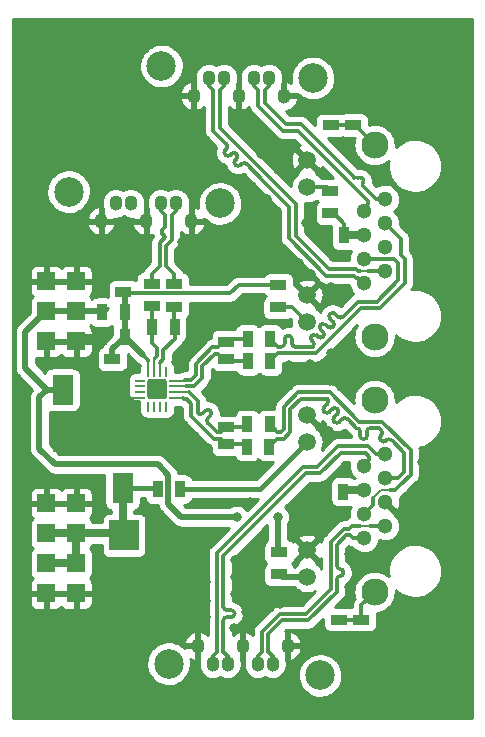
<source format=gbr>
G04 #@! TF.GenerationSoftware,KiCad,Pcbnew,(5.99.0-10394-g2e15de97e0)*
G04 #@! TF.CreationDate,2021-06-23T12:34:00+02:00*
G04 #@! TF.ProjectId,RFIQINT02A,52464951-494e-4543-9032-412e6b696361,REV*
G04 #@! TF.SameCoordinates,Original*
G04 #@! TF.FileFunction,Copper,L2,Bot*
G04 #@! TF.FilePolarity,Positive*
%FSLAX46Y46*%
G04 Gerber Fmt 4.6, Leading zero omitted, Abs format (unit mm)*
G04 Created by KiCad (PCBNEW (5.99.0-10394-g2e15de97e0)) date 2021-06-23 12:34:00*
%MOMM*%
%LPD*%
G01*
G04 APERTURE LIST*
G04 Aperture macros list*
%AMRoundRect*
0 Rectangle with rounded corners*
0 $1 Rounding radius*
0 $2 $3 $4 $5 $6 $7 $8 $9 X,Y pos of 4 corners*
0 Add a 4 corners polygon primitive as box body*
4,1,4,$2,$3,$4,$5,$6,$7,$8,$9,$2,$3,0*
0 Add four circle primitives for the rounded corners*
1,1,$1+$1,$2,$3*
1,1,$1+$1,$4,$5*
1,1,$1+$1,$6,$7*
1,1,$1+$1,$8,$9*
0 Add four rect primitives between the rounded corners*
20,1,$1+$1,$2,$3,$4,$5,0*
20,1,$1+$1,$4,$5,$6,$7,0*
20,1,$1+$1,$6,$7,$8,$9,0*
20,1,$1+$1,$8,$9,$2,$3,0*%
G04 Aperture macros list end*
G04 #@! TA.AperFunction,ComponentPad*
%ADD10R,1.524000X1.524000*%
G04 #@! TD*
G04 #@! TA.AperFunction,ComponentPad*
%ADD11O,1.100000X1.300000*%
G04 #@! TD*
G04 #@! TA.AperFunction,ComponentPad*
%ADD12C,2.500000*%
G04 #@! TD*
G04 #@! TA.AperFunction,ComponentPad*
%ADD13C,1.300000*%
G04 #@! TD*
G04 #@! TA.AperFunction,ComponentPad*
%ADD14C,1.500000*%
G04 #@! TD*
G04 #@! TA.AperFunction,ComponentPad*
%ADD15C,2.300000*%
G04 #@! TD*
G04 #@! TA.AperFunction,ComponentPad*
%ADD16C,6.000000*%
G04 #@! TD*
G04 #@! TA.AperFunction,SMDPad,CuDef*
%ADD17R,0.889000X1.397000*%
G04 #@! TD*
G04 #@! TA.AperFunction,SMDPad,CuDef*
%ADD18R,1.800000X2.500000*%
G04 #@! TD*
G04 #@! TA.AperFunction,SMDPad,CuDef*
%ADD19R,2.499360X2.550160*%
G04 #@! TD*
G04 #@! TA.AperFunction,SMDPad,CuDef*
%ADD20R,1.397000X0.889000*%
G04 #@! TD*
G04 #@! TA.AperFunction,SMDPad,CuDef*
%ADD21RoundRect,0.062500X-0.337500X-0.062500X0.337500X-0.062500X0.337500X0.062500X-0.337500X0.062500X0*%
G04 #@! TD*
G04 #@! TA.AperFunction,SMDPad,CuDef*
%ADD22RoundRect,0.062500X-0.062500X-0.337500X0.062500X-0.337500X0.062500X0.337500X-0.062500X0.337500X0*%
G04 #@! TD*
G04 #@! TA.AperFunction,ComponentPad*
%ADD23C,0.600000*%
G04 #@! TD*
G04 #@! TA.AperFunction,SMDPad,CuDef*
%ADD24RoundRect,0.250000X-0.600000X-0.600000X0.600000X-0.600000X0.600000X0.600000X-0.600000X0.600000X0*%
G04 #@! TD*
G04 #@! TA.AperFunction,ViaPad*
%ADD25C,0.800000*%
G04 #@! TD*
G04 #@! TA.AperFunction,Conductor*
%ADD26C,0.700000*%
G04 #@! TD*
G04 #@! TA.AperFunction,Conductor*
%ADD27C,0.300000*%
G04 #@! TD*
G04 #@! TA.AperFunction,Conductor*
%ADD28C,0.400000*%
G04 #@! TD*
G04 #@! TA.AperFunction,Conductor*
%ADD29C,0.500000*%
G04 #@! TD*
G04 #@! TA.AperFunction,Conductor*
%ADD30C,0.200000*%
G04 #@! TD*
G04 #@! TA.AperFunction,Conductor*
%ADD31C,0.250000*%
G04 #@! TD*
G04 #@! TA.AperFunction,Conductor*
%ADD32C,0.254000*%
G04 #@! TD*
G04 APERTURE END LIST*
D10*
X3683000Y37739320D03*
X6223000Y37739320D03*
X3683000Y35199320D03*
X6223000Y35199320D03*
X3683000Y32659320D03*
X6223000Y32659320D03*
D11*
X23825200Y53465600D03*
X22555200Y54965600D03*
X21285200Y54965600D03*
X20015200Y53465600D03*
X18745200Y54965600D03*
X17475200Y54965600D03*
X16205200Y53465600D03*
D12*
X13455200Y55965600D03*
X26285200Y54965600D03*
D13*
X32385000Y44718320D03*
X30605000Y43698320D03*
X32385000Y42688320D03*
X30605000Y41668320D03*
X32385000Y40658320D03*
X30605000Y39638320D03*
X32385000Y38628320D03*
X30605000Y37608320D03*
D14*
X25785000Y48028320D03*
X25785000Y45738320D03*
X25785000Y36598320D03*
X25785000Y34308320D03*
D15*
X31495000Y33038320D03*
X31495000Y49298320D03*
D16*
X35560000Y55880000D03*
D13*
X32385000Y23128320D03*
X30605000Y22108320D03*
X32385000Y21098320D03*
X30605000Y20078320D03*
X32385000Y19068320D03*
X30605000Y18048320D03*
X32385000Y17038320D03*
X30605000Y16018320D03*
D14*
X25785000Y26438320D03*
X25785000Y24148320D03*
X25785000Y15008320D03*
X25785000Y12718320D03*
D15*
X31495000Y11448320D03*
X31495000Y27708320D03*
D11*
X15955000Y42843320D03*
X14685000Y44343320D03*
X13415000Y44343320D03*
X12145000Y42843320D03*
X10875000Y44343320D03*
X9605000Y44343320D03*
X8335000Y42843320D03*
D12*
X5585000Y45343320D03*
X18415000Y44343320D03*
D16*
X35560000Y5080000D03*
D11*
X16510000Y6878320D03*
X17780000Y5378320D03*
X19050000Y5378320D03*
X20320000Y6878320D03*
X21590000Y5378320D03*
X22860000Y5378320D03*
X24130000Y6878320D03*
D12*
X26880000Y4378320D03*
X14050000Y5378320D03*
D10*
X3683000Y18943320D03*
X6223000Y18943320D03*
X3683000Y16403320D03*
X6223000Y16403320D03*
X3683000Y13863320D03*
X6223000Y13863320D03*
X3683000Y11323320D03*
X6223000Y11323320D03*
D17*
X20764500Y31013400D03*
X22669500Y31013400D03*
D18*
X10160000Y20213320D03*
X10160000Y24213320D03*
D19*
X10287000Y16245840D03*
X10287000Y11196320D03*
D20*
X30378400Y9105900D03*
X30378400Y7200900D03*
X10236200Y36842700D03*
X10236200Y38747700D03*
X23418800Y14833600D03*
X23418800Y12928600D03*
D17*
X15024100Y20142200D03*
X13119100Y20142200D03*
X26936700Y19939000D03*
X28841700Y19939000D03*
D20*
X27762200Y45402500D03*
X27762200Y43497500D03*
D17*
X26987500Y41656000D03*
X28892500Y41656000D03*
D20*
X23342600Y37452300D03*
X23342600Y35547300D03*
X29705300Y50965100D03*
X29705300Y52870100D03*
X12623800Y37536120D03*
X12623800Y35631120D03*
D17*
X12661900Y33896300D03*
X14566900Y33896300D03*
D20*
X18923000Y25387300D03*
X18923000Y27292300D03*
X28473400Y9105900D03*
X28473400Y7200900D03*
D17*
X20751800Y32862520D03*
X22656800Y32862520D03*
D20*
X18948400Y32651700D03*
X18948400Y34556700D03*
D17*
X8420100Y35128200D03*
X10325100Y35128200D03*
D16*
X5080000Y4973320D03*
D20*
X14528800Y37515800D03*
X14528800Y35610800D03*
D17*
X10350500Y33070800D03*
X8445500Y33070800D03*
D21*
X11631000Y27845320D03*
X11631000Y28345320D03*
X11631000Y28845320D03*
X11631000Y29345320D03*
D22*
X12331000Y30045320D03*
X12831000Y30045320D03*
X13331000Y30045320D03*
X13831000Y30045320D03*
D21*
X14531000Y29345320D03*
X14531000Y28845320D03*
X14531000Y28345320D03*
X14531000Y27845320D03*
D22*
X13831000Y27145320D03*
X13331000Y27145320D03*
X12831000Y27145320D03*
X12331000Y27145320D03*
D23*
X12531000Y28595320D03*
X13631000Y28045320D03*
X13631000Y29145320D03*
X13631000Y28595320D03*
X13081000Y28595320D03*
D24*
X13081000Y28595320D03*
D23*
X13081000Y29145320D03*
X13081000Y28045320D03*
X12531000Y29145320D03*
X12531000Y28045320D03*
D17*
X20688300Y23749000D03*
X22593300Y23749000D03*
X20713700Y25628600D03*
X22618700Y25628600D03*
D20*
X27774900Y50952400D03*
X27774900Y52857400D03*
X18948400Y23939500D03*
X18948400Y22034500D03*
X9296400Y31153100D03*
X9296400Y29248100D03*
X18948400Y31153100D03*
X18948400Y29248100D03*
D16*
X5080000Y55773320D03*
D18*
X5080000Y28563320D03*
X5080000Y24563320D03*
D25*
X27000200Y7112000D03*
X25603200Y19100800D03*
X19659600Y11252200D03*
X26085800Y38404800D03*
X25679400Y42697400D03*
X19659600Y14122400D03*
X21920200Y48564800D03*
X17424400Y23672800D03*
X27940000Y39776400D03*
X35204400Y37896800D03*
X8178800Y11887200D03*
X19507200Y51460400D03*
X16332200Y24612600D03*
X8763000Y38684200D03*
X23317200Y47142400D03*
X17195800Y12319000D03*
X15214600Y41071800D03*
X10261600Y40081200D03*
X28397200Y5943600D03*
X20929600Y19024600D03*
X22936200Y27609800D03*
X16840200Y51358800D03*
X17801043Y29126769D03*
X20599400Y34594800D03*
X7264400Y23622000D03*
X17170400Y15036800D03*
X27660600Y25069800D03*
X7747000Y29260800D03*
X29362400Y14681200D03*
X35534600Y22428200D03*
X10109200Y8966200D03*
X9017000Y8966200D03*
X20599400Y9728200D03*
X17322800Y33020000D03*
X27838400Y37261800D03*
X29337000Y11887200D03*
X15621000Y31242000D03*
X17170400Y13614400D03*
X27787600Y31648400D03*
X25374600Y10718800D03*
X22402800Y44729400D03*
X20472400Y29235400D03*
X14909800Y39674800D03*
X19583400Y8382000D03*
X34747200Y19964400D03*
X16433800Y32181800D03*
X35204400Y40055800D03*
X35077400Y41783000D03*
X20497800Y27406600D03*
X26111200Y29413200D03*
X21615400Y21564600D03*
X30429200Y5791200D03*
X17145000Y21869400D03*
X23520400Y10464800D03*
X27762200Y29311600D03*
X26009600Y30734000D03*
X9245600Y27736800D03*
X25120600Y39319200D03*
X11176000Y8966200D03*
X17195800Y10718800D03*
X17195800Y34569400D03*
X19659600Y12750800D03*
X8178800Y10337800D03*
X20751800Y49961800D03*
X15392400Y25577800D03*
X20421600Y21336000D03*
X24257000Y30683200D03*
X12674600Y25247600D03*
X12700000Y23850600D03*
X24231600Y28879800D03*
X17195800Y9296400D03*
X21132800Y45821600D03*
X10642600Y27711400D03*
X19812000Y17805400D03*
X23291800Y17805400D03*
D26*
X28904820Y41668320D02*
X28892500Y41656000D01*
X30605000Y41668320D02*
X28904820Y41668320D01*
X28981020Y20078320D02*
X28841700Y19939000D01*
X30605000Y20078320D02*
X28981020Y20078320D01*
X10160000Y20213320D02*
X10160000Y16372840D01*
D27*
X28028900Y43497500D02*
X27762200Y43497500D01*
D26*
X3683000Y16403320D02*
X6223000Y16403320D01*
X10160000Y16372840D02*
X10287000Y16245840D01*
X6223000Y16403320D02*
X10129520Y16403320D01*
X10129520Y16403320D02*
X10287000Y16245840D01*
D27*
X28892500Y42633900D02*
X28028900Y43497500D01*
X28892500Y41656000D02*
X28892500Y42633900D01*
D26*
X6223000Y16403320D02*
X6223000Y13863320D01*
X6223000Y13863320D02*
X3683000Y13863320D01*
D28*
X10160000Y20213320D02*
X13047980Y20213320D01*
X13047980Y20213320D02*
X13119100Y20142200D01*
D26*
X25946100Y42697400D02*
X25679400Y42697400D01*
D29*
X6634480Y33070800D02*
X6223000Y32659320D01*
D26*
X18948400Y29248100D02*
X17922374Y29248100D01*
X20383500Y27292300D02*
X20497800Y27406600D01*
D30*
X10776520Y27845320D02*
X10642600Y27711400D01*
D26*
X26936700Y19939000D02*
X26441400Y19939000D01*
X26441400Y19939000D02*
X25603200Y19100800D01*
D30*
X11631000Y27845320D02*
X10776520Y27845320D01*
D29*
X8445500Y33070800D02*
X6634480Y33070800D01*
D26*
X17922374Y29248100D02*
X17801043Y29126769D01*
X26987500Y41656000D02*
X25946100Y42697400D01*
X18923000Y27292300D02*
X20383500Y27292300D01*
D27*
X12319414Y31128400D02*
X12319414Y31036986D01*
D29*
X10325100Y36753800D02*
X10236200Y36842700D01*
D27*
X20001978Y37452300D02*
X23342600Y37452300D01*
X10236200Y36842700D02*
X10357111Y36721789D01*
X11919507Y31528307D02*
X12319414Y31128400D01*
D29*
X9296400Y31153100D02*
X9296400Y32016700D01*
D30*
X12331000Y30045320D02*
X12331000Y31116814D01*
D27*
X10357111Y36721789D02*
X19271467Y36721789D01*
D29*
X10325100Y35128200D02*
X10325100Y36753800D01*
X11322607Y32125207D02*
X10377014Y33070800D01*
D27*
X12319414Y31036986D02*
X12331000Y31025400D01*
D29*
X10350500Y33070800D02*
X10377014Y33070800D01*
X10377014Y33070800D02*
X11919507Y31528307D01*
D27*
X11322607Y32125207D02*
X11919507Y31528307D01*
D30*
X12331000Y31116814D02*
X12319414Y31128400D01*
D29*
X10350500Y33070800D02*
X10350500Y34950400D01*
X9296400Y32016700D02*
X10350500Y33070800D01*
D27*
X19271467Y36721789D02*
X20001978Y37452300D01*
D29*
X10350500Y34950400D02*
X10172700Y35128200D01*
D27*
X32117910Y25878200D02*
X34539600Y23456510D01*
D30*
X32809391Y20098809D02*
X32816800Y20091400D01*
D27*
X25006690Y28342000D02*
X27723710Y28342000D01*
X23804200Y27139510D02*
X25006690Y28342000D01*
X34539600Y23456510D02*
X34539600Y21376847D01*
X23804200Y25209110D02*
X23804200Y27139510D01*
X23571590Y24976500D02*
X23804200Y25209110D01*
X30605000Y18048320D02*
X31385489Y18828809D01*
X34539600Y21376847D02*
X33660553Y20497800D01*
D30*
X31369000Y19431000D02*
X32036809Y20098809D01*
X32036809Y20098809D02*
X32809391Y20098809D01*
D27*
X33660553Y20497800D02*
X33629600Y20497800D01*
X33629600Y20497800D02*
X33223200Y20091400D01*
X27723710Y28342000D02*
X30187510Y25878200D01*
X31385489Y18828809D02*
X31385489Y19414511D01*
X33223200Y20091400D02*
X32816800Y20091400D01*
X22618700Y25628600D02*
X23270800Y24976500D01*
X23270800Y24976500D02*
X23571590Y24976500D01*
X30187510Y25878200D02*
X32117910Y25878200D01*
X32066865Y24727159D02*
X32066865Y24727160D01*
X33989600Y21604667D02*
X33483253Y21098320D01*
X27495890Y27367735D02*
X27244464Y27116309D01*
X24354200Y24981290D02*
X24354200Y26911690D01*
X24354200Y26911690D02*
X25234510Y27792000D01*
X25234510Y27792000D02*
X27495890Y27792000D01*
X29192946Y26094940D02*
X29192947Y26094940D01*
X30259690Y25028200D02*
X30259690Y24672630D01*
X32915392Y24302895D02*
X32915393Y24302896D01*
X27495890Y27367734D02*
X27495890Y27367735D01*
X31890090Y25328200D02*
X32066865Y25151425D01*
X27244464Y26692045D02*
X27244464Y26692044D01*
X28344418Y26943469D02*
X28344419Y26943471D01*
X28517257Y25843515D02*
X28768682Y26094940D01*
X28092993Y25843516D02*
X28092993Y25843515D01*
X32915393Y24302896D02*
X33021459Y24196831D01*
X31159690Y25328200D02*
X31209690Y25328200D01*
X27668728Y26692044D02*
X27920153Y26943469D01*
X33021459Y24196831D02*
X33989600Y23228690D01*
X33483253Y21098320D02*
X32385000Y21098320D01*
X28344419Y26519206D02*
X28092993Y26267780D01*
X22593300Y23749000D02*
X23270800Y24426500D01*
X29192947Y26094942D02*
X29299013Y25988877D01*
X33989600Y23228690D02*
X33989600Y21604667D01*
X29299013Y25988877D02*
X29959690Y25328200D01*
X28344419Y26519205D02*
X28344419Y26519206D01*
X23270800Y24426500D02*
X23799410Y24426500D01*
X31209690Y25328200D02*
X31890090Y25328200D01*
X32066865Y24727160D02*
X32027571Y24687866D01*
X23799410Y24426500D02*
X24354200Y24981290D01*
X28344417Y26943469D02*
X28344418Y26943469D01*
X29192947Y26094940D02*
X29192947Y26094942D01*
X32451835Y24263602D02*
X32491128Y24302895D01*
X30859690Y24672630D02*
X30859690Y25028200D01*
X27244465Y26692046D02*
G75*
G02*
X27244465Y27116308I212131J212131D01*
G01*
X30859690Y24672630D02*
G75*
G02*
X30559690Y24372630I-300000J0D01*
G01*
X32066865Y24727159D02*
G75*
G03*
X32066865Y25151425I-212134J212133D01*
G01*
X28517256Y25843516D02*
G75*
G02*
X28092994Y25843516I-212131J212131D01*
G01*
X29192945Y26094939D02*
G75*
G03*
X28768683Y26094939I-212131J-212131D01*
G01*
X30559690Y24372630D02*
G75*
G02*
X30259690Y24672630I0J300000D01*
G01*
X32451834Y24263603D02*
G75*
G02*
X32027572Y24263603I-212131J212131D01*
G01*
X32915391Y24302894D02*
G75*
G03*
X32491129Y24302894I-212131J-212131D01*
G01*
X32027572Y24263603D02*
G75*
G02*
X32027572Y24687865I212131J212131D01*
G01*
X28092994Y25843517D02*
G75*
G02*
X28092994Y26267779I212131J212131D01*
G01*
X31159690Y25328200D02*
G75*
G03*
X30859690Y25028200I0J-300000D01*
G01*
X30259690Y25028200D02*
G75*
G03*
X29959690Y25328200I-300000J0D01*
G01*
X27495890Y27367734D02*
G75*
G03*
X27495890Y27792000I-212134J212133D01*
G01*
X28344416Y26943468D02*
G75*
G03*
X27920154Y26943468I-212131J-212131D01*
G01*
X27668727Y26692045D02*
G75*
G02*
X27244465Y26692045I-212131J212131D01*
G01*
X28344419Y26519205D02*
G75*
G03*
X28344419Y26943471I-212134J212133D01*
G01*
X24496010Y32863540D02*
X24496010Y32506610D01*
X24846010Y32206610D02*
X26280500Y32206610D01*
X24796010Y32206610D02*
X24846010Y32206610D01*
X23896010Y32506610D02*
X23896010Y32863540D01*
X31686890Y36038200D02*
X33481600Y37832910D01*
X33107280Y39638320D02*
X30605000Y39638320D01*
X27977556Y34327930D02*
X27725169Y34580318D01*
X28149433Y35004582D02*
X28401819Y34752193D01*
X27977555Y34327931D02*
X27977556Y34327930D01*
X26593799Y33166104D02*
X26593798Y33166105D01*
X26593798Y33166105D02*
X26704763Y33055137D01*
X33481600Y37832910D02*
X33481600Y39268400D01*
X26280499Y32630875D02*
X26280500Y32630874D01*
X28149434Y35004581D02*
X28149433Y35004582D01*
X26947352Y34085343D02*
X26947351Y34085343D01*
X27371615Y34085343D02*
X27553292Y33903667D01*
X33477200Y39268400D02*
X33107280Y39638320D01*
X27129027Y33055137D02*
X27129028Y33055138D01*
X30112090Y36038200D02*
X31686890Y36038200D01*
X23312710Y32206610D02*
X23596010Y32206610D01*
X27977556Y33903667D02*
X27977556Y33903666D01*
X28826083Y34752193D02*
X28826084Y34752194D01*
X27371616Y34085342D02*
X27371615Y34085343D01*
X26280500Y32630874D02*
X26169534Y32741841D01*
X27129028Y33479402D02*
X26947352Y33661079D01*
X27129027Y33479403D02*
X27129028Y33479402D01*
X28826084Y34752194D02*
X30112090Y36038200D01*
X22656800Y32862520D02*
X23312710Y32206610D01*
X26169535Y33166104D02*
G75*
G03*
X26169535Y32741842I212131J-212131D01*
G01*
X27725170Y35004581D02*
G75*
G03*
X27725170Y34580319I212131J-212131D01*
G01*
X26947353Y34085342D02*
G75*
G03*
X26947353Y33661080I212131J-212131D01*
G01*
X26280499Y32630875D02*
G75*
G02*
X26280500Y32206610I-212127J-212133D01*
G01*
X27129026Y33055138D02*
G75*
G02*
X26704764Y33055138I-212131J212131D01*
G01*
X23896010Y32506610D02*
G75*
G02*
X23596010Y32206610I-300000J0D01*
G01*
X27371616Y34085342D02*
G75*
G03*
X26947351Y34085343I-212133J-212127D01*
G01*
X27977555Y33903668D02*
G75*
G02*
X27553293Y33903668I-212131J212131D01*
G01*
X26593799Y33166104D02*
G75*
G03*
X26169534Y33166105I-212133J-212134D01*
G01*
X24496010Y32863540D02*
G75*
G03*
X24196010Y33163540I-300000J0D01*
G01*
X24196010Y33163540D02*
G75*
G03*
X23896010Y32863540I0J-300000D01*
G01*
X24796010Y32206610D02*
G75*
G02*
X24496010Y32506610I0J300000D01*
G01*
X27129027Y33479403D02*
G75*
G02*
X27129028Y33055138I-212127J-212133D01*
G01*
X27977555Y34327931D02*
G75*
G02*
X27977556Y33903666I-212127J-212133D01*
G01*
X28149434Y35004581D02*
G75*
G03*
X27725169Y35004582I-212133J-212134D01*
G01*
X28826082Y34752194D02*
G75*
G02*
X28401820Y34752194I-212131J212131D01*
G01*
X23312710Y31656610D02*
X26508320Y31656610D01*
X30339910Y35488200D02*
X31914710Y35488200D01*
X33705800Y39954200D02*
X33705800Y41367520D01*
X22669500Y31013400D02*
X23312710Y31656610D01*
X26508320Y31656610D02*
X30339910Y35488200D01*
X33705800Y41367520D02*
X32385000Y42688320D01*
X34031600Y39628400D02*
X33705800Y39954200D01*
X32315001Y42618321D02*
X32385000Y42688320D01*
X34031600Y37605090D02*
X34031600Y39628400D01*
X31914710Y35488200D02*
X34031600Y37605090D01*
X28384890Y23770000D02*
X26657690Y22042800D01*
X32385000Y23128320D02*
X31608680Y23128320D01*
X17780000Y6028320D02*
X17780000Y5378320D01*
X26657690Y22042800D02*
X25438490Y22042800D01*
X25438490Y22042800D02*
X18140000Y14744310D01*
X18140000Y14744310D02*
X18140000Y6388320D01*
X18140000Y6388320D02*
X17780000Y6028320D01*
X30967000Y23770000D02*
X28384890Y23770000D01*
X31608680Y23128320D02*
X30967000Y23770000D01*
X19050000Y6028320D02*
X18690000Y6388320D01*
X19343515Y9912600D02*
X18990000Y9912600D01*
X30729600Y23220000D02*
X31064200Y22885400D01*
X19050000Y5378320D02*
X19050000Y6028320D01*
X18690000Y11462600D02*
X18690000Y14516490D01*
X28612710Y23220000D02*
X30729600Y23220000D01*
X30605000Y22172200D02*
X30605000Y22108320D01*
X25666310Y21492800D02*
X26885510Y21492800D01*
X26885510Y21492800D02*
X28612710Y23220000D01*
X18990000Y9312600D02*
X19343515Y9312600D01*
X31064200Y22631400D02*
X30605000Y22172200D01*
X31064200Y22885400D02*
X31064200Y22631400D01*
X18690000Y6388320D02*
X18690000Y9012600D01*
X18690000Y10212600D02*
X18690000Y11462600D01*
X18690000Y14516490D02*
X25666310Y21492800D01*
X19343515Y9912600D02*
G75*
G02*
X19643515Y9612600I0J-300000D01*
G01*
X18690000Y10212600D02*
G75*
G03*
X18990000Y9912600I300000J0D01*
G01*
X18990000Y9312600D02*
G75*
G03*
X18690000Y9012600I0J-300000D01*
G01*
X19643515Y9612600D02*
G75*
G02*
X19343515Y9312600I-300000J0D01*
G01*
X27766600Y11696310D02*
X25667090Y9596800D01*
X32385000Y17038320D02*
X31069234Y17038320D01*
X21950000Y8089510D02*
X21950000Y6388320D01*
X21950000Y6388320D02*
X21590000Y6028320D01*
X27766600Y15684110D02*
X27766600Y11696310D01*
D30*
X31069234Y17038320D02*
X30256480Y17038320D01*
D27*
X29951680Y17038320D02*
X29946600Y17043400D01*
X25667090Y9596800D02*
X23457290Y9596800D01*
X29366291Y16805860D02*
X28888350Y16805860D01*
X21590000Y6028320D02*
X21590000Y5378320D01*
X29603831Y17043400D02*
X29366291Y16805860D01*
X28888350Y16805860D02*
X27766600Y15684110D01*
X23457290Y9596800D02*
X21950000Y8089510D01*
X30256480Y17038320D02*
X29951680Y17038320D01*
X29946600Y17043400D02*
X29603831Y17043400D01*
D30*
X30256480Y17038320D02*
X30200600Y17094200D01*
D27*
X28316600Y13657752D02*
X28316600Y13717800D01*
X29116170Y16255860D02*
X29427823Y16255860D01*
X29665363Y16018320D02*
X30605000Y16018320D01*
X25894910Y9046800D02*
X28316600Y11468490D01*
X29427823Y16255860D02*
X29665363Y16018320D01*
X22860000Y5378320D02*
X22860000Y6028320D01*
X28316600Y11468490D02*
X28316600Y12517800D01*
X22860000Y6028320D02*
X22500000Y6388320D01*
X22500000Y6388320D02*
X22500000Y7861690D01*
X23685110Y9046800D02*
X25894910Y9046800D01*
X28316600Y15456290D02*
X29116170Y16255860D01*
X28316600Y13717800D02*
X28316600Y15456290D01*
X22500000Y7861690D02*
X23685110Y9046800D01*
X28856552Y13057752D02*
X28856552Y13117800D01*
X28586576Y13387776D02*
G75*
G02*
X28856552Y13117800I0J-269976D01*
G01*
X28856552Y13057752D02*
G75*
G02*
X28586576Y12787776I-269976J0D01*
G01*
X28586576Y12787776D02*
G75*
G03*
X28316600Y12517800I0J-269976D01*
G01*
X28316600Y13657752D02*
G75*
G03*
X28586576Y13387776I269976J0D01*
G01*
X25277400Y51049600D02*
X23989910Y51049600D01*
X27619336Y48707664D02*
X25277400Y51049600D01*
X22555200Y54315600D02*
X22555200Y54965600D01*
X29793470Y46533526D02*
X29656871Y46670128D01*
X30081135Y46533527D02*
X30081134Y46533526D01*
X29656871Y46670128D02*
X27619336Y48707664D01*
X23989910Y51049600D02*
X22195200Y52844310D01*
X31608680Y44718320D02*
X30505400Y45821600D01*
X30505400Y46396927D02*
X30368799Y46533527D01*
X32385000Y44718320D02*
X31608680Y44718320D01*
X22195200Y52844310D02*
X22195200Y53955600D01*
X30505400Y46109262D02*
X30505400Y46109263D01*
X22195200Y53955600D02*
X22555200Y54315600D01*
X30505400Y46109262D02*
G75*
G03*
X30505400Y45821600I143830J-143831D01*
G01*
X30081136Y46533526D02*
G75*
G02*
X30368798Y46533526I143831J-143832D01*
G01*
X29793471Y46533527D02*
G75*
G03*
X30081133Y46533527I143831J143832D01*
G01*
X30505399Y46396926D02*
G75*
G02*
X30505399Y46109264I-143832J-143831D01*
G01*
X30962600Y44297600D02*
X30962600Y44577000D01*
X25040000Y50499600D02*
X23762090Y50499600D01*
X21285200Y54315600D02*
X21285200Y54965600D01*
X30962600Y44577000D02*
X25040000Y50499600D01*
X30605000Y43698320D02*
X30605000Y43940000D01*
X30605000Y43940000D02*
X30962600Y44297600D01*
X21645200Y52616490D02*
X21645200Y53955600D01*
X21645200Y53955600D02*
X21285200Y54315600D01*
X23762090Y50499600D02*
X21645200Y52616490D01*
X30073600Y38633400D02*
X30226000Y38633400D01*
X29924591Y38782409D02*
X30073600Y38633400D01*
X18745200Y54315600D02*
X18385200Y53955600D01*
X18385200Y53955600D02*
X18385200Y50736110D01*
X32385000Y38628320D02*
X32354520Y38658800D01*
X24811400Y44309910D02*
X24811400Y41617510D01*
X30916880Y38628320D02*
X30911800Y38633400D01*
X27646501Y38782409D02*
X29924591Y38782409D01*
X18385200Y50736110D02*
X24811400Y44309910D01*
X32385000Y38628320D02*
X30916880Y38628320D01*
D30*
X30911800Y38633400D02*
X30226000Y38633400D01*
D27*
X24811400Y41617510D02*
X27646501Y38782409D01*
X18745200Y54965600D02*
X18745200Y54315600D01*
X29921200Y37998400D02*
X29718000Y38201600D01*
X27418681Y38232409D02*
X29689263Y38232409D01*
X17475200Y54965600D02*
X17475200Y54315600D01*
X22173568Y46169922D02*
X24261400Y44082090D01*
X24261400Y44082090D02*
X24261400Y41389690D01*
X20654201Y47689286D02*
X20654202Y47689287D01*
X19805674Y48113551D02*
X19721105Y48028982D01*
X19805672Y48537815D02*
X19805673Y48537816D01*
X19805673Y48537816D02*
X19805674Y48537816D01*
X30489080Y37608320D02*
X30099000Y37998400D01*
X18957145Y48962079D02*
X18957145Y48962080D01*
X17835200Y50508290D02*
X18957145Y49386345D01*
X20654202Y47689287D02*
X22173568Y46169922D01*
X20145369Y47604718D02*
X20229937Y47689286D01*
X24261400Y41389690D02*
X27418681Y38232409D01*
X30099000Y37998400D02*
X29921200Y37998400D01*
X17475200Y54315600D02*
X17835200Y53955600D01*
X19296840Y48453247D02*
X19381408Y48537815D01*
X17835200Y53955600D02*
X17835200Y50508290D01*
X30605000Y37608320D02*
X30489080Y37608320D01*
X19805674Y48113550D02*
X19805674Y48113551D01*
X18957145Y48962080D02*
X18872576Y48877511D01*
X18872577Y48453248D02*
G75*
G02*
X18872577Y48877510I212131J212131D01*
G01*
X19805671Y48537814D02*
G75*
G03*
X19381409Y48537814I-212131J-212131D01*
G01*
X18957145Y48962079D02*
G75*
G03*
X18957145Y49386345I-212134J212133D01*
G01*
X20145368Y47604719D02*
G75*
G02*
X19721106Y47604719I-212131J212131D01*
G01*
X19296839Y48453248D02*
G75*
G02*
X18872577Y48453248I-212131J212131D01*
G01*
X19805674Y48113550D02*
G75*
G03*
X19805674Y48537816I-212134J212133D01*
G01*
X19721106Y47604719D02*
G75*
G02*
X19721106Y48028981I212131J212131D01*
G01*
X20654200Y47689285D02*
G75*
G03*
X20229938Y47689285I-212131J-212131D01*
G01*
X13415000Y43693320D02*
X13415000Y44343320D01*
X13775000Y42694310D02*
X13775000Y43333320D01*
X13288600Y39069600D02*
X13288600Y41007910D01*
X13638528Y41630782D02*
X13638527Y41630782D01*
X13775000Y43333320D02*
X13415000Y43693320D01*
X13502055Y41767254D02*
X13502055Y42094310D01*
X13638527Y42230782D02*
X13638528Y42230782D01*
X13288600Y41007910D02*
X13775000Y41494310D01*
X12623800Y37536120D02*
X12623800Y38404800D01*
X12623800Y38404800D02*
X13288600Y39069600D01*
X13775000Y42367254D02*
X13775000Y42694310D01*
X13638527Y42230782D02*
G75*
G03*
X13502055Y42094310I1J-136473D01*
G01*
X13502055Y41767254D02*
G75*
G03*
X13638527Y41630782I136473J1D01*
G01*
X13775000Y42367254D02*
G75*
G02*
X13638528Y42230782I-136473J1D01*
G01*
X13638528Y41630782D02*
G75*
G02*
X13775000Y41494310I-1J-136473D01*
G01*
X13068844Y31390154D02*
X12931763Y31253073D01*
X12661900Y32534562D02*
X13068844Y32127618D01*
X12661900Y33896300D02*
X12623800Y33934400D01*
X13068844Y32127618D02*
X13068844Y31390154D01*
X12661900Y33896300D02*
X12661900Y32534562D01*
D30*
X12831000Y30045320D02*
X12818924Y30057396D01*
X12818924Y31140234D02*
X12931763Y31253073D01*
D27*
X12623800Y33934400D02*
X12623800Y35631120D01*
D30*
X12818924Y30057396D02*
X12818924Y31140234D01*
D27*
X13838600Y39035400D02*
X13838600Y40780090D01*
X14528800Y37515800D02*
X14528800Y38345200D01*
X14325000Y41266490D02*
X14325000Y43333320D01*
X14528800Y38345200D02*
X13838600Y39035400D01*
X14325000Y43333320D02*
X14685000Y43693320D01*
X14685000Y43693320D02*
X14685000Y44343320D01*
X13838600Y40780090D02*
X14325000Y41266490D01*
X14528800Y33934400D02*
X14566900Y33896300D01*
D30*
X13331000Y30045320D02*
X13331000Y30780800D01*
D27*
X14566900Y32848549D02*
X13618355Y31900004D01*
X14566900Y33896300D02*
X14566900Y32848549D01*
X14528800Y35610800D02*
X14528800Y33934400D01*
X13618355Y31900004D02*
X13618355Y31161845D01*
D30*
X13331000Y30780800D02*
X13335000Y30784800D01*
D27*
X13618355Y31161845D02*
X13320673Y30864163D01*
X18948400Y32651700D02*
X19159220Y32862520D01*
D30*
X15349920Y29345320D02*
X15417800Y29413200D01*
D27*
X18737580Y32862520D02*
X18948400Y32651700D01*
X16362000Y30771710D02*
X16362000Y29806510D01*
X16362000Y29806510D02*
X15989690Y29434200D01*
D30*
X14531000Y29345320D02*
X15349920Y29345320D01*
D27*
X19159220Y32862520D02*
X20751800Y32862520D01*
X18694400Y32651700D02*
X18220100Y32177400D01*
X18948400Y32651700D02*
X18694400Y32651700D01*
X15438800Y29434200D02*
X15417800Y29413200D01*
X18220100Y32177400D02*
X17767690Y32177400D01*
X15989690Y29434200D02*
X15438800Y29434200D01*
X17767690Y32177400D02*
X16362000Y30771710D01*
D30*
X14531000Y28845320D02*
X15531320Y28845320D01*
D27*
X18694400Y31153100D02*
X18220100Y31627400D01*
X16912000Y29578690D02*
X16217510Y28884200D01*
D30*
X15531320Y28845320D02*
X15570200Y28884200D01*
D27*
X16217510Y28884200D02*
X15570200Y28884200D01*
X18948400Y31153100D02*
X18694400Y31153100D01*
X19088100Y31013400D02*
X20764500Y31013400D01*
X16912000Y30543890D02*
X16912000Y29578690D01*
X17995510Y31627400D02*
X16912000Y30543890D01*
X18220100Y31627400D02*
X17995510Y31627400D01*
X18160610Y24951100D02*
X18486800Y24951100D01*
X16955266Y26580709D02*
X17164878Y26790321D01*
X15982288Y28170822D02*
X16531000Y27622110D01*
X20472400Y25387300D02*
X20713700Y25628600D01*
X17485595Y25626115D02*
X18160610Y24951100D01*
X17379530Y25732181D02*
X17485595Y25626115D01*
D30*
X14531000Y28345320D02*
X15315120Y28345320D01*
D27*
X15798800Y28346400D02*
X15798800Y28371800D01*
X17379531Y25732182D02*
X17379530Y25732181D01*
D30*
X15315120Y28345320D02*
X15316200Y28346400D01*
D27*
X15798800Y28371800D02*
X15982288Y28188312D01*
X18486800Y24951100D02*
X18923000Y25387300D01*
X17589142Y26366057D02*
X17379531Y26156446D01*
X15798800Y28346400D02*
X15849600Y28295600D01*
D30*
X15316200Y28346400D02*
X15798800Y28346400D01*
D27*
X18923000Y25387300D02*
X20472400Y25387300D01*
X15982288Y28188312D02*
X15982288Y28170822D01*
X16955266Y26580710D02*
X16955266Y26580709D01*
X16531000Y27622110D02*
X16531000Y26580710D01*
X17379532Y25732183D02*
G75*
G02*
X17379532Y26156445I212131J212131D01*
G01*
X17589141Y26366058D02*
G75*
G03*
X17589141Y26790320I-212131J212131D01*
G01*
X17589141Y26790320D02*
G75*
G03*
X17164879Y26790320I-212131J-212131D01*
G01*
X16955265Y26580711D02*
G75*
G02*
X16531001Y26580711I-212132J212130D01*
G01*
X15372688Y27781912D02*
X15316200Y27838400D01*
X18948400Y23939500D02*
X20497800Y23939500D01*
X20497800Y23939500D02*
X20688300Y23749000D01*
D30*
X14531000Y27845320D02*
X15309280Y27845320D01*
D27*
X17932790Y24401100D02*
X15981000Y26352890D01*
X18486800Y24401100D02*
X17932790Y24401100D01*
X15981000Y27394290D02*
X15593378Y27781912D01*
X18948400Y23939500D02*
X18486800Y24401100D01*
X15981000Y26352890D02*
X15981000Y27394290D01*
X15593378Y27781912D02*
X15372688Y27781912D01*
D30*
X15309280Y27845320D02*
X15316200Y27838400D01*
D27*
X30378400Y9105900D02*
X30378400Y10331720D01*
X28473400Y9105900D02*
X30378400Y9105900D01*
X30378400Y10331720D02*
X31495000Y11448320D01*
X29705300Y50965100D02*
X29828220Y50965100D01*
X29828220Y50965100D02*
X31495000Y49298320D01*
X29705300Y50965100D02*
X27787600Y50965100D01*
X27787600Y50965100D02*
X27774900Y50952400D01*
D28*
X21778880Y20142200D02*
X25785000Y24148320D01*
X15024100Y20142200D02*
X21778880Y20142200D01*
D29*
X23629080Y12718320D02*
X23418800Y12928600D01*
D28*
X25766680Y12700000D02*
X25785000Y12718320D01*
D29*
X25785000Y12718320D02*
X23629080Y12718320D01*
D27*
X25785000Y45738320D02*
X27426380Y45738320D01*
X27426380Y45738320D02*
X27762200Y45402500D01*
X25785000Y34308320D02*
X24546020Y35547300D01*
X24546020Y35547300D02*
X23342600Y35547300D01*
D29*
X8196580Y35199320D02*
X8267700Y35128200D01*
X5080000Y28563320D02*
X3770880Y28563320D01*
X23291800Y14960600D02*
X23418800Y14833600D01*
X3124200Y27916640D02*
X3124200Y23571200D01*
X13131800Y22250400D02*
X14013111Y21369089D01*
X3770880Y28563320D02*
X3124200Y27916640D01*
X3124200Y23571200D02*
X4445000Y22250400D01*
X1905000Y33421320D02*
X3683000Y35199320D01*
D31*
X8636000Y35199320D02*
X8890000Y35453320D01*
D29*
X23291800Y17805400D02*
X23291800Y15875000D01*
X19786600Y17780000D02*
X19812000Y17805400D01*
X15138400Y17780000D02*
X19761200Y17780000D01*
X19761200Y17780000D02*
X19786600Y17780000D01*
X14013111Y21369089D02*
X14013111Y18905289D01*
X3683000Y35199320D02*
X6223000Y35199320D01*
X4445000Y22250400D02*
X13131800Y22250400D01*
X1905000Y30429200D02*
X1905000Y33421320D01*
X14013111Y18905289D02*
X15062200Y17856200D01*
X6223000Y35199320D02*
X8196580Y35199320D01*
X23291800Y15875000D02*
X23291800Y14960600D01*
X3770880Y28563320D02*
X1905000Y30429200D01*
X15062200Y17856200D02*
X15138400Y17780000D01*
D32*
X39752000Y781320D02*
X888000Y781320D01*
X888000Y5418438D01*
X12161249Y5418438D01*
X12173790Y5157358D01*
X12176066Y5138822D01*
X12227059Y4882464D01*
X12232050Y4864467D01*
X12320375Y4618462D01*
X12327971Y4601402D01*
X12451687Y4371154D01*
X12461721Y4355403D01*
X12618112Y4145971D01*
X12630364Y4131877D01*
X12815992Y3947861D01*
X12830193Y3935732D01*
X13040982Y3781175D01*
X13056820Y3771278D01*
X13288139Y3649576D01*
X13305265Y3642130D01*
X13552032Y3555955D01*
X13570071Y3551121D01*
X13826864Y3502367D01*
X13845419Y3500253D01*
X14106598Y3489991D01*
X14125262Y3490643D01*
X14385089Y3519099D01*
X14403452Y3522502D01*
X14656219Y3589050D01*
X14673876Y3595130D01*
X14914031Y3698308D01*
X14930597Y3706932D01*
X15152862Y3844475D01*
X15167971Y3855452D01*
X15367465Y4024336D01*
X15380785Y4037425D01*
X15553126Y4233941D01*
X15564365Y4248856D01*
X15705765Y4468688D01*
X15714676Y4485100D01*
X15822030Y4723416D01*
X15828417Y4740966D01*
X15899366Y4992534D01*
X15903090Y5010834D01*
X15936076Y5270125D01*
X15937040Y5282727D01*
X15939457Y5375021D01*
X15939154Y5387658D01*
X15919783Y5648320D01*
X15917022Y5666790D01*
X15894787Y5765055D01*
X16038142Y5687543D01*
X16060813Y5678014D01*
X16218742Y5629128D01*
X16289731Y5628092D01*
X16350010Y5665600D01*
X16380443Y5729744D01*
X16382000Y5749493D01*
X16382000Y6624320D01*
X16361998Y6692441D01*
X16308342Y6738934D01*
X16256000Y6750320D01*
X15462100Y6750320D01*
X15393979Y6730318D01*
X15380231Y6714452D01*
X15246140Y6840592D01*
X15231626Y6852345D01*
X15016863Y7001331D01*
X15000773Y7010809D01*
X14766348Y7126415D01*
X14749032Y7133411D01*
X14708566Y7146364D01*
X15337498Y7146364D01*
X15349783Y7076439D01*
X15397922Y7024255D01*
X15462713Y7006320D01*
X16256000Y7006320D01*
X16324121Y7026322D01*
X16370614Y7079978D01*
X16382000Y7132320D01*
X16382000Y8006358D01*
X16361998Y8074479D01*
X16308342Y8120972D01*
X16238068Y8131076D01*
X16220425Y8127232D01*
X16076218Y8084790D01*
X16053418Y8075578D01*
X15869565Y7979462D01*
X15848988Y7965996D01*
X15687306Y7836000D01*
X15669737Y7818796D01*
X15536383Y7659872D01*
X15522489Y7639581D01*
X15422544Y7457781D01*
X15412857Y7435179D01*
X15350127Y7237429D01*
X15345014Y7213374D01*
X15337498Y7146364D01*
X14708566Y7146364D01*
X14500094Y7213096D01*
X14481935Y7217456D01*
X14223953Y7259471D01*
X14205349Y7261098D01*
X13943991Y7264520D01*
X13925349Y7263380D01*
X13666356Y7228132D01*
X13648090Y7224249D01*
X13397151Y7151107D01*
X13379658Y7144567D01*
X13142287Y7035138D01*
X13125953Y7026084D01*
X12907364Y6882771D01*
X12892548Y6871402D01*
X12697543Y6697353D01*
X12684570Y6683919D01*
X12517433Y6482959D01*
X12506588Y6467755D01*
X12370991Y6244297D01*
X12362513Y6227658D01*
X12261434Y5986613D01*
X12255508Y5968902D01*
X12191169Y5715564D01*
X12187926Y5697173D01*
X12161738Y5437107D01*
X12161249Y5418438D01*
X888000Y5418438D01*
X888000Y11069320D01*
X2282000Y11069320D01*
X2282000Y10561320D01*
X2282321Y10552331D01*
X2287543Y10479323D01*
X2292326Y10452814D01*
X2333463Y10312714D01*
X2348361Y10280092D01*
X2427302Y10157256D01*
X2450788Y10130151D01*
X2561139Y10034532D01*
X2591309Y10015143D01*
X2724129Y9954486D01*
X2758539Y9944382D01*
X2903068Y9923602D01*
X2921000Y9922320D01*
X3429000Y9922320D01*
X3497121Y9942322D01*
X3543614Y9995978D01*
X3555000Y10048320D01*
X3555000Y11069320D01*
X3811000Y11069320D01*
X3811000Y10048320D01*
X3831002Y9980199D01*
X3884658Y9933706D01*
X3937000Y9922320D01*
X4445000Y9922320D01*
X4453989Y9922641D01*
X4526997Y9927863D01*
X4553506Y9932646D01*
X4693606Y9973783D01*
X4726228Y9988681D01*
X4849064Y10067622D01*
X4876169Y10091108D01*
X4952902Y10179663D01*
X4967302Y10157256D01*
X4990788Y10130151D01*
X5101139Y10034532D01*
X5131309Y10015143D01*
X5264129Y9954486D01*
X5298539Y9944382D01*
X5443068Y9923602D01*
X5461000Y9922320D01*
X5969000Y9922320D01*
X6037121Y9942322D01*
X6083614Y9995978D01*
X6095000Y10048320D01*
X6095000Y11069320D01*
X6351000Y11069320D01*
X6351000Y10048320D01*
X6371002Y9980199D01*
X6424658Y9933706D01*
X6477000Y9922320D01*
X6985000Y9922320D01*
X6993989Y9922641D01*
X7066997Y9927863D01*
X7093506Y9932646D01*
X7233606Y9973783D01*
X7266228Y9988681D01*
X7389064Y10067622D01*
X7416169Y10091108D01*
X7511788Y10201459D01*
X7531177Y10231629D01*
X7591834Y10364449D01*
X7601938Y10398859D01*
X7622718Y10543388D01*
X7624000Y10561320D01*
X7624000Y11069320D01*
X7603998Y11137441D01*
X7550342Y11183934D01*
X7498000Y11195320D01*
X6477000Y11195320D01*
X6408879Y11175318D01*
X6362386Y11121662D01*
X6351000Y11069320D01*
X6095000Y11069320D01*
X6074998Y11137441D01*
X6021342Y11183934D01*
X5969000Y11195320D01*
X3937000Y11195320D01*
X3868879Y11175318D01*
X3822386Y11121662D01*
X3811000Y11069320D01*
X3555000Y11069320D01*
X3534998Y11137441D01*
X3481342Y11183934D01*
X3429000Y11195320D01*
X2408000Y11195320D01*
X2339879Y11175318D01*
X2293386Y11121662D01*
X2282000Y11069320D01*
X888000Y11069320D01*
X888000Y19705320D01*
X2282000Y19705320D01*
X2282000Y19197320D01*
X2302002Y19129199D01*
X2355658Y19082706D01*
X2408000Y19071320D01*
X3429000Y19071320D01*
X3497121Y19091322D01*
X3543614Y19144978D01*
X3555000Y19197320D01*
X3555000Y20218320D01*
X3811000Y20218320D01*
X3811000Y19197320D01*
X3831002Y19129199D01*
X3884658Y19082706D01*
X3937000Y19071320D01*
X5969000Y19071320D01*
X6037121Y19091322D01*
X6083614Y19144978D01*
X6095000Y19197320D01*
X6095000Y20218320D01*
X6351000Y20218320D01*
X6351000Y19197320D01*
X6371002Y19129199D01*
X6424658Y19082706D01*
X6477000Y19071320D01*
X7498000Y19071320D01*
X7566121Y19091322D01*
X7612614Y19144978D01*
X7624000Y19197320D01*
X7624000Y19705320D01*
X7623679Y19714309D01*
X7618457Y19787317D01*
X7613674Y19813826D01*
X7572537Y19953926D01*
X7557639Y19986548D01*
X7478698Y20109384D01*
X7455212Y20136489D01*
X7344861Y20232108D01*
X7314691Y20251497D01*
X7181871Y20312154D01*
X7147461Y20322258D01*
X7002932Y20343038D01*
X6985000Y20344320D01*
X6477000Y20344320D01*
X6408879Y20324318D01*
X6362386Y20270662D01*
X6351000Y20218320D01*
X6095000Y20218320D01*
X6074998Y20286441D01*
X6021342Y20332934D01*
X5969000Y20344320D01*
X5461000Y20344320D01*
X5452011Y20343999D01*
X5379003Y20338777D01*
X5352494Y20333994D01*
X5212394Y20292857D01*
X5179772Y20277959D01*
X5056936Y20199018D01*
X5029831Y20175532D01*
X4953098Y20086977D01*
X4938698Y20109384D01*
X4915212Y20136489D01*
X4804861Y20232108D01*
X4774691Y20251497D01*
X4641871Y20312154D01*
X4607461Y20322258D01*
X4462932Y20343038D01*
X4445000Y20344320D01*
X3937000Y20344320D01*
X3868879Y20324318D01*
X3822386Y20270662D01*
X3811000Y20218320D01*
X3555000Y20218320D01*
X3534998Y20286441D01*
X3481342Y20332934D01*
X3429000Y20344320D01*
X2921000Y20344320D01*
X2912011Y20343999D01*
X2839003Y20338777D01*
X2812494Y20333994D01*
X2672394Y20292857D01*
X2639772Y20277959D01*
X2516936Y20199018D01*
X2489831Y20175532D01*
X2394212Y20065181D01*
X2374823Y20035011D01*
X2314166Y19902191D01*
X2304062Y19867781D01*
X2283282Y19723252D01*
X2282000Y19705320D01*
X888000Y19705320D01*
X888000Y30445632D01*
X1016380Y30445632D01*
X1020500Y30394976D01*
X1020500Y30386314D01*
X1021348Y30371721D01*
X1024799Y30342124D01*
X1030715Y30269382D01*
X1036433Y30240762D01*
X1036720Y30239876D01*
X1036826Y30238967D01*
X1043539Y30210566D01*
X1068437Y30141974D01*
X1090931Y30072538D01*
X1103078Y30046006D01*
X1103560Y30045211D01*
X1103875Y30044344D01*
X1116941Y30018251D01*
X1156963Y29957208D01*
X1194815Y29894829D01*
X1208093Y29876786D01*
X1216309Y29867483D01*
X1232616Y29847980D01*
X1284479Y29798850D01*
X2517431Y28565898D01*
X2507469Y28556608D01*
X2474557Y28517868D01*
X2468440Y28511751D01*
X2458720Y28500833D01*
X2440239Y28477473D01*
X2392978Y28421844D01*
X2376787Y28397567D01*
X2376365Y28396740D01*
X2375791Y28396015D01*
X2360458Y28371188D01*
X2329563Y28305085D01*
X2296368Y28240076D01*
X2286196Y28212725D01*
X2285975Y28211823D01*
X2285584Y28210986D01*
X2276373Y28183298D01*
X2261502Y28111807D01*
X2244166Y28040957D01*
X2240797Y28018812D01*
X2240028Y28006421D01*
X2237768Y27981102D01*
X2239700Y27909715D01*
X2239700Y23637187D01*
X2236598Y23616796D01*
X2235580Y23587632D01*
X2239700Y23536976D01*
X2239700Y23528314D01*
X2240548Y23513721D01*
X2243999Y23484124D01*
X2249915Y23411382D01*
X2255633Y23382762D01*
X2255920Y23381876D01*
X2256026Y23380967D01*
X2262739Y23352566D01*
X2287637Y23283974D01*
X2310131Y23214538D01*
X2322278Y23188006D01*
X2322760Y23187211D01*
X2323075Y23186344D01*
X2336141Y23160251D01*
X2376163Y23099208D01*
X2414015Y23036829D01*
X2427293Y23018786D01*
X2435509Y23009483D01*
X2451816Y22989980D01*
X2503679Y22940850D01*
X3772902Y21671627D01*
X3785129Y21655012D01*
X3805032Y21633669D01*
X3843772Y21600757D01*
X3849889Y21594640D01*
X3860807Y21584920D01*
X3884167Y21566439D01*
X3939796Y21519178D01*
X3964073Y21502987D01*
X3964900Y21502565D01*
X3965625Y21501991D01*
X3990452Y21486658D01*
X4056555Y21455763D01*
X4121564Y21422568D01*
X4148915Y21412396D01*
X4149817Y21412175D01*
X4150654Y21411784D01*
X4178342Y21402573D01*
X4249833Y21387702D01*
X4320683Y21370366D01*
X4342828Y21366997D01*
X4355219Y21366228D01*
X4380538Y21363968D01*
X4451924Y21365900D01*
X8620500Y21365900D01*
X8620500Y18963320D01*
X8620821Y18954331D01*
X8626048Y18881252D01*
X8630831Y18854743D01*
X8672008Y18714506D01*
X8686906Y18681883D01*
X8765925Y18558928D01*
X8789410Y18531825D01*
X8899868Y18436112D01*
X8930039Y18416722D01*
X9062988Y18356006D01*
X9097399Y18345902D01*
X9175500Y18334673D01*
X9175500Y18160420D01*
X9037320Y18160420D01*
X9028331Y18160099D01*
X8955252Y18154872D01*
X8928743Y18150089D01*
X8788506Y18108912D01*
X8755883Y18094014D01*
X8632928Y18014995D01*
X8605825Y17991510D01*
X8510112Y17881052D01*
X8490722Y17850881D01*
X8430006Y17717932D01*
X8419902Y17683521D01*
X8399102Y17538851D01*
X8397820Y17520920D01*
X8397820Y17387820D01*
X7580718Y17387820D01*
X7572992Y17414134D01*
X7558094Y17446757D01*
X7479075Y17569712D01*
X7455590Y17596815D01*
X7367091Y17673501D01*
X7389064Y17687622D01*
X7416169Y17711108D01*
X7511788Y17821459D01*
X7531177Y17851629D01*
X7591834Y17984449D01*
X7601938Y18018859D01*
X7622718Y18163388D01*
X7624000Y18181320D01*
X7624000Y18689320D01*
X7603998Y18757441D01*
X7550342Y18803934D01*
X7498000Y18815320D01*
X2408000Y18815320D01*
X2339879Y18795318D01*
X2293386Y18741662D01*
X2282000Y18689320D01*
X2282000Y18181320D01*
X2282321Y18172331D01*
X2287543Y18099323D01*
X2292326Y18072814D01*
X2333463Y17932714D01*
X2348361Y17900092D01*
X2427302Y17777256D01*
X2450788Y17750151D01*
X2538954Y17673756D01*
X2516608Y17659395D01*
X2489505Y17635910D01*
X2393792Y17525452D01*
X2374402Y17495281D01*
X2313686Y17362332D01*
X2303582Y17327921D01*
X2282782Y17183251D01*
X2281500Y17165320D01*
X2281500Y15641320D01*
X2281821Y15632331D01*
X2287048Y15559252D01*
X2291831Y15532743D01*
X2333008Y15392506D01*
X2347906Y15359883D01*
X2426925Y15236928D01*
X2450410Y15209825D01*
X2538520Y15133477D01*
X2516608Y15119395D01*
X2489505Y15095910D01*
X2393792Y14985452D01*
X2374402Y14955281D01*
X2313686Y14822332D01*
X2303582Y14787921D01*
X2282782Y14643251D01*
X2281500Y14625320D01*
X2281500Y13101320D01*
X2281821Y13092331D01*
X2287048Y13019252D01*
X2291831Y12992743D01*
X2333008Y12852506D01*
X2347906Y12819883D01*
X2426925Y12696928D01*
X2450410Y12669825D01*
X2538909Y12593139D01*
X2516936Y12579018D01*
X2489831Y12555532D01*
X2394212Y12445181D01*
X2374823Y12415011D01*
X2314166Y12282191D01*
X2304062Y12247781D01*
X2283282Y12103252D01*
X2282000Y12085320D01*
X2282000Y11577320D01*
X2302002Y11509199D01*
X2355658Y11462706D01*
X2408000Y11451320D01*
X7498000Y11451320D01*
X7566121Y11471322D01*
X7612614Y11524978D01*
X7624000Y11577320D01*
X7624000Y12085320D01*
X7623679Y12094309D01*
X7618457Y12167317D01*
X7613674Y12193826D01*
X7572537Y12333926D01*
X7557639Y12366548D01*
X7478698Y12489384D01*
X7455212Y12516489D01*
X7367046Y12592884D01*
X7389392Y12607245D01*
X7416495Y12630730D01*
X7512208Y12741188D01*
X7531598Y12771359D01*
X7592314Y12904308D01*
X7602418Y12938719D01*
X7623218Y13083389D01*
X7624500Y13101320D01*
X7624500Y14625320D01*
X7624179Y14634309D01*
X7618952Y14707388D01*
X7614169Y14733897D01*
X7572992Y14874134D01*
X7558094Y14906757D01*
X7479075Y15029712D01*
X7455590Y15056815D01*
X7367480Y15133163D01*
X7389392Y15147245D01*
X7416495Y15170730D01*
X7512208Y15281188D01*
X7531598Y15311359D01*
X7580674Y15418820D01*
X8397820Y15418820D01*
X8397820Y14970760D01*
X8398141Y14961771D01*
X8403368Y14888692D01*
X8408151Y14862183D01*
X8449328Y14721946D01*
X8464226Y14689323D01*
X8543245Y14566368D01*
X8566730Y14539265D01*
X8677188Y14443552D01*
X8707359Y14424162D01*
X8840308Y14363446D01*
X8874719Y14353342D01*
X9019389Y14332542D01*
X9037320Y14331260D01*
X11536680Y14331260D01*
X11545669Y14331581D01*
X11618748Y14336808D01*
X11645257Y14341591D01*
X11785494Y14382768D01*
X11818117Y14397666D01*
X11941072Y14476685D01*
X11968175Y14500170D01*
X12063888Y14610628D01*
X12083278Y14640799D01*
X12143994Y14773748D01*
X12154098Y14808159D01*
X12174898Y14952829D01*
X12176180Y14970760D01*
X12176180Y17520920D01*
X12175859Y17529909D01*
X12170632Y17602988D01*
X12165849Y17629497D01*
X12124672Y17769734D01*
X12109774Y17802357D01*
X12030755Y17925312D01*
X12007270Y17952415D01*
X11896812Y18048128D01*
X11866641Y18067518D01*
X11733692Y18128234D01*
X11699281Y18138338D01*
X11554611Y18159138D01*
X11536680Y18160420D01*
X11144500Y18160420D01*
X11144500Y18329807D01*
X11168577Y18334151D01*
X11308814Y18375328D01*
X11341437Y18390226D01*
X11464392Y18469245D01*
X11491495Y18492730D01*
X11587208Y18603188D01*
X11606598Y18633359D01*
X11667314Y18766308D01*
X11677418Y18800719D01*
X11698218Y18945389D01*
X11699500Y18963320D01*
X11699500Y19378820D01*
X12039419Y19378820D01*
X12040648Y19361632D01*
X12045431Y19335123D01*
X12086608Y19194886D01*
X12101506Y19162263D01*
X12180525Y19039308D01*
X12204010Y19012205D01*
X12314468Y18916492D01*
X12344639Y18897102D01*
X12477588Y18836386D01*
X12511999Y18826282D01*
X12656669Y18805482D01*
X12674600Y18804200D01*
X13134050Y18804200D01*
X13138826Y18745471D01*
X13144544Y18716851D01*
X13144831Y18715965D01*
X13144937Y18715056D01*
X13151650Y18686655D01*
X13176548Y18618063D01*
X13199042Y18548627D01*
X13211189Y18522095D01*
X13211671Y18521300D01*
X13211986Y18520433D01*
X13225052Y18494340D01*
X13265074Y18433297D01*
X13302926Y18370918D01*
X13316204Y18352875D01*
X13324420Y18343572D01*
X13340727Y18324069D01*
X13392590Y18274939D01*
X14466302Y17201227D01*
X14478529Y17184612D01*
X14498432Y17163269D01*
X14537172Y17130357D01*
X14543289Y17124240D01*
X14554207Y17114520D01*
X14577567Y17096039D01*
X14633196Y17048778D01*
X14657473Y17032587D01*
X14658300Y17032165D01*
X14659025Y17031591D01*
X14683852Y17016258D01*
X14749955Y16985363D01*
X14814964Y16952168D01*
X14842315Y16941996D01*
X14843217Y16941775D01*
X14844054Y16941384D01*
X14871742Y16932173D01*
X14943233Y16917302D01*
X15014083Y16899966D01*
X15036228Y16896597D01*
X15048619Y16895828D01*
X15073938Y16893568D01*
X15145325Y16895500D01*
X19181741Y16895500D01*
X17641552Y15355311D01*
X17625219Y15341799D01*
X17581747Y15295506D01*
X17557289Y15271048D01*
X17546823Y15259177D01*
X17542987Y15254231D01*
X17511367Y15220560D01*
X17492801Y15195005D01*
X17482474Y15176220D01*
X17469339Y15159287D01*
X17453260Y15132099D01*
X17434922Y15089721D01*
X17412679Y15049262D01*
X17401051Y15019894D01*
X17395720Y14999132D01*
X17387208Y14979461D01*
X17378396Y14949131D01*
X17371172Y14903525D01*
X17359690Y14858803D01*
X17355981Y14835382D01*
X17355749Y14831695D01*
X17355500Y14823782D01*
X17355500Y14804573D01*
X17352378Y14784862D01*
X17351386Y14753293D01*
X17355500Y14709772D01*
X17355500Y7813443D01*
X17344589Y7824431D01*
X17184737Y7956672D01*
X17164351Y7970423D01*
X16981858Y8069097D01*
X16959187Y8078626D01*
X16801258Y8127512D01*
X16730269Y8128548D01*
X16669990Y8091040D01*
X16639557Y8026896D01*
X16638000Y8007147D01*
X16638000Y5795417D01*
X16619638Y5737533D01*
X16614525Y5713479D01*
X16596285Y5550863D01*
X16595500Y5536818D01*
X16595500Y5227326D01*
X16596101Y5215031D01*
X16611355Y5059457D01*
X16616132Y5035334D01*
X16676123Y4836634D01*
X16685494Y4813899D01*
X16782937Y4630635D01*
X16796545Y4610152D01*
X16927729Y4449306D01*
X16945056Y4431858D01*
X17104982Y4299555D01*
X17125369Y4285803D01*
X17307948Y4187083D01*
X17330618Y4177554D01*
X17528895Y4116177D01*
X17552983Y4111232D01*
X17759404Y4089536D01*
X17783995Y4089365D01*
X17990700Y4108177D01*
X18014855Y4112784D01*
X18213969Y4171386D01*
X18236769Y4180598D01*
X18416329Y4274470D01*
X18577948Y4187083D01*
X18600618Y4177554D01*
X18798895Y4116177D01*
X18822983Y4111232D01*
X19029404Y4089536D01*
X19053995Y4089365D01*
X19260700Y4108177D01*
X19284855Y4112784D01*
X19483969Y4171386D01*
X19506769Y4180598D01*
X19690708Y4276759D01*
X19711285Y4290224D01*
X19873044Y4420281D01*
X19890614Y4437487D01*
X20024030Y4596487D01*
X20037923Y4616777D01*
X20137915Y4798662D01*
X20147602Y4821264D01*
X20210362Y5019107D01*
X20215475Y5043161D01*
X20233715Y5205777D01*
X20234500Y5219822D01*
X20234500Y5529314D01*
X20233899Y5541609D01*
X20218645Y5697183D01*
X20213868Y5721306D01*
X20192000Y5793736D01*
X20192000Y8006358D01*
X20171998Y8074479D01*
X20118342Y8120972D01*
X20048068Y8131076D01*
X20030425Y8127232D01*
X19886218Y8084790D01*
X19863418Y8075578D01*
X19679565Y7979462D01*
X19658988Y7965996D01*
X19497306Y7836000D01*
X19479737Y7818796D01*
X19474500Y7812555D01*
X19474500Y8527588D01*
X19499361Y8528109D01*
X19529336Y8532375D01*
X19574352Y8544438D01*
X19620239Y8552621D01*
X19649190Y8561479D01*
X19719609Y8592703D01*
X19739364Y8600885D01*
X19755438Y8605738D01*
X19828314Y8637728D01*
X19851876Y8647488D01*
X19864112Y8653443D01*
X19902515Y8670301D01*
X19928574Y8685712D01*
X19947933Y8700567D01*
X19969189Y8712544D01*
X19993589Y8730467D01*
X20023481Y8758538D01*
X20025839Y8760347D01*
X20038228Y8771213D01*
X20057486Y8790471D01*
X20110677Y8840421D01*
X20117684Y8848802D01*
X20117752Y8848737D01*
X20164478Y8897462D01*
X20182511Y8915495D01*
X20191529Y8925670D01*
X20220566Y8955949D01*
X20238743Y8980159D01*
X20250943Y9001289D01*
X20266000Y9020493D01*
X20281683Y9046388D01*
X20298558Y9083762D01*
X20300044Y9086336D01*
X20307332Y9101115D01*
X20317760Y9126291D01*
X20347781Y9192780D01*
X20355487Y9217371D01*
X20362575Y9234482D01*
X20392012Y9299040D01*
X20401172Y9327896D01*
X20409836Y9373694D01*
X20422369Y9418583D01*
X20426949Y9448509D01*
X20429367Y9525463D01*
X20430890Y9552589D01*
X20434124Y9595729D01*
X20434279Y9612211D01*
X20434063Y9616055D01*
X20434027Y9624778D01*
X20430522Y9679155D01*
X20429491Y9697519D01*
X20428006Y9768447D01*
X20423740Y9798422D01*
X20411676Y9843443D01*
X20403494Y9889322D01*
X20394636Y9918273D01*
X20363429Y9988657D01*
X20355229Y10008454D01*
X20350377Y10024523D01*
X20318380Y10097414D01*
X20308626Y10120963D01*
X20302672Y10133197D01*
X20285814Y10171601D01*
X20270404Y10197659D01*
X20255545Y10217023D01*
X20243569Y10238277D01*
X20225647Y10262674D01*
X20197581Y10292561D01*
X20195769Y10294923D01*
X20184902Y10307314D01*
X20165632Y10326584D01*
X20115694Y10379763D01*
X20107310Y10386773D01*
X20107375Y10386841D01*
X20058631Y10433585D01*
X20040620Y10451596D01*
X20030445Y10460614D01*
X20000166Y10489651D01*
X19975956Y10507828D01*
X19954823Y10520029D01*
X19935623Y10535084D01*
X19909727Y10550768D01*
X19872360Y10567640D01*
X19869779Y10569130D01*
X19855002Y10576417D01*
X19829794Y10586859D01*
X19763334Y10616866D01*
X19738739Y10624574D01*
X19721641Y10631656D01*
X19657075Y10661097D01*
X19628219Y10670257D01*
X19582421Y10678921D01*
X19537532Y10691454D01*
X19507606Y10696034D01*
X19474500Y10697074D01*
X19474500Y14191540D01*
X22407300Y17124341D01*
X22407300Y15830910D01*
X22315908Y15772175D01*
X22288805Y15748690D01*
X22193092Y15638232D01*
X22173702Y15608061D01*
X22112986Y15475112D01*
X22102882Y15440701D01*
X22082082Y15296031D01*
X22080800Y15278100D01*
X22080800Y14389100D01*
X22081121Y14380111D01*
X22086348Y14307032D01*
X22091131Y14280523D01*
X22132308Y14140286D01*
X22147206Y14107663D01*
X22226225Y13984708D01*
X22249710Y13957605D01*
X22337820Y13881257D01*
X22315908Y13867175D01*
X22288805Y13843690D01*
X22193092Y13733232D01*
X22173702Y13703061D01*
X22112986Y13570112D01*
X22102882Y13535701D01*
X22082082Y13391031D01*
X22080800Y13373100D01*
X22080800Y12484100D01*
X22081121Y12475111D01*
X22086348Y12402032D01*
X22091131Y12375523D01*
X22132308Y12235286D01*
X22147206Y12202663D01*
X22226225Y12079708D01*
X22249710Y12052605D01*
X22360168Y11956892D01*
X22390339Y11937502D01*
X22523288Y11876786D01*
X22557699Y11866682D01*
X22702369Y11845882D01*
X22720300Y11844600D01*
X23478958Y11844600D01*
X23504762Y11838286D01*
X23526908Y11834917D01*
X23539299Y11834148D01*
X23564618Y11831888D01*
X23636005Y11833820D01*
X24719828Y11833820D01*
X24784760Y11754489D01*
X24800434Y11738484D01*
X24971248Y11592595D01*
X24989508Y11579618D01*
X25183458Y11466283D01*
X25203727Y11456745D01*
X25414681Y11379547D01*
X25436319Y11373749D01*
X25657610Y11335127D01*
X25679933Y11333253D01*
X25904566Y11334429D01*
X25926868Y11336537D01*
X26147742Y11377474D01*
X26169318Y11383498D01*
X26379452Y11462901D01*
X26399620Y11472651D01*
X26483981Y11523140D01*
X25342141Y10381300D01*
X23536870Y10381300D01*
X23515773Y10383294D01*
X23452321Y10381300D01*
X23417711Y10381300D01*
X23401918Y10380306D01*
X23395701Y10379521D01*
X23349539Y10378070D01*
X23318343Y10373129D01*
X23297752Y10367147D01*
X23276492Y10364461D01*
X23245900Y10356607D01*
X23202975Y10339612D01*
X23158629Y10326728D01*
X23129642Y10314184D01*
X23111186Y10303269D01*
X23091261Y10295380D01*
X23063585Y10280165D01*
X23026227Y10253023D01*
X22986488Y10229521D01*
X22967318Y10215596D01*
X22964546Y10213153D01*
X22958760Y10207720D01*
X22945174Y10194134D01*
X22929033Y10182407D01*
X22906008Y10160787D01*
X22878138Y10127098D01*
X21451552Y8700511D01*
X21435219Y8686999D01*
X21391747Y8640706D01*
X21367289Y8616248D01*
X21356823Y8604377D01*
X21352987Y8599431D01*
X21321367Y8565760D01*
X21302801Y8540205D01*
X21292474Y8521420D01*
X21279339Y8504487D01*
X21263260Y8477299D01*
X21244922Y8434921D01*
X21222679Y8394462D01*
X21211051Y8365094D01*
X21205720Y8344332D01*
X21197208Y8324661D01*
X21188396Y8294331D01*
X21181172Y8248725D01*
X21169690Y8204003D01*
X21165981Y8180582D01*
X21165749Y8176895D01*
X21165500Y8168982D01*
X21165500Y8149773D01*
X21162378Y8130062D01*
X21161386Y8098493D01*
X21165500Y8054972D01*
X21165500Y7813443D01*
X21154589Y7824431D01*
X20994737Y7956672D01*
X20974351Y7970423D01*
X20791858Y8069097D01*
X20769187Y8078626D01*
X20611258Y8127512D01*
X20540269Y8128548D01*
X20479990Y8091040D01*
X20449557Y8026896D01*
X20448000Y8007147D01*
X20448000Y5795417D01*
X20429638Y5737533D01*
X20424525Y5713479D01*
X20406285Y5550863D01*
X20405500Y5536818D01*
X20405500Y5227326D01*
X20406101Y5215031D01*
X20421355Y5059457D01*
X20426132Y5035334D01*
X20486123Y4836634D01*
X20495494Y4813899D01*
X20592937Y4630635D01*
X20606545Y4610152D01*
X20737729Y4449306D01*
X20755056Y4431858D01*
X20914982Y4299555D01*
X20935369Y4285803D01*
X21117948Y4187083D01*
X21140618Y4177554D01*
X21338895Y4116177D01*
X21362983Y4111232D01*
X21569404Y4089536D01*
X21593995Y4089365D01*
X21800700Y4108177D01*
X21824855Y4112784D01*
X22023969Y4171386D01*
X22046769Y4180598D01*
X22226329Y4274470D01*
X22387948Y4187083D01*
X22410618Y4177554D01*
X22608895Y4116177D01*
X22632983Y4111232D01*
X22839404Y4089536D01*
X22863995Y4089365D01*
X23070700Y4108177D01*
X23094855Y4112784D01*
X23293969Y4171386D01*
X23316769Y4180598D01*
X23500708Y4276759D01*
X23521285Y4290224D01*
X23680752Y4418438D01*
X24991249Y4418438D01*
X25003790Y4157358D01*
X25006066Y4138822D01*
X25057059Y3882464D01*
X25062050Y3864467D01*
X25150375Y3618462D01*
X25157971Y3601402D01*
X25281687Y3371154D01*
X25291721Y3355403D01*
X25448112Y3145971D01*
X25460364Y3131877D01*
X25645992Y2947861D01*
X25660193Y2935732D01*
X25870982Y2781175D01*
X25886820Y2771278D01*
X26118139Y2649576D01*
X26135265Y2642130D01*
X26382032Y2555955D01*
X26400071Y2551121D01*
X26656864Y2502367D01*
X26675419Y2500253D01*
X26936598Y2489991D01*
X26955262Y2490643D01*
X27215089Y2519099D01*
X27233452Y2522502D01*
X27486219Y2589050D01*
X27503876Y2595130D01*
X27744031Y2698308D01*
X27760597Y2706932D01*
X27982862Y2844475D01*
X27997971Y2855452D01*
X28197465Y3024336D01*
X28210785Y3037425D01*
X28383126Y3233941D01*
X28394365Y3248856D01*
X28535765Y3468688D01*
X28544676Y3485100D01*
X28652030Y3723416D01*
X28658417Y3740966D01*
X28729366Y3992534D01*
X28733090Y4010834D01*
X28766076Y4270125D01*
X28767040Y4282727D01*
X28769457Y4375021D01*
X28769154Y4387658D01*
X28749783Y4648320D01*
X28747022Y4666790D01*
X28689336Y4921726D01*
X28683876Y4939585D01*
X28589142Y5183193D01*
X28581102Y5200049D01*
X28451401Y5426980D01*
X28440958Y5442463D01*
X28279139Y5647729D01*
X28266522Y5661498D01*
X28076140Y5840592D01*
X28061626Y5852345D01*
X27846863Y6001331D01*
X27830773Y6010809D01*
X27596348Y6126415D01*
X27579032Y6133411D01*
X27330094Y6213096D01*
X27311935Y6217456D01*
X27053953Y6259471D01*
X27035349Y6261098D01*
X26773991Y6264520D01*
X26755349Y6263380D01*
X26496356Y6228132D01*
X26478090Y6224249D01*
X26227151Y6151107D01*
X26209658Y6144567D01*
X25972287Y6035138D01*
X25955953Y6026084D01*
X25737364Y5882771D01*
X25722548Y5871402D01*
X25527543Y5697353D01*
X25514570Y5683919D01*
X25347433Y5482959D01*
X25336588Y5467755D01*
X25200991Y5244297D01*
X25192513Y5227658D01*
X25091434Y4986613D01*
X25085508Y4968902D01*
X25021169Y4715564D01*
X25017926Y4697173D01*
X24991738Y4437107D01*
X24991249Y4418438D01*
X23680752Y4418438D01*
X23683044Y4420281D01*
X23700614Y4437487D01*
X23834030Y4596487D01*
X23847923Y4616777D01*
X23947915Y4798662D01*
X23957602Y4821264D01*
X24020362Y5019107D01*
X24025475Y5043161D01*
X24043715Y5205777D01*
X24044500Y5219822D01*
X24044500Y5529314D01*
X24043899Y5541609D01*
X24028645Y5697183D01*
X24023868Y5721306D01*
X24002000Y5793736D01*
X24002000Y6624320D01*
X24258000Y6624320D01*
X24258000Y5750282D01*
X24278002Y5682161D01*
X24331658Y5635668D01*
X24401932Y5625564D01*
X24419575Y5629408D01*
X24563782Y5671850D01*
X24586582Y5681062D01*
X24770435Y5777178D01*
X24791012Y5790644D01*
X24952694Y5920640D01*
X24970263Y5937844D01*
X25103617Y6096768D01*
X25117511Y6117059D01*
X25217456Y6298859D01*
X25227143Y6321461D01*
X25289873Y6519211D01*
X25294986Y6543266D01*
X25302502Y6610276D01*
X25290217Y6680201D01*
X25242078Y6732385D01*
X25177287Y6750320D01*
X24384000Y6750320D01*
X24315879Y6730318D01*
X24269386Y6676662D01*
X24258000Y6624320D01*
X24002000Y6624320D01*
X24002000Y8006358D01*
X24001768Y8007147D01*
X24258000Y8007147D01*
X24258000Y7132320D01*
X24278002Y7064199D01*
X24331658Y7017706D01*
X24384000Y7006320D01*
X25177900Y7006320D01*
X25246021Y7026322D01*
X25292514Y7079978D01*
X25303299Y7144616D01*
X25298154Y7197087D01*
X25293377Y7221209D01*
X25233414Y7419816D01*
X25224043Y7442551D01*
X25126646Y7625728D01*
X25113038Y7646210D01*
X24981917Y7806981D01*
X24964589Y7824431D01*
X24804737Y7956672D01*
X24784351Y7970423D01*
X24601858Y8069097D01*
X24579187Y8078626D01*
X24421258Y8127512D01*
X24350269Y8128548D01*
X24289990Y8091040D01*
X24259557Y8026896D01*
X24258000Y8007147D01*
X24001768Y8007147D01*
X23981998Y8074479D01*
X23928342Y8120972D01*
X23876225Y8128465D01*
X24010060Y8262300D01*
X25815330Y8262300D01*
X25836427Y8260306D01*
X25899879Y8262300D01*
X25934489Y8262300D01*
X25950282Y8263294D01*
X25956499Y8264079D01*
X26002661Y8265530D01*
X26033857Y8270471D01*
X26054448Y8276453D01*
X26075708Y8279139D01*
X26106300Y8286993D01*
X26149225Y8303988D01*
X26193571Y8316872D01*
X26222558Y8329416D01*
X26241014Y8340331D01*
X26260939Y8348220D01*
X26288615Y8363435D01*
X26325973Y8390577D01*
X26365712Y8414079D01*
X26384882Y8428004D01*
X26387654Y8430447D01*
X26393440Y8435880D01*
X26407026Y8449466D01*
X26423167Y8461193D01*
X26446192Y8482813D01*
X26474062Y8516502D01*
X27135400Y9177840D01*
X27135400Y8661400D01*
X27135721Y8652411D01*
X27140948Y8579332D01*
X27145731Y8552823D01*
X27186908Y8412586D01*
X27201806Y8379963D01*
X27280825Y8257008D01*
X27304310Y8229905D01*
X27414768Y8134192D01*
X27444939Y8114802D01*
X27577888Y8054086D01*
X27612299Y8043982D01*
X27756969Y8023182D01*
X27774900Y8021900D01*
X29171900Y8021900D01*
X29180889Y8022221D01*
X29253968Y8027448D01*
X29280477Y8032231D01*
X29420714Y8073408D01*
X29430647Y8077944D01*
X29482887Y8054087D01*
X29517299Y8043982D01*
X29661969Y8023182D01*
X29679900Y8021900D01*
X31076900Y8021900D01*
X31085889Y8022221D01*
X31158968Y8027448D01*
X31185477Y8032231D01*
X31325714Y8073408D01*
X31358337Y8088306D01*
X31481292Y8167325D01*
X31508395Y8190810D01*
X31604108Y8301268D01*
X31623498Y8331439D01*
X31684214Y8464388D01*
X31694318Y8498799D01*
X31715118Y8643469D01*
X31716400Y8661400D01*
X31716400Y9550400D01*
X31716079Y9559389D01*
X31710852Y9632468D01*
X31706069Y9658977D01*
X31701459Y9674678D01*
X31765115Y9679688D01*
X31784643Y9682781D01*
X32038464Y9743718D01*
X32057269Y9749828D01*
X32298432Y9849722D01*
X32316048Y9858698D01*
X32538616Y9995087D01*
X32554612Y10006709D01*
X32753103Y10176237D01*
X32767083Y10190217D01*
X32936611Y10388708D01*
X32948233Y10404704D01*
X33084622Y10627272D01*
X33093598Y10644888D01*
X33193492Y10886051D01*
X33199602Y10904856D01*
X33260539Y11158677D01*
X33263632Y11178205D01*
X33284112Y11438434D01*
X33284112Y11458206D01*
X33268691Y11654155D01*
X33334354Y11581992D01*
X33346725Y11570129D01*
X33572504Y11381349D01*
X33586371Y11371275D01*
X33835680Y11214883D01*
X33850785Y11206783D01*
X34119013Y11085673D01*
X34135078Y11079699D01*
X34417261Y10996113D01*
X34433988Y10992374D01*
X34724904Y10947858D01*
X34741984Y10946424D01*
X35036250Y10941801D01*
X35053366Y10942698D01*
X35345536Y10978055D01*
X35362372Y10981266D01*
X35647041Y11055947D01*
X35663286Y11061414D01*
X35935186Y11174039D01*
X35950538Y11181660D01*
X36204637Y11330143D01*
X36218813Y11339777D01*
X36450410Y11521372D01*
X36463148Y11532841D01*
X36667957Y11744187D01*
X36679020Y11757279D01*
X36853250Y11994466D01*
X36862434Y12008937D01*
X37002863Y12267575D01*
X37009998Y12283159D01*
X37114027Y12558462D01*
X37118981Y12574870D01*
X37184684Y12861744D01*
X37187365Y12878673D01*
X37213527Y13171810D01*
X37214019Y13181693D01*
X37214493Y13227002D01*
X37214208Y13236890D01*
X37194191Y13530511D01*
X37191865Y13547492D01*
X37132184Y13835679D01*
X37127575Y13852188D01*
X37029335Y14129609D01*
X37022528Y14145339D01*
X36887547Y14406861D01*
X36878668Y14421522D01*
X36709442Y14662306D01*
X36698656Y14675626D01*
X36498319Y14891215D01*
X36485824Y14902948D01*
X36258081Y15089353D01*
X36244110Y15099282D01*
X35993176Y15253054D01*
X35977987Y15260994D01*
X35708505Y15379289D01*
X35692378Y15385095D01*
X35409336Y15465721D01*
X35392571Y15469285D01*
X35101205Y15510753D01*
X35084111Y15512008D01*
X34789813Y15513549D01*
X34772707Y15512473D01*
X34480922Y15474059D01*
X34464120Y15470671D01*
X34180249Y15393012D01*
X34164063Y15387376D01*
X33893358Y15271911D01*
X33878086Y15264129D01*
X33625555Y15112992D01*
X33611480Y15103210D01*
X33381798Y14919200D01*
X33369182Y14907599D01*
X33166598Y14694120D01*
X33155673Y14680913D01*
X32983935Y14441915D01*
X32974903Y14427348D01*
X32837190Y14167254D01*
X32830218Y14151596D01*
X32729079Y13875218D01*
X32724297Y13858759D01*
X32661601Y13571213D01*
X32659097Y13554257D01*
X32636007Y13260862D01*
X32635828Y13243723D01*
X32652769Y12949909D01*
X32654917Y12932905D01*
X32685236Y12778367D01*
X32554612Y12889931D01*
X32538616Y12901553D01*
X32316048Y13037942D01*
X32298432Y13046918D01*
X32057269Y13146812D01*
X32038464Y13152922D01*
X31784643Y13213859D01*
X31765115Y13216952D01*
X31504886Y13237432D01*
X31485114Y13237432D01*
X31224885Y13216952D01*
X31205357Y13213859D01*
X30951536Y13152922D01*
X30932731Y13146812D01*
X30691568Y13046918D01*
X30673952Y13037942D01*
X30451384Y12901553D01*
X30435388Y12889931D01*
X30236897Y12720403D01*
X30222917Y12706423D01*
X30053389Y12507932D01*
X30041767Y12491936D01*
X29905378Y12269368D01*
X29896402Y12251752D01*
X29796508Y12010589D01*
X29790398Y11991784D01*
X29729461Y11737963D01*
X29726368Y11718435D01*
X29705888Y11458206D01*
X29705888Y11438434D01*
X29726368Y11178205D01*
X29729461Y11158677D01*
X29790398Y10904856D01*
X29796508Y10886052D01*
X29804350Y10867119D01*
X29795689Y10858458D01*
X29785223Y10846587D01*
X29781387Y10841641D01*
X29749767Y10807970D01*
X29731201Y10782415D01*
X29720874Y10763630D01*
X29707739Y10746697D01*
X29691660Y10719509D01*
X29673322Y10677131D01*
X29651079Y10636672D01*
X29639451Y10607304D01*
X29634120Y10586542D01*
X29625608Y10566871D01*
X29616796Y10536541D01*
X29609572Y10490935D01*
X29598090Y10446213D01*
X29594381Y10422792D01*
X29594149Y10419105D01*
X29593900Y10411192D01*
X29593900Y10391983D01*
X29590778Y10372272D01*
X29589786Y10340703D01*
X29593900Y10297182D01*
X29593900Y10183643D01*
X29571323Y10179569D01*
X29431086Y10138392D01*
X29421153Y10133856D01*
X29368913Y10157713D01*
X29334501Y10167818D01*
X29189831Y10188618D01*
X29171900Y10189900D01*
X28147460Y10189900D01*
X28815053Y10857493D01*
X28831381Y10871001D01*
X28874838Y10917278D01*
X28899312Y10941752D01*
X28909776Y10953620D01*
X28913625Y10958581D01*
X28945233Y10992241D01*
X28963798Y11017793D01*
X28974126Y11036579D01*
X28987262Y11053514D01*
X29003340Y11080701D01*
X29021678Y11123079D01*
X29043921Y11163538D01*
X29055549Y11192906D01*
X29060880Y11213668D01*
X29069392Y11233339D01*
X29078204Y11263669D01*
X29085428Y11309275D01*
X29096910Y11353997D01*
X29100619Y11377418D01*
X29100851Y11381105D01*
X29101100Y11389018D01*
X29101100Y11408227D01*
X29104222Y11427938D01*
X29105214Y11459507D01*
X29101100Y11503028D01*
X29101100Y12128215D01*
X29128896Y12140417D01*
X29154955Y12155828D01*
X29174308Y12170678D01*
X29195564Y12182655D01*
X29219964Y12200579D01*
X29249855Y12228648D01*
X29252212Y12230457D01*
X29264609Y12241329D01*
X29283866Y12260586D01*
X29337052Y12310530D01*
X29345480Y12320610D01*
X29382606Y12359325D01*
X29400608Y12377327D01*
X29409634Y12387510D01*
X29438669Y12417788D01*
X29456847Y12442000D01*
X29469044Y12463126D01*
X29484096Y12482323D01*
X29499780Y12508220D01*
X29516655Y12545595D01*
X29518145Y12548175D01*
X29525434Y12562956D01*
X29535868Y12588148D01*
X29565878Y12654612D01*
X29573587Y12679210D01*
X29576646Y12686594D01*
X29606797Y12753540D01*
X29615824Y12782438D01*
X29623942Y12826471D01*
X29635984Y12869602D01*
X29640563Y12899529D01*
X29643084Y12979799D01*
X29647132Y13058431D01*
X29646999Y13073598D01*
X29646158Y13085763D01*
X29647074Y13097264D01*
X29647305Y13113743D01*
X29643157Y13194336D01*
X29641620Y13267779D01*
X29637355Y13297753D01*
X29625766Y13341007D01*
X29618108Y13385125D01*
X29609385Y13414114D01*
X29577174Y13487681D01*
X29573325Y13496972D01*
X29568473Y13513044D01*
X29536479Y13585927D01*
X29526728Y13609470D01*
X29520777Y13621699D01*
X29503912Y13660119D01*
X29488500Y13686179D01*
X29473650Y13705532D01*
X29461673Y13726788D01*
X29443750Y13751187D01*
X29415676Y13781083D01*
X29413867Y13783441D01*
X29402999Y13795833D01*
X29383750Y13815082D01*
X29333798Y13868277D01*
X29323705Y13876716D01*
X29285014Y13913819D01*
X29267001Y13931832D01*
X29256816Y13940859D01*
X29226539Y13969893D01*
X29202329Y13988070D01*
X29181200Y14000268D01*
X29162003Y14015321D01*
X29136108Y14031004D01*
X29101100Y14046811D01*
X29101100Y15131340D01*
X29294162Y15324402D01*
X29319940Y15313247D01*
X29360411Y15290998D01*
X29389776Y15279372D01*
X29410537Y15274041D01*
X29430213Y15265527D01*
X29460542Y15256716D01*
X29506148Y15249492D01*
X29550870Y15238010D01*
X29574291Y15234301D01*
X29577978Y15234069D01*
X29585891Y15233820D01*
X29586379Y15233820D01*
X29617371Y15189967D01*
X29632347Y15172433D01*
X29784865Y15023857D01*
X29802784Y15009346D01*
X29979824Y14891051D01*
X30000089Y14880048D01*
X30195722Y14795998D01*
X30217651Y14788873D01*
X30425325Y14741881D01*
X30448186Y14738871D01*
X30660946Y14730512D01*
X30683973Y14731719D01*
X30894694Y14762272D01*
X30917115Y14767655D01*
X31118739Y14836097D01*
X31139804Y14845475D01*
X31325580Y14949514D01*
X31344583Y14962575D01*
X31508288Y15098727D01*
X31524593Y15115032D01*
X31660745Y15278737D01*
X31673806Y15297740D01*
X31777845Y15483516D01*
X31787223Y15504581D01*
X31855665Y15706205D01*
X31861048Y15728626D01*
X31879698Y15857253D01*
X31975722Y15815998D01*
X31997651Y15808873D01*
X32205325Y15761881D01*
X32228186Y15758871D01*
X32440946Y15750512D01*
X32463973Y15751719D01*
X32674694Y15782272D01*
X32697115Y15787655D01*
X32898739Y15856097D01*
X32919804Y15865475D01*
X33105580Y15969514D01*
X33124583Y15982575D01*
X33288288Y16118727D01*
X33304593Y16135032D01*
X33440745Y16298737D01*
X33453806Y16317740D01*
X33557845Y16503516D01*
X33567223Y16524581D01*
X33635665Y16726205D01*
X33641048Y16748626D01*
X33671601Y16959347D01*
X33672862Y16974128D01*
X33674457Y17035021D01*
X33673971Y17049849D01*
X33654488Y17261880D01*
X33650286Y17284552D01*
X33592490Y17489482D01*
X33584227Y17511009D01*
X33490053Y17701975D01*
X33478005Y17721636D01*
X33350607Y17892242D01*
X33335178Y17909377D01*
X33178823Y18053911D01*
X33160529Y18067949D01*
X33128919Y18087893D01*
X33131178Y18098842D01*
X33105656Y18165092D01*
X33094697Y18177603D01*
X32203980Y19068320D01*
X32385000Y19249340D01*
X33275717Y18358623D01*
X33338029Y18324597D01*
X33408844Y18329662D01*
X33465680Y18372209D01*
X33474747Y18386152D01*
X33557388Y18533719D01*
X33566766Y18554784D01*
X33635179Y18756322D01*
X33640562Y18778743D01*
X33671102Y18989373D01*
X33672363Y19004154D01*
X33673957Y19065021D01*
X33673471Y19079849D01*
X33653996Y19291789D01*
X33649794Y19314461D01*
X33622299Y19411954D01*
X33654263Y19435177D01*
X33694002Y19458679D01*
X33713172Y19472604D01*
X33715944Y19475047D01*
X33721730Y19480480D01*
X33735316Y19494066D01*
X33751457Y19505793D01*
X33774482Y19527413D01*
X33802352Y19561102D01*
X34059476Y19818226D01*
X34091616Y19841577D01*
X34131355Y19865079D01*
X34150525Y19879004D01*
X34153297Y19881447D01*
X34159083Y19886880D01*
X34172669Y19900466D01*
X34188810Y19912193D01*
X34211835Y19933813D01*
X34239700Y19967496D01*
X35038053Y20765850D01*
X35054381Y20779358D01*
X35097853Y20825651D01*
X35122311Y20850109D01*
X35132773Y20861975D01*
X35136615Y20866927D01*
X35168234Y20900599D01*
X35186798Y20926151D01*
X35197126Y20944937D01*
X35210261Y20961871D01*
X35226339Y20989057D01*
X35244673Y21031424D01*
X35266922Y21071895D01*
X35278548Y21101260D01*
X35283879Y21122021D01*
X35292393Y21141697D01*
X35301204Y21172026D01*
X35308428Y21217632D01*
X35319910Y21262354D01*
X35323619Y21285775D01*
X35323851Y21289462D01*
X35324100Y21297375D01*
X35324100Y21316584D01*
X35327222Y21336295D01*
X35328214Y21367864D01*
X35324100Y21411385D01*
X35324100Y23376930D01*
X35326094Y23398027D01*
X35324100Y23461479D01*
X35324100Y23496089D01*
X35323106Y23511882D01*
X35322321Y23518099D01*
X35320870Y23564261D01*
X35315929Y23595457D01*
X35309947Y23616048D01*
X35307261Y23637308D01*
X35299407Y23667900D01*
X35297679Y23672264D01*
X35345536Y23678055D01*
X35362372Y23681266D01*
X35647041Y23755947D01*
X35663286Y23761414D01*
X35935186Y23874039D01*
X35950538Y23881660D01*
X36204637Y24030143D01*
X36218813Y24039777D01*
X36450410Y24221372D01*
X36463148Y24232841D01*
X36667957Y24444187D01*
X36679020Y24457279D01*
X36853250Y24694466D01*
X36862434Y24708937D01*
X37002863Y24967575D01*
X37009998Y24983159D01*
X37114027Y25258462D01*
X37118981Y25274870D01*
X37184684Y25561744D01*
X37187365Y25578673D01*
X37213527Y25871810D01*
X37214019Y25881693D01*
X37214493Y25927002D01*
X37214208Y25936890D01*
X37194191Y26230511D01*
X37191865Y26247492D01*
X37132184Y26535679D01*
X37127575Y26552188D01*
X37029335Y26829609D01*
X37022528Y26845339D01*
X36887547Y27106861D01*
X36878668Y27121522D01*
X36709442Y27362306D01*
X36698656Y27375626D01*
X36498319Y27591215D01*
X36485824Y27602948D01*
X36258081Y27789353D01*
X36244110Y27799282D01*
X35993176Y27953054D01*
X35977987Y27960994D01*
X35708505Y28079289D01*
X35692378Y28085095D01*
X35409336Y28165721D01*
X35392571Y28169285D01*
X35101205Y28210753D01*
X35084111Y28212008D01*
X34789813Y28213549D01*
X34772707Y28212473D01*
X34480922Y28174059D01*
X34464120Y28170671D01*
X34180249Y28093012D01*
X34164063Y28087376D01*
X33893358Y27971911D01*
X33878086Y27964129D01*
X33625555Y27812992D01*
X33611480Y27803210D01*
X33381798Y27619200D01*
X33369182Y27607599D01*
X33268624Y27501633D01*
X33284112Y27698434D01*
X33284112Y27718206D01*
X33263632Y27978435D01*
X33260539Y27997963D01*
X33199602Y28251784D01*
X33193492Y28270589D01*
X33093598Y28511752D01*
X33084622Y28529368D01*
X32948233Y28751936D01*
X32936611Y28767932D01*
X32767083Y28966423D01*
X32753103Y28980403D01*
X32554612Y29149931D01*
X32538616Y29161553D01*
X32316048Y29297942D01*
X32298432Y29306918D01*
X32057269Y29406812D01*
X32038464Y29412922D01*
X31784643Y29473859D01*
X31765115Y29476952D01*
X31504886Y29497432D01*
X31485114Y29497432D01*
X31224885Y29476952D01*
X31205357Y29473859D01*
X30951536Y29412922D01*
X30932731Y29406812D01*
X30691568Y29306918D01*
X30673952Y29297942D01*
X30451384Y29161553D01*
X30435388Y29149931D01*
X30236897Y28980403D01*
X30222917Y28966423D01*
X30053389Y28767932D01*
X30041767Y28751936D01*
X29905378Y28529368D01*
X29896402Y28511752D01*
X29796508Y28270589D01*
X29790398Y28251784D01*
X29729461Y27997963D01*
X29726368Y27978435D01*
X29705888Y27718206D01*
X29705888Y27698434D01*
X29725464Y27449696D01*
X28334711Y28840448D01*
X28321199Y28856781D01*
X28274906Y28900253D01*
X28250448Y28924711D01*
X28238577Y28935177D01*
X28233631Y28939013D01*
X28199960Y28970633D01*
X28174405Y28989199D01*
X28155620Y28999526D01*
X28138687Y29012661D01*
X28111499Y29028740D01*
X28069121Y29047078D01*
X28028662Y29069321D01*
X27999294Y29080949D01*
X27978532Y29086280D01*
X27958861Y29094792D01*
X27928531Y29103604D01*
X27882925Y29110828D01*
X27838203Y29122310D01*
X27814782Y29126019D01*
X27811095Y29126251D01*
X27803182Y29126500D01*
X27783973Y29126500D01*
X27764262Y29129622D01*
X27732693Y29130614D01*
X27689172Y29126500D01*
X25086270Y29126500D01*
X25065173Y29128494D01*
X25001721Y29126500D01*
X24967111Y29126500D01*
X24951318Y29125506D01*
X24945101Y29124721D01*
X24898939Y29123270D01*
X24867743Y29118329D01*
X24847152Y29112347D01*
X24825892Y29109661D01*
X24795300Y29101807D01*
X24752373Y29084811D01*
X24708030Y29071928D01*
X24679045Y29059385D01*
X24660589Y29048471D01*
X24640661Y29040580D01*
X24612984Y29025365D01*
X24575628Y28998224D01*
X24535888Y28974722D01*
X24516701Y28960781D01*
X24513930Y28958338D01*
X24508161Y28952920D01*
X24494581Y28939340D01*
X24478432Y28927607D01*
X24455408Y28905987D01*
X24427533Y28872292D01*
X23305752Y27750511D01*
X23289419Y27736999D01*
X23245947Y27690706D01*
X23221489Y27666248D01*
X23211023Y27654377D01*
X23207187Y27649431D01*
X23175567Y27615760D01*
X23157001Y27590205D01*
X23146674Y27571420D01*
X23133539Y27554487D01*
X23117460Y27527299D01*
X23099122Y27484921D01*
X23076879Y27444462D01*
X23065251Y27415094D01*
X23059920Y27394332D01*
X23051408Y27374661D01*
X23042596Y27344331D01*
X23035372Y27298725D01*
X23023890Y27254003D01*
X23020181Y27230582D01*
X23019949Y27226895D01*
X23019700Y27218982D01*
X23019700Y27199773D01*
X23016578Y27180062D01*
X23015586Y27148493D01*
X23019700Y27104972D01*
X23019700Y26966600D01*
X22174200Y26966600D01*
X22165211Y26966279D01*
X22092132Y26961052D01*
X22065623Y26956269D01*
X21925386Y26915092D01*
X21892763Y26900194D01*
X21769808Y26821175D01*
X21742705Y26797690D01*
X21666357Y26709580D01*
X21652275Y26731492D01*
X21628790Y26758595D01*
X21518332Y26854308D01*
X21488161Y26873698D01*
X21355212Y26934414D01*
X21320801Y26944518D01*
X21176131Y26965318D01*
X21158200Y26966600D01*
X20269200Y26966600D01*
X20260211Y26966279D01*
X20187132Y26961052D01*
X20160623Y26956269D01*
X20020386Y26915092D01*
X19987763Y26900194D01*
X19864808Y26821175D01*
X19837705Y26797690D01*
X19741992Y26687232D01*
X19722602Y26657061D01*
X19661886Y26524112D01*
X19651782Y26489701D01*
X19648759Y26468677D01*
X19639432Y26470018D01*
X19621500Y26471300D01*
X18462989Y26471300D01*
X18463197Y26474475D01*
X18463197Y26501717D01*
X18465489Y26574639D01*
X18464517Y26585525D01*
X18464611Y26585527D01*
X18463197Y26653028D01*
X18463197Y26678521D01*
X18462378Y26692098D01*
X18461500Y26734037D01*
X18457235Y26764010D01*
X18450918Y26787586D01*
X18447987Y26811803D01*
X18440766Y26841202D01*
X18426273Y26879556D01*
X18425503Y26882430D01*
X18420204Y26898039D01*
X18409772Y26923224D01*
X18383990Y26991454D01*
X18372046Y27014301D01*
X18364958Y27031415D01*
X18340137Y27097849D01*
X18326212Y27124730D01*
X18299946Y27163255D01*
X18277062Y27203866D01*
X18259140Y27228264D01*
X18206452Y27284371D01*
X18188372Y27304601D01*
X18160103Y27337451D01*
X18148556Y27349216D01*
X18145672Y27351793D01*
X18139520Y27357895D01*
X18098558Y27393898D01*
X18084848Y27406151D01*
X18033662Y27455237D01*
X18009452Y27473415D01*
X17969076Y27496726D01*
X17930836Y27523389D01*
X17904101Y27537596D01*
X17832303Y27565281D01*
X17812486Y27573490D01*
X17797695Y27581420D01*
X17723556Y27610326D01*
X17699986Y27620089D01*
X17687121Y27624531D01*
X17648044Y27639767D01*
X17618720Y27647296D01*
X17594535Y27650480D01*
X17571029Y27657043D01*
X17541103Y27661622D01*
X17500116Y27662910D01*
X17497169Y27663298D01*
X17480724Y27664376D01*
X17453465Y27664376D01*
X17380560Y27666667D01*
X17369679Y27665696D01*
X17369677Y27665790D01*
X17315314Y27664651D01*
X17314506Y27677482D01*
X17313721Y27683699D01*
X17312270Y27729861D01*
X17307329Y27761057D01*
X17301347Y27781648D01*
X17298661Y27802908D01*
X17290807Y27833500D01*
X17273812Y27876425D01*
X17260928Y27920771D01*
X17248384Y27949758D01*
X17237469Y27968214D01*
X17229580Y27988139D01*
X17214365Y28015815D01*
X17187223Y28053173D01*
X17163721Y28092912D01*
X17149796Y28112082D01*
X17147353Y28114854D01*
X17141920Y28120640D01*
X17128334Y28134226D01*
X17116607Y28150367D01*
X17094985Y28173393D01*
X17061300Y28201259D01*
X16852660Y28409899D01*
X17410454Y28967693D01*
X17426781Y28981201D01*
X17470253Y29027494D01*
X17494711Y29051952D01*
X17505173Y29063818D01*
X17509015Y29068770D01*
X17540634Y29102442D01*
X17559198Y29127994D01*
X17569526Y29146780D01*
X17582661Y29163714D01*
X17598739Y29190900D01*
X17617073Y29233267D01*
X17639322Y29273738D01*
X17650948Y29303103D01*
X17656279Y29323864D01*
X17664793Y29343540D01*
X17673604Y29373869D01*
X17680828Y29419475D01*
X17692310Y29464197D01*
X17696019Y29487618D01*
X17696251Y29491305D01*
X17696500Y29499218D01*
X17696500Y29518427D01*
X17699622Y29538138D01*
X17700614Y29569707D01*
X17696500Y29613228D01*
X17696500Y30218940D01*
X17767869Y30290309D01*
X17779310Y30277105D01*
X17889768Y30181392D01*
X17919939Y30162002D01*
X18052888Y30101286D01*
X18087299Y30091182D01*
X18231969Y30070382D01*
X18249900Y30069100D01*
X19646900Y30069100D01*
X19655889Y30069421D01*
X19728968Y30074648D01*
X19729468Y30074738D01*
X19732008Y30066086D01*
X19746906Y30033463D01*
X19825925Y29910508D01*
X19849410Y29883405D01*
X19959868Y29787692D01*
X19990039Y29768302D01*
X20122988Y29707586D01*
X20157399Y29697482D01*
X20302069Y29676682D01*
X20320000Y29675400D01*
X21209000Y29675400D01*
X21217989Y29675721D01*
X21291068Y29680948D01*
X21317577Y29685731D01*
X21457814Y29726908D01*
X21490437Y29741806D01*
X21613392Y29820825D01*
X21640495Y29844310D01*
X21716843Y29932420D01*
X21730925Y29910508D01*
X21754410Y29883405D01*
X21864868Y29787692D01*
X21895039Y29768302D01*
X22027988Y29707586D01*
X22062399Y29697482D01*
X22207069Y29676682D01*
X22225000Y29675400D01*
X23114000Y29675400D01*
X23122989Y29675721D01*
X23196068Y29680948D01*
X23222577Y29685731D01*
X23362814Y29726908D01*
X23395437Y29741806D01*
X23518392Y29820825D01*
X23545495Y29844310D01*
X23641208Y29954768D01*
X23660598Y29984939D01*
X23721314Y30117888D01*
X23731418Y30152299D01*
X23752218Y30296969D01*
X23753500Y30314900D01*
X23753500Y30872110D01*
X26428740Y30872110D01*
X26449837Y30870116D01*
X26513289Y30872110D01*
X26547899Y30872110D01*
X26563692Y30873104D01*
X26569909Y30873889D01*
X26616071Y30875340D01*
X26647267Y30880281D01*
X26667858Y30886263D01*
X26689118Y30888949D01*
X26719710Y30896803D01*
X26762635Y30913798D01*
X26806981Y30926682D01*
X26835968Y30939226D01*
X26854424Y30950141D01*
X26874349Y30958030D01*
X26902025Y30973245D01*
X26939383Y31000387D01*
X26979122Y31023889D01*
X26998292Y31037814D01*
X27001064Y31040257D01*
X27006850Y31045690D01*
X27020436Y31059276D01*
X27036577Y31071003D01*
X27059602Y31092623D01*
X27087472Y31126312D01*
X30039664Y34078504D01*
X29905378Y33859368D01*
X29896402Y33841752D01*
X29796508Y33600589D01*
X29790398Y33581784D01*
X29729461Y33327963D01*
X29726368Y33308435D01*
X29705888Y33048206D01*
X29705888Y33028434D01*
X29726368Y32768205D01*
X29729461Y32748677D01*
X29790398Y32494856D01*
X29796508Y32476051D01*
X29896402Y32234888D01*
X29905378Y32217272D01*
X30041767Y31994704D01*
X30053389Y31978708D01*
X30222917Y31780217D01*
X30236897Y31766237D01*
X30435388Y31596709D01*
X30451384Y31585087D01*
X30673952Y31448698D01*
X30691568Y31439722D01*
X30932731Y31339828D01*
X30951536Y31333718D01*
X31205357Y31272781D01*
X31224885Y31269688D01*
X31485114Y31249208D01*
X31504886Y31249208D01*
X31765115Y31269688D01*
X31784643Y31272781D01*
X32038464Y31333718D01*
X32057269Y31339828D01*
X32298432Y31439722D01*
X32316048Y31448698D01*
X32538616Y31585087D01*
X32554612Y31596709D01*
X32753103Y31766237D01*
X32767083Y31780217D01*
X32936611Y31978708D01*
X32948233Y31994704D01*
X33084622Y32217272D01*
X33093598Y32234888D01*
X33193492Y32476051D01*
X33199602Y32494856D01*
X33260539Y32748677D01*
X33263632Y32768205D01*
X33284112Y33028434D01*
X33284112Y33048206D01*
X33268691Y33244155D01*
X33334354Y33171992D01*
X33346725Y33160129D01*
X33572504Y32971349D01*
X33586371Y32961275D01*
X33835680Y32804883D01*
X33850785Y32796783D01*
X34119013Y32675673D01*
X34135078Y32669699D01*
X34417261Y32586113D01*
X34433988Y32582374D01*
X34724904Y32537858D01*
X34741984Y32536424D01*
X35036250Y32531801D01*
X35053366Y32532698D01*
X35345536Y32568055D01*
X35362372Y32571266D01*
X35647041Y32645947D01*
X35663286Y32651414D01*
X35935186Y32764039D01*
X35950538Y32771660D01*
X36204637Y32920143D01*
X36218813Y32929777D01*
X36450410Y33111372D01*
X36463148Y33122841D01*
X36667957Y33334187D01*
X36679020Y33347279D01*
X36853250Y33584466D01*
X36862434Y33598937D01*
X37002863Y33857575D01*
X37009998Y33873159D01*
X37114027Y34148462D01*
X37118981Y34164870D01*
X37184684Y34451744D01*
X37187365Y34468673D01*
X37213527Y34761810D01*
X37214019Y34771693D01*
X37214493Y34817002D01*
X37214208Y34826890D01*
X37194191Y35120511D01*
X37191865Y35137492D01*
X37132184Y35425679D01*
X37127575Y35442188D01*
X37029335Y35719609D01*
X37022528Y35735339D01*
X36887547Y35996861D01*
X36878668Y36011522D01*
X36709442Y36252306D01*
X36698656Y36265626D01*
X36498319Y36481215D01*
X36485824Y36492948D01*
X36258081Y36679353D01*
X36244110Y36689282D01*
X35993176Y36843054D01*
X35977987Y36850994D01*
X35708505Y36969289D01*
X35692378Y36975095D01*
X35409336Y37055721D01*
X35392571Y37059285D01*
X35101205Y37100753D01*
X35084111Y37102008D01*
X34789813Y37103549D01*
X34772707Y37102473D01*
X34617572Y37082049D01*
X34624776Y37090220D01*
X34628625Y37095181D01*
X34660233Y37128841D01*
X34678798Y37154393D01*
X34689126Y37173179D01*
X34702262Y37190114D01*
X34718340Y37217301D01*
X34736678Y37259679D01*
X34758921Y37300138D01*
X34770549Y37329506D01*
X34775880Y37350268D01*
X34784392Y37369939D01*
X34793204Y37400269D01*
X34800428Y37445875D01*
X34811910Y37490597D01*
X34815619Y37514018D01*
X34815851Y37517705D01*
X34816100Y37525618D01*
X34816100Y37544827D01*
X34819222Y37564538D01*
X34820214Y37596107D01*
X34816100Y37639628D01*
X34816100Y39548820D01*
X34818094Y39569917D01*
X34816100Y39633369D01*
X34816100Y39667979D01*
X34815106Y39683772D01*
X34814321Y39689989D01*
X34812870Y39736151D01*
X34807929Y39767347D01*
X34801947Y39787938D01*
X34799261Y39809198D01*
X34791407Y39839790D01*
X34774411Y39882717D01*
X34761528Y39927060D01*
X34748985Y39956045D01*
X34738071Y39974501D01*
X34730180Y39994429D01*
X34714965Y40022106D01*
X34687824Y40059462D01*
X34664322Y40099202D01*
X34650381Y40118389D01*
X34647938Y40121160D01*
X34642520Y40126929D01*
X34628940Y40140509D01*
X34617207Y40156658D01*
X34595587Y40179682D01*
X34561892Y40207557D01*
X34490300Y40279149D01*
X34490300Y41287940D01*
X34492294Y41309037D01*
X34490300Y41372489D01*
X34490300Y41407099D01*
X34489306Y41422892D01*
X34488521Y41429109D01*
X34487070Y41475271D01*
X34482129Y41506468D01*
X34476148Y41527053D01*
X34473462Y41548318D01*
X34465606Y41578911D01*
X34448609Y41621839D01*
X34435727Y41666180D01*
X34423184Y41695167D01*
X34412271Y41713619D01*
X34404381Y41733548D01*
X34389165Y41761225D01*
X34362029Y41798574D01*
X34338522Y41838323D01*
X34324581Y41857510D01*
X34322138Y41860281D01*
X34316720Y41866050D01*
X34303134Y41879636D01*
X34291407Y41895777D01*
X34269787Y41918802D01*
X34236098Y41946672D01*
X33659169Y42523601D01*
X33671601Y42609347D01*
X33672862Y42624128D01*
X33674457Y42685021D01*
X33673971Y42699849D01*
X33654488Y42911880D01*
X33650286Y42934552D01*
X33592490Y43139482D01*
X33584227Y43161009D01*
X33490053Y43351975D01*
X33478005Y43371636D01*
X33350607Y43542242D01*
X33335178Y43559377D01*
X33178823Y43703911D01*
X33176462Y43705723D01*
X33288288Y43798727D01*
X33304593Y43815032D01*
X33440745Y43978737D01*
X33453806Y43997740D01*
X33557845Y44183516D01*
X33567223Y44204581D01*
X33635665Y44406205D01*
X33641048Y44428626D01*
X33671601Y44639347D01*
X33672862Y44654128D01*
X33674457Y44715021D01*
X33673971Y44729849D01*
X33654488Y44941880D01*
X33650286Y44964552D01*
X33592490Y45169482D01*
X33584227Y45191009D01*
X33490053Y45381975D01*
X33478005Y45401636D01*
X33350607Y45572242D01*
X33335178Y45589377D01*
X33178823Y45733911D01*
X33160529Y45747949D01*
X32980453Y45861568D01*
X32959908Y45872036D01*
X32762142Y45950937D01*
X32740033Y45957486D01*
X32531200Y45999025D01*
X32508268Y46001435D01*
X32295362Y46004222D01*
X32272375Y46002413D01*
X32062526Y45966355D01*
X32040253Y45960387D01*
X31840489Y45886690D01*
X31819677Y45876763D01*
X31656667Y45779782D01*
X31347391Y46089058D01*
X31350265Y46107839D01*
X31351554Y46148830D01*
X31351943Y46151786D01*
X31353020Y46168225D01*
X31353020Y46195472D01*
X31353757Y46218907D01*
X31353629Y46218911D01*
X31354687Y46229517D01*
X31354448Y46240909D01*
X31355312Y46268383D01*
X31353431Y46289464D01*
X31353020Y46309072D01*
X31353020Y46334583D01*
X31352200Y46348168D01*
X31351322Y46390104D01*
X31347056Y46420078D01*
X31340741Y46443644D01*
X31337810Y46467865D01*
X31330589Y46497264D01*
X31316093Y46535627D01*
X31315323Y46538500D01*
X31310025Y46554108D01*
X31299589Y46579301D01*
X31273813Y46647516D01*
X31263040Y46668122D01*
X31237280Y46733116D01*
X31222823Y46759719D01*
X31200342Y46791327D01*
X31181305Y46825112D01*
X31163381Y46849512D01*
X31087541Y46930271D01*
X31055407Y46964826D01*
X31044445Y46975277D01*
X31042906Y46976577D01*
X31042339Y46975906D01*
X31042277Y46975957D01*
X31042844Y46976629D01*
X30993366Y47018410D01*
X30988397Y47023379D01*
X30950484Y47069242D01*
X30939175Y47081231D01*
X30888986Y47127904D01*
X30827962Y47186426D01*
X30803750Y47204605D01*
X30770164Y47223996D01*
X30738795Y47246805D01*
X30712347Y47261539D01*
X30640178Y47291022D01*
X30626808Y47298191D01*
X30552664Y47327099D01*
X30529104Y47336858D01*
X30516239Y47341300D01*
X30477157Y47356538D01*
X30447833Y47364067D01*
X30423644Y47367252D01*
X30400148Y47373812D01*
X30370223Y47378392D01*
X30329232Y47379681D01*
X30326276Y47380070D01*
X30309837Y47381147D01*
X30282590Y47381147D01*
X30259155Y47381884D01*
X30259151Y47381756D01*
X30248545Y47382814D01*
X30237153Y47382575D01*
X30209679Y47383439D01*
X30188598Y47381558D01*
X30168990Y47381147D01*
X30143479Y47381147D01*
X30129894Y47380327D01*
X30087958Y47379449D01*
X30060857Y47375592D01*
X27568049Y49868400D01*
X28473400Y49868400D01*
X28482389Y49868721D01*
X28555468Y49873948D01*
X28581977Y49878731D01*
X28722214Y49919908D01*
X28754837Y49934806D01*
X28758089Y49936896D01*
X28809788Y49913286D01*
X28844199Y49903182D01*
X28988869Y49882382D01*
X29006800Y49881100D01*
X29802770Y49881100D01*
X29804350Y49879520D01*
X29796508Y49860588D01*
X29790398Y49841784D01*
X29729461Y49587963D01*
X29726368Y49568435D01*
X29705888Y49308206D01*
X29705888Y49288434D01*
X29726368Y49028205D01*
X29729461Y49008677D01*
X29790398Y48754856D01*
X29796508Y48736051D01*
X29896402Y48494888D01*
X29905378Y48477272D01*
X30041767Y48254704D01*
X30053389Y48238708D01*
X30222917Y48040217D01*
X30236897Y48026237D01*
X30435388Y47856709D01*
X30451384Y47845087D01*
X30673952Y47708698D01*
X30691568Y47699722D01*
X30932731Y47599828D01*
X30951536Y47593718D01*
X31205357Y47532781D01*
X31224885Y47529688D01*
X31485114Y47509208D01*
X31504886Y47509208D01*
X31765115Y47529688D01*
X31784643Y47532781D01*
X32038464Y47593718D01*
X32057269Y47599828D01*
X32298432Y47699722D01*
X32316048Y47708698D01*
X32538616Y47845087D01*
X32554612Y47856709D01*
X32684877Y47967967D01*
X32661601Y47861213D01*
X32659097Y47844257D01*
X32636007Y47550862D01*
X32635828Y47533723D01*
X32652769Y47239909D01*
X32654917Y47222905D01*
X32711576Y46934108D01*
X32716012Y46917551D01*
X32811342Y46639116D01*
X32817984Y46623316D01*
X32950220Y46360395D01*
X32958945Y46345642D01*
X33125639Y46103100D01*
X33136285Y46089667D01*
X33334354Y45871992D01*
X33346725Y45860129D01*
X33572504Y45671349D01*
X33586371Y45661275D01*
X33835680Y45504883D01*
X33850785Y45496783D01*
X34119013Y45375673D01*
X34135078Y45369699D01*
X34417261Y45286113D01*
X34433988Y45282374D01*
X34724904Y45237858D01*
X34741984Y45236424D01*
X35036250Y45231801D01*
X35053366Y45232698D01*
X35345536Y45268055D01*
X35362372Y45271266D01*
X35647041Y45345947D01*
X35663286Y45351414D01*
X35935186Y45464039D01*
X35950538Y45471660D01*
X36204637Y45620143D01*
X36218813Y45629777D01*
X36450410Y45811372D01*
X36463148Y45822841D01*
X36667957Y46034187D01*
X36679020Y46047279D01*
X36853250Y46284466D01*
X36862434Y46298937D01*
X37002863Y46557575D01*
X37009998Y46573159D01*
X37114027Y46848462D01*
X37118981Y46864870D01*
X37184684Y47151744D01*
X37187365Y47168673D01*
X37213527Y47461810D01*
X37214019Y47471693D01*
X37214493Y47517002D01*
X37214208Y47526890D01*
X37194191Y47820511D01*
X37191865Y47837492D01*
X37132184Y48125679D01*
X37127575Y48142188D01*
X37029335Y48419609D01*
X37022528Y48435339D01*
X36887547Y48696861D01*
X36878668Y48711522D01*
X36709442Y48952306D01*
X36698656Y48965626D01*
X36498319Y49181215D01*
X36485824Y49192948D01*
X36258081Y49379353D01*
X36244110Y49389282D01*
X35993176Y49543054D01*
X35977987Y49550994D01*
X35708505Y49669289D01*
X35692378Y49675095D01*
X35409336Y49755721D01*
X35392571Y49759285D01*
X35101205Y49800753D01*
X35084111Y49802008D01*
X34789813Y49803549D01*
X34772707Y49802473D01*
X34480922Y49764059D01*
X34464120Y49760671D01*
X34180249Y49683012D01*
X34164063Y49677376D01*
X33893358Y49561911D01*
X33878086Y49554129D01*
X33625555Y49402992D01*
X33611480Y49393210D01*
X33381798Y49209200D01*
X33369182Y49197599D01*
X33268624Y49091633D01*
X33284112Y49288434D01*
X33284112Y49308206D01*
X33263632Y49568435D01*
X33260539Y49587963D01*
X33199602Y49841784D01*
X33193492Y49860589D01*
X33093598Y50101752D01*
X33084622Y50119368D01*
X32948233Y50341936D01*
X32936611Y50357932D01*
X32767083Y50556423D01*
X32753103Y50570403D01*
X32554612Y50739931D01*
X32538616Y50751553D01*
X32316048Y50887942D01*
X32298432Y50896918D01*
X32057269Y50996812D01*
X32038464Y51002922D01*
X31784643Y51063859D01*
X31765115Y51066952D01*
X31504886Y51087432D01*
X31485114Y51087432D01*
X31224885Y51066952D01*
X31205357Y51063859D01*
X31043300Y51024953D01*
X31043300Y51409600D01*
X31042979Y51418589D01*
X31037752Y51491668D01*
X31032969Y51518177D01*
X30991792Y51658414D01*
X30976894Y51691037D01*
X30897875Y51813992D01*
X30874390Y51841095D01*
X30763932Y51936808D01*
X30733761Y51956198D01*
X30600812Y52016914D01*
X30566401Y52027018D01*
X30421731Y52047818D01*
X30403800Y52049100D01*
X29006800Y52049100D01*
X28997811Y52048779D01*
X28924732Y52043552D01*
X28898223Y52038769D01*
X28757986Y51997592D01*
X28725363Y51982694D01*
X28722111Y51980604D01*
X28670412Y52004214D01*
X28636001Y52014318D01*
X28491331Y52035118D01*
X28473400Y52036400D01*
X27076400Y52036400D01*
X27067411Y52036079D01*
X26994332Y52030852D01*
X26967823Y52026069D01*
X26827586Y51984892D01*
X26794963Y51969994D01*
X26672008Y51890975D01*
X26644905Y51867490D01*
X26549192Y51757032D01*
X26529802Y51726861D01*
X26469086Y51593912D01*
X26458982Y51559501D01*
X26438182Y51414831D01*
X26436900Y51396900D01*
X26436900Y50999549D01*
X25888401Y51548048D01*
X25874889Y51564381D01*
X25828596Y51607853D01*
X25804138Y51632311D01*
X25792267Y51642777D01*
X25787321Y51646613D01*
X25753650Y51678233D01*
X25728095Y51696799D01*
X25709310Y51707126D01*
X25692377Y51720261D01*
X25665189Y51736340D01*
X25622811Y51754678D01*
X25582352Y51776921D01*
X25552984Y51788549D01*
X25532222Y51793880D01*
X25512551Y51802392D01*
X25482221Y51811204D01*
X25436615Y51818428D01*
X25391893Y51829910D01*
X25368472Y51833619D01*
X25364785Y51833851D01*
X25356872Y51834100D01*
X25337663Y51834100D01*
X25317952Y51837222D01*
X25286383Y51838214D01*
X25242862Y51834100D01*
X24314860Y51834100D01*
X23959918Y52189042D01*
X24035806Y52195948D01*
X24059961Y52200555D01*
X24258982Y52259130D01*
X24281782Y52268342D01*
X24465635Y52364458D01*
X24486212Y52377924D01*
X24647894Y52507920D01*
X24665463Y52525124D01*
X24798817Y52684048D01*
X24812711Y52704339D01*
X24912656Y52886139D01*
X24922343Y52908741D01*
X24985073Y53106491D01*
X24990186Y53130546D01*
X24997702Y53197556D01*
X24985417Y53267481D01*
X24937278Y53319665D01*
X24872487Y53337600D01*
X23697200Y53337600D01*
X23697200Y54548503D01*
X23711768Y54594427D01*
X23953200Y54594427D01*
X23953200Y53719600D01*
X23973202Y53651479D01*
X24026858Y53604986D01*
X24079200Y53593600D01*
X24873100Y53593600D01*
X24941221Y53613602D01*
X24955463Y53630038D01*
X25051192Y53535141D01*
X25065393Y53523012D01*
X25276182Y53368455D01*
X25292020Y53358558D01*
X25523339Y53236856D01*
X25540465Y53229410D01*
X25787232Y53143235D01*
X25805271Y53138401D01*
X26062064Y53089647D01*
X26080619Y53087533D01*
X26341798Y53077271D01*
X26360462Y53077923D01*
X26620289Y53106379D01*
X26638652Y53109782D01*
X26891419Y53176330D01*
X26909076Y53182410D01*
X27149231Y53285588D01*
X27165797Y53294212D01*
X27388062Y53431755D01*
X27403171Y53442732D01*
X27602665Y53611616D01*
X27615985Y53624705D01*
X27788326Y53821221D01*
X27799565Y53836136D01*
X27940965Y54055968D01*
X27949876Y54072380D01*
X28057230Y54310696D01*
X28063617Y54328246D01*
X28134566Y54579814D01*
X28138290Y54598114D01*
X28171276Y54857405D01*
X28172240Y54870007D01*
X28174657Y54962301D01*
X28174354Y54974938D01*
X28154983Y55235600D01*
X28152222Y55254070D01*
X28094536Y55509006D01*
X28089076Y55526865D01*
X27994342Y55770473D01*
X27986302Y55787329D01*
X27856601Y56014260D01*
X27846158Y56029743D01*
X27684339Y56235009D01*
X27671722Y56248778D01*
X27481340Y56427872D01*
X27466826Y56439625D01*
X27252063Y56588611D01*
X27235973Y56598089D01*
X27001548Y56713695D01*
X26984232Y56720691D01*
X26735294Y56800376D01*
X26717135Y56804736D01*
X26459153Y56846751D01*
X26440549Y56848378D01*
X26179191Y56851800D01*
X26160549Y56850660D01*
X25901556Y56815412D01*
X25883290Y56811529D01*
X25632351Y56738387D01*
X25614858Y56731847D01*
X25377487Y56622418D01*
X25361153Y56613364D01*
X25142564Y56470051D01*
X25127748Y56458682D01*
X24932743Y56284633D01*
X24919770Y56271199D01*
X24752633Y56070239D01*
X24741788Y56055035D01*
X24606191Y55831577D01*
X24597713Y55814938D01*
X24496634Y55573893D01*
X24490708Y55556182D01*
X24426369Y55302844D01*
X24423126Y55284453D01*
X24396938Y55024387D01*
X24396449Y55005718D01*
X24408990Y54744638D01*
X24411266Y54726102D01*
X24440570Y54578780D01*
X24297058Y54656377D01*
X24274387Y54665906D01*
X24116458Y54714792D01*
X24045469Y54715828D01*
X23985190Y54678320D01*
X23954757Y54614176D01*
X23953200Y54594427D01*
X23711768Y54594427D01*
X23715562Y54606387D01*
X23720675Y54630441D01*
X23738915Y54793057D01*
X23739700Y54807102D01*
X23739700Y55116594D01*
X23739099Y55128889D01*
X23723845Y55284463D01*
X23719068Y55308586D01*
X23659077Y55507286D01*
X23649706Y55530021D01*
X23552263Y55713285D01*
X23538655Y55733768D01*
X23407471Y55894614D01*
X23390144Y55912062D01*
X23230218Y56044365D01*
X23209831Y56058117D01*
X23027252Y56156837D01*
X23004582Y56166366D01*
X22806305Y56227743D01*
X22782217Y56232688D01*
X22575796Y56254384D01*
X22551205Y56254555D01*
X22344500Y56235743D01*
X22320345Y56231136D01*
X22121231Y56172534D01*
X22098431Y56163322D01*
X21918871Y56069450D01*
X21757252Y56156837D01*
X21734582Y56166366D01*
X21536305Y56227743D01*
X21512217Y56232688D01*
X21305796Y56254384D01*
X21281205Y56254555D01*
X21074500Y56235743D01*
X21050345Y56231136D01*
X20851231Y56172534D01*
X20828431Y56163322D01*
X20644492Y56067161D01*
X20623915Y56053696D01*
X20462156Y55923639D01*
X20444586Y55906433D01*
X20311170Y55747433D01*
X20297277Y55727143D01*
X20197285Y55545258D01*
X20187598Y55522656D01*
X20124838Y55324813D01*
X20119725Y55300759D01*
X20101485Y55138143D01*
X20100700Y55124098D01*
X20100700Y54814606D01*
X20101301Y54802311D01*
X20116555Y54646737D01*
X20121332Y54622614D01*
X20143200Y54550184D01*
X20143200Y52337562D01*
X20163202Y52269441D01*
X20216858Y52222948D01*
X20287132Y52212844D01*
X20304775Y52216688D01*
X20448982Y52259130D01*
X20471782Y52268342D01*
X20655635Y52364458D01*
X20676212Y52377924D01*
X20837894Y52507920D01*
X20855463Y52525124D01*
X20863128Y52534259D01*
X20863930Y52508739D01*
X20868871Y52477543D01*
X20874853Y52456952D01*
X20877539Y52435692D01*
X20885393Y52405100D01*
X20902388Y52362175D01*
X20915272Y52317829D01*
X20927816Y52288842D01*
X20938731Y52270386D01*
X20946620Y52250461D01*
X20961835Y52222785D01*
X20988977Y52185427D01*
X21012479Y52145688D01*
X21026404Y52126518D01*
X21028847Y52123746D01*
X21034280Y52117960D01*
X21047866Y52104374D01*
X21059593Y52088233D01*
X21081213Y52065208D01*
X21114902Y52037338D01*
X23151093Y50001147D01*
X23164601Y49984819D01*
X23210878Y49941362D01*
X23235352Y49916888D01*
X23247220Y49906424D01*
X23252181Y49902575D01*
X23285841Y49870967D01*
X23311393Y49852402D01*
X23330179Y49842074D01*
X23347114Y49828938D01*
X23374301Y49812860D01*
X23416679Y49794522D01*
X23457138Y49772279D01*
X23486506Y49760651D01*
X23507268Y49755320D01*
X23526939Y49746808D01*
X23557269Y49737996D01*
X23602875Y49730772D01*
X23647597Y49719290D01*
X23671018Y49715581D01*
X23674705Y49715349D01*
X23682618Y49715100D01*
X23701827Y49715100D01*
X23721538Y49711978D01*
X23753107Y49710986D01*
X23796628Y49715100D01*
X24715050Y49715100D01*
X25164578Y49265572D01*
X25050461Y49206672D01*
X25031548Y49194669D01*
X25014332Y49181459D01*
X24972464Y49124122D01*
X24968242Y49053251D01*
X25001939Y48992401D01*
X25695904Y48298435D01*
X26750053Y47244287D01*
X26812366Y47210262D01*
X26883181Y47215326D01*
X26940017Y47257873D01*
X26949880Y47273260D01*
X27022726Y47407425D01*
X27943651Y46486500D01*
X27672188Y46486500D01*
X27661531Y46491112D01*
X27631201Y46499924D01*
X27585595Y46507148D01*
X27540873Y46518630D01*
X27517452Y46522339D01*
X27513765Y46522571D01*
X27505852Y46522820D01*
X27486643Y46522820D01*
X27466932Y46525942D01*
X27435363Y46526934D01*
X27391842Y46522820D01*
X26926150Y46522820D01*
X26843785Y46637443D01*
X26829148Y46654401D01*
X26667831Y46810728D01*
X26650422Y46824826D01*
X26558711Y46886453D01*
X26590340Y46920686D01*
X26602679Y46990603D01*
X26575260Y47056091D01*
X26566549Y47065751D01*
X25874096Y47758205D01*
X25811783Y47792230D01*
X25740968Y47787166D01*
X25695904Y47758205D01*
X25002986Y47065286D01*
X24968961Y47002974D01*
X24974026Y46932158D01*
X25007784Y46887063D01*
X24853063Y46768342D01*
X24836573Y46753179D01*
X24685390Y46587031D01*
X24671847Y46569187D01*
X24552476Y46378893D01*
X24542306Y46358933D01*
X24458520Y46150508D01*
X24452045Y46129063D01*
X24406492Y45909094D01*
X24403917Y45886842D01*
X24402386Y45828374D01*
X22278446Y47952314D01*
X24398535Y47952314D01*
X24399942Y47929957D01*
X24433907Y47707993D01*
X24439250Y47686238D01*
X24511985Y47473798D01*
X24521097Y47453334D01*
X24621535Y47272883D01*
X24672142Y47223088D01*
X24741636Y47208559D01*
X24807953Y47233907D01*
X24820725Y47245065D01*
X25514885Y47939224D01*
X25548910Y48001537D01*
X25543846Y48072352D01*
X25514885Y48117416D01*
X24823052Y48809248D01*
X24760740Y48843273D01*
X24689924Y48838208D01*
X24633089Y48795661D01*
X24627219Y48787108D01*
X24552921Y48668666D01*
X24542752Y48648707D01*
X24458998Y48440364D01*
X24452523Y48418918D01*
X24406988Y48199037D01*
X24404413Y48176784D01*
X24398535Y47952314D01*
X22278446Y47952314D01*
X19169700Y51061059D01*
X19169700Y52530477D01*
X19180611Y52519489D01*
X19340463Y52387248D01*
X19360849Y52373497D01*
X19543342Y52274823D01*
X19566013Y52265294D01*
X19723942Y52216408D01*
X19794931Y52215372D01*
X19855210Y52252880D01*
X19885643Y52317024D01*
X19887200Y52336773D01*
X19887200Y54548503D01*
X19905562Y54606387D01*
X19910675Y54630441D01*
X19928915Y54793057D01*
X19929700Y54807102D01*
X19929700Y55116594D01*
X19929099Y55128889D01*
X19913845Y55284463D01*
X19909068Y55308586D01*
X19849077Y55507286D01*
X19839706Y55530021D01*
X19742263Y55713285D01*
X19728655Y55733768D01*
X19597471Y55894614D01*
X19580144Y55912062D01*
X19420218Y56044365D01*
X19399831Y56058117D01*
X19217252Y56156837D01*
X19194582Y56166366D01*
X18996305Y56227743D01*
X18972217Y56232688D01*
X18765796Y56254384D01*
X18741205Y56254555D01*
X18534500Y56235743D01*
X18510345Y56231136D01*
X18311231Y56172534D01*
X18288431Y56163322D01*
X18108871Y56069450D01*
X17947252Y56156837D01*
X17924582Y56166366D01*
X17726305Y56227743D01*
X17702217Y56232688D01*
X17495796Y56254384D01*
X17471205Y56254555D01*
X17264500Y56235743D01*
X17240345Y56231136D01*
X17041231Y56172534D01*
X17018431Y56163322D01*
X16834492Y56067161D01*
X16813915Y56053696D01*
X16652156Y55923639D01*
X16634586Y55906433D01*
X16501170Y55747433D01*
X16487277Y55727143D01*
X16387285Y55545258D01*
X16377598Y55522656D01*
X16314838Y55324813D01*
X16309725Y55300759D01*
X16291485Y55138143D01*
X16290700Y55124098D01*
X16290700Y54814606D01*
X16291301Y54802311D01*
X16306555Y54646737D01*
X16311332Y54622614D01*
X16333200Y54550184D01*
X16333200Y52337562D01*
X16353202Y52269441D01*
X16406858Y52222948D01*
X16477132Y52212844D01*
X16494775Y52216688D01*
X16638982Y52259130D01*
X16661782Y52268342D01*
X16845635Y52364458D01*
X16866212Y52377924D01*
X17027894Y52507920D01*
X17045463Y52525124D01*
X17050700Y52531365D01*
X17050700Y50587870D01*
X17048706Y50566773D01*
X17050700Y50503321D01*
X17050700Y50468711D01*
X17051694Y50452918D01*
X17052479Y50446701D01*
X17053930Y50400539D01*
X17058871Y50369343D01*
X17064853Y50348752D01*
X17067539Y50327492D01*
X17075393Y50296900D01*
X17092388Y50253975D01*
X17105272Y50209629D01*
X17117816Y50180642D01*
X17128731Y50162186D01*
X17136620Y50142261D01*
X17151835Y50114585D01*
X17178977Y50077227D01*
X17202479Y50037488D01*
X17216404Y50018318D01*
X17218847Y50015546D01*
X17224280Y50009760D01*
X17237866Y49996174D01*
X17249593Y49980033D01*
X17271213Y49957008D01*
X17304902Y49929138D01*
X18102000Y49132040D01*
X18097615Y49120668D01*
X18089409Y49100858D01*
X18081477Y49086064D01*
X18052571Y49011925D01*
X18042808Y48988355D01*
X18038366Y48975490D01*
X18023130Y48936413D01*
X18015601Y48907089D01*
X18012417Y48882904D01*
X18005854Y48859398D01*
X18001275Y48829472D01*
X17999987Y48788485D01*
X17999599Y48785538D01*
X17998521Y48769093D01*
X17998521Y48741834D01*
X17996230Y48668929D01*
X17997201Y48658048D01*
X17997107Y48658046D01*
X17998521Y48590540D01*
X17998521Y48565047D01*
X17999340Y48551470D01*
X18000218Y48509531D01*
X18004483Y48479558D01*
X18010800Y48455982D01*
X18013731Y48431765D01*
X18020952Y48402366D01*
X18035445Y48364012D01*
X18036215Y48361138D01*
X18041513Y48345530D01*
X18051946Y48320343D01*
X18077728Y48252113D01*
X18089674Y48229261D01*
X18096751Y48212177D01*
X18121580Y48145719D01*
X18135505Y48118838D01*
X18161775Y48080308D01*
X18184656Y48039701D01*
X18202578Y48015303D01*
X18255282Y47959179D01*
X18273348Y47938964D01*
X18301615Y47906117D01*
X18313162Y47894352D01*
X18316046Y47891775D01*
X18322198Y47885673D01*
X18363160Y47849670D01*
X18376870Y47837417D01*
X18428056Y47788331D01*
X18452266Y47770153D01*
X18492638Y47746845D01*
X18530883Y47720178D01*
X18557616Y47705972D01*
X18629440Y47678277D01*
X18649238Y47670076D01*
X18664024Y47662148D01*
X18738132Y47633255D01*
X18761731Y47623479D01*
X18774598Y47619036D01*
X18813674Y47603801D01*
X18842998Y47596272D01*
X18860969Y47593906D01*
X18862260Y47583236D01*
X18869481Y47553837D01*
X18883974Y47515483D01*
X18884744Y47512609D01*
X18890042Y47497001D01*
X18900475Y47471814D01*
X18926257Y47403584D01*
X18938203Y47380732D01*
X18945280Y47363648D01*
X18970109Y47297190D01*
X18984034Y47270309D01*
X19010304Y47231779D01*
X19033185Y47191172D01*
X19051107Y47166774D01*
X19103811Y47110650D01*
X19121877Y47090435D01*
X19150144Y47057588D01*
X19161691Y47045823D01*
X19164575Y47043246D01*
X19170727Y47037144D01*
X19211689Y47001141D01*
X19225399Y46988888D01*
X19276585Y46939802D01*
X19300795Y46921624D01*
X19341167Y46898316D01*
X19379412Y46871649D01*
X19406145Y46857443D01*
X19477969Y46829748D01*
X19497767Y46821547D01*
X19512553Y46813619D01*
X19586661Y46784726D01*
X19610260Y46774950D01*
X19623127Y46770507D01*
X19662203Y46755272D01*
X19691527Y46747743D01*
X19715712Y46744559D01*
X19739218Y46737996D01*
X19769144Y46733417D01*
X19810125Y46732129D01*
X19813073Y46731741D01*
X19829523Y46730663D01*
X19856765Y46730663D01*
X19929687Y46728371D01*
X19940573Y46729343D01*
X19940575Y46729249D01*
X20008076Y46730663D01*
X20033569Y46730663D01*
X20047146Y46731482D01*
X20089085Y46732360D01*
X20119058Y46736625D01*
X20142634Y46742942D01*
X20166851Y46745873D01*
X20196250Y46753094D01*
X20234604Y46767587D01*
X20237478Y46768357D01*
X20253086Y46773655D01*
X20278273Y46784088D01*
X20346503Y46809870D01*
X20369355Y46821816D01*
X20386439Y46828893D01*
X20400057Y46833981D01*
X21562641Y45671399D01*
X21562648Y45671392D01*
X23476900Y43757141D01*
X23476900Y41469270D01*
X23474906Y41448173D01*
X23476900Y41384721D01*
X23476900Y41350111D01*
X23477894Y41334318D01*
X23478679Y41328101D01*
X23480130Y41281939D01*
X23485071Y41250743D01*
X23491053Y41230152D01*
X23493739Y41208892D01*
X23501593Y41178300D01*
X23518588Y41135375D01*
X23531472Y41091029D01*
X23544016Y41062042D01*
X23554931Y41043586D01*
X23562820Y41023661D01*
X23578035Y40995985D01*
X23605177Y40958627D01*
X23628679Y40918888D01*
X23642604Y40899718D01*
X23645047Y40896946D01*
X23650480Y40891160D01*
X23664066Y40877574D01*
X23675793Y40861433D01*
X23697413Y40838408D01*
X23731102Y40810538D01*
X26807684Y37733956D01*
X26821192Y37717628D01*
X26867469Y37674171D01*
X26891943Y37649697D01*
X26903811Y37639233D01*
X26908772Y37635384D01*
X26942432Y37603776D01*
X26967984Y37585211D01*
X26986770Y37574883D01*
X27003705Y37561747D01*
X27030892Y37545669D01*
X27073270Y37527331D01*
X27113729Y37505088D01*
X27143097Y37493460D01*
X27163859Y37488129D01*
X27183530Y37479617D01*
X27213860Y37470805D01*
X27259466Y37463581D01*
X27304188Y37452099D01*
X27327609Y37448390D01*
X27331296Y37448158D01*
X27339209Y37447909D01*
X27358418Y37447909D01*
X27378129Y37444787D01*
X27409698Y37443795D01*
X27453219Y37447909D01*
X29328139Y37447909D01*
X29330095Y37418067D01*
X29333702Y37395293D01*
X29386114Y37188921D01*
X29393811Y37167185D01*
X29482953Y36973819D01*
X29494482Y36953849D01*
X29617371Y36779966D01*
X29632347Y36762433D01*
X29693133Y36703219D01*
X29681032Y36694427D01*
X29641287Y36670922D01*
X29622100Y36656981D01*
X29619329Y36654538D01*
X29613560Y36649120D01*
X29599974Y36635534D01*
X29583833Y36623807D01*
X29560808Y36602187D01*
X29532938Y36568498D01*
X28614365Y35649924D01*
X28593953Y35669499D01*
X28569743Y35687676D01*
X28529372Y35710984D01*
X28491138Y35737644D01*
X28464404Y35751851D01*
X28392578Y35779548D01*
X28372773Y35787751D01*
X28357994Y35795676D01*
X28283824Y35824595D01*
X28260273Y35834350D01*
X28247443Y35838781D01*
X28208342Y35854026D01*
X28179017Y35861555D01*
X28154821Y35864740D01*
X28131321Y35871302D01*
X28101394Y35875882D01*
X28060419Y35877170D01*
X28057463Y35877559D01*
X28041022Y35878636D01*
X28013750Y35878636D01*
X27940850Y35880927D01*
X27929970Y35879956D01*
X27929968Y35880050D01*
X27862486Y35878637D01*
X27836976Y35878637D01*
X27823389Y35877818D01*
X27781458Y35876940D01*
X27751484Y35872674D01*
X27727920Y35866360D01*
X27703698Y35863429D01*
X27674297Y35856208D01*
X27635935Y35841713D01*
X27633062Y35840943D01*
X27617455Y35835646D01*
X27592263Y35825211D01*
X27524043Y35799434D01*
X27501188Y35787487D01*
X27484081Y35780401D01*
X27417631Y35755573D01*
X27390750Y35741647D01*
X27352235Y35715386D01*
X27311628Y35692506D01*
X27287228Y35674583D01*
X27231117Y35621891D01*
X27210865Y35603792D01*
X27178039Y35575543D01*
X27166272Y35563994D01*
X27163705Y35561122D01*
X27157589Y35554955D01*
X27121593Y35514000D01*
X27109333Y35500282D01*
X27060253Y35449102D01*
X27042075Y35424892D01*
X27018764Y35384516D01*
X26992101Y35346276D01*
X26977894Y35319541D01*
X26950209Y35247743D01*
X26942000Y35227926D01*
X26934070Y35213135D01*
X26905164Y35138996D01*
X26900705Y35128231D01*
X26843785Y35207443D01*
X26829148Y35224401D01*
X26667831Y35380728D01*
X26650422Y35394826D01*
X26558711Y35456453D01*
X26590340Y35490686D01*
X26602679Y35560603D01*
X26575260Y35626091D01*
X26566548Y35635751D01*
X25577197Y36625103D01*
X26021090Y36625103D01*
X26026154Y36554288D01*
X26055115Y36509224D01*
X26750054Y35814286D01*
X26812366Y35780261D01*
X26883182Y35785326D01*
X26940017Y35827873D01*
X26949880Y35843260D01*
X27054855Y36036600D01*
X27063752Y36057159D01*
X27134258Y36270350D01*
X27139373Y36292159D01*
X27171012Y36514466D01*
X27172226Y36528921D01*
X27173957Y36595021D01*
X27173501Y36609521D01*
X27153540Y36833179D01*
X27149573Y36855226D01*
X27090321Y37071814D01*
X27082513Y37092810D01*
X26985843Y37295483D01*
X26974439Y37314765D01*
X26938904Y37364217D01*
X26882910Y37407865D01*
X26812206Y37414311D01*
X26747487Y37379787D01*
X26055115Y36687416D01*
X26021090Y36625103D01*
X25577197Y36625103D01*
X25514885Y36687415D01*
X24823052Y37379247D01*
X24760740Y37413272D01*
X24689925Y37408208D01*
X24680600Y37401227D01*
X24680600Y37623251D01*
X24968242Y37623251D01*
X25001939Y37562401D01*
X25695904Y36868435D01*
X25758217Y36834410D01*
X25829032Y36839474D01*
X25874096Y36868435D01*
X26565752Y37560092D01*
X26599777Y37622404D01*
X26594712Y37693220D01*
X26546931Y37753769D01*
X26463730Y37809677D01*
X26444101Y37820468D01*
X26238492Y37910725D01*
X26217260Y37917871D01*
X25998917Y37970290D01*
X25976756Y37973562D01*
X25752581Y37986488D01*
X25730190Y37985784D01*
X25507270Y37958807D01*
X25485359Y37954150D01*
X25270738Y37888125D01*
X25249997Y37879661D01*
X25050461Y37776672D01*
X25031548Y37764669D01*
X25014332Y37751459D01*
X24972464Y37694122D01*
X24968242Y37623251D01*
X24680600Y37623251D01*
X24680600Y37896800D01*
X24680279Y37905789D01*
X24675052Y37978868D01*
X24670269Y38005377D01*
X24629092Y38145614D01*
X24614194Y38178237D01*
X24535175Y38301192D01*
X24511690Y38328295D01*
X24401232Y38424008D01*
X24371061Y38443398D01*
X24238112Y38504114D01*
X24203701Y38514218D01*
X24059031Y38535018D01*
X24041100Y38536300D01*
X22644100Y38536300D01*
X22635111Y38535979D01*
X22562032Y38530752D01*
X22535523Y38525969D01*
X22395286Y38484792D01*
X22362663Y38469894D01*
X22239708Y38390875D01*
X22212605Y38367390D01*
X22116892Y38256932D01*
X22103953Y38236800D01*
X20081558Y38236800D01*
X20060461Y38238794D01*
X19997009Y38236800D01*
X19962399Y38236800D01*
X19946606Y38235806D01*
X19940389Y38235021D01*
X19894227Y38233570D01*
X19863031Y38228629D01*
X19842440Y38222647D01*
X19821180Y38219961D01*
X19790588Y38212107D01*
X19747661Y38195111D01*
X19703318Y38182228D01*
X19674333Y38169685D01*
X19655877Y38158771D01*
X19635949Y38150880D01*
X19608272Y38135665D01*
X19570916Y38108524D01*
X19531176Y38085022D01*
X19511989Y38071081D01*
X19509218Y38068638D01*
X19503449Y38063220D01*
X19489869Y38049640D01*
X19473720Y38037907D01*
X19450696Y38016287D01*
X19422821Y37982592D01*
X18946518Y37506289D01*
X15866800Y37506289D01*
X15866800Y37960300D01*
X15866479Y37969289D01*
X15861252Y38042368D01*
X15856469Y38068877D01*
X15815292Y38209114D01*
X15800394Y38241737D01*
X15721375Y38364692D01*
X15697890Y38391795D01*
X15587432Y38487508D01*
X15557261Y38506898D01*
X15424312Y38567614D01*
X15389901Y38577718D01*
X15273623Y38594436D01*
X15271612Y38599515D01*
X15258728Y38643861D01*
X15246183Y38672849D01*
X15235270Y38691301D01*
X15227381Y38711227D01*
X15212165Y38738906D01*
X15185027Y38776258D01*
X15161522Y38816003D01*
X15147581Y38835190D01*
X15145138Y38837961D01*
X15139720Y38843730D01*
X15126134Y38857316D01*
X15114407Y38873457D01*
X15092787Y38896482D01*
X15059104Y38924347D01*
X14623100Y39360350D01*
X14623100Y40455140D01*
X14823453Y40655493D01*
X14839781Y40669001D01*
X14883238Y40715278D01*
X14907711Y40739751D01*
X14918176Y40751621D01*
X14922020Y40756577D01*
X14953633Y40790241D01*
X14972197Y40815792D01*
X14982525Y40834578D01*
X14995663Y40851516D01*
X15011740Y40878702D01*
X15030074Y40921070D01*
X15052321Y40961537D01*
X15063948Y40990903D01*
X15069281Y41011671D01*
X15077792Y41031341D01*
X15086603Y41061669D01*
X15093826Y41107272D01*
X15105309Y41151996D01*
X15109019Y41175418D01*
X15109251Y41179105D01*
X15109500Y41187018D01*
X15109500Y41206232D01*
X15112621Y41225937D01*
X15113613Y41257505D01*
X15109500Y41301018D01*
X15109500Y41908197D01*
X15120411Y41897209D01*
X15280263Y41764968D01*
X15300649Y41751217D01*
X15483142Y41652543D01*
X15505813Y41643014D01*
X15663742Y41594128D01*
X15734731Y41593092D01*
X15795010Y41630600D01*
X15825443Y41694744D01*
X15827000Y41714493D01*
X15827000Y42589320D01*
X16083000Y42589320D01*
X16083000Y41715282D01*
X16103002Y41647161D01*
X16156658Y41600668D01*
X16226932Y41590564D01*
X16244575Y41594408D01*
X16388782Y41636850D01*
X16411582Y41646062D01*
X16595435Y41742178D01*
X16616012Y41755644D01*
X16777694Y41885640D01*
X16795263Y41902844D01*
X16928617Y42061768D01*
X16942511Y42082059D01*
X17042456Y42263859D01*
X17052143Y42286461D01*
X17114873Y42484211D01*
X17119986Y42508266D01*
X17127502Y42575276D01*
X17115217Y42645201D01*
X17067078Y42697385D01*
X17002287Y42715320D01*
X16209000Y42715320D01*
X16140879Y42695318D01*
X16094386Y42641662D01*
X16083000Y42589320D01*
X15827000Y42589320D01*
X15827000Y43926223D01*
X15841568Y43972147D01*
X16083000Y43972147D01*
X16083000Y43097320D01*
X16103002Y43029199D01*
X16156658Y42982706D01*
X16209000Y42971320D01*
X17002900Y42971320D01*
X17071021Y42991322D01*
X17085263Y43007758D01*
X17180992Y42912861D01*
X17195193Y42900732D01*
X17405982Y42746175D01*
X17421820Y42736278D01*
X17653139Y42614576D01*
X17670265Y42607130D01*
X17917032Y42520955D01*
X17935071Y42516121D01*
X18191864Y42467367D01*
X18210419Y42465253D01*
X18471598Y42454991D01*
X18490262Y42455643D01*
X18750089Y42484099D01*
X18768452Y42487502D01*
X19021219Y42554050D01*
X19038876Y42560130D01*
X19279031Y42663308D01*
X19295597Y42671932D01*
X19517862Y42809475D01*
X19532971Y42820452D01*
X19732465Y42989336D01*
X19745785Y43002425D01*
X19918126Y43198941D01*
X19929365Y43213856D01*
X20070765Y43433688D01*
X20079676Y43450100D01*
X20187030Y43688416D01*
X20193417Y43705966D01*
X20264366Y43957534D01*
X20268090Y43975834D01*
X20301076Y44235125D01*
X20302040Y44247727D01*
X20304457Y44340021D01*
X20304154Y44352658D01*
X20284783Y44613320D01*
X20282022Y44631790D01*
X20224336Y44886726D01*
X20218876Y44904585D01*
X20124142Y45148193D01*
X20116102Y45165049D01*
X19986401Y45391980D01*
X19975958Y45407463D01*
X19814139Y45612729D01*
X19801522Y45626498D01*
X19611140Y45805592D01*
X19596626Y45817345D01*
X19381863Y45966331D01*
X19365773Y45975809D01*
X19131348Y46091415D01*
X19114032Y46098411D01*
X18865094Y46178096D01*
X18846935Y46182456D01*
X18588953Y46224471D01*
X18570349Y46226098D01*
X18308991Y46229520D01*
X18290349Y46228380D01*
X18031356Y46193132D01*
X18013090Y46189249D01*
X17762151Y46116107D01*
X17744658Y46109567D01*
X17507287Y46000138D01*
X17490953Y45991084D01*
X17272364Y45847771D01*
X17257548Y45836402D01*
X17062543Y45662353D01*
X17049570Y45648919D01*
X16882433Y45447959D01*
X16871588Y45432755D01*
X16735991Y45209297D01*
X16727513Y45192658D01*
X16626434Y44951613D01*
X16620508Y44933902D01*
X16556169Y44680564D01*
X16552926Y44662173D01*
X16526738Y44402107D01*
X16526249Y44383438D01*
X16538790Y44122358D01*
X16541066Y44103822D01*
X16570370Y43956500D01*
X16426858Y44034097D01*
X16404187Y44043626D01*
X16246258Y44092512D01*
X16175269Y44093548D01*
X16114990Y44056040D01*
X16084557Y43991896D01*
X16083000Y43972147D01*
X15841568Y43972147D01*
X15845362Y43984107D01*
X15850475Y44008161D01*
X15868715Y44170777D01*
X15869500Y44184822D01*
X15869500Y44494314D01*
X15868899Y44506609D01*
X15853645Y44662183D01*
X15848868Y44686306D01*
X15788877Y44885006D01*
X15779506Y44907741D01*
X15682063Y45091005D01*
X15668455Y45111488D01*
X15537271Y45272334D01*
X15519944Y45289782D01*
X15360018Y45422085D01*
X15339631Y45435837D01*
X15157052Y45534557D01*
X15134382Y45544086D01*
X14936105Y45605463D01*
X14912017Y45610408D01*
X14705596Y45632104D01*
X14681005Y45632275D01*
X14474300Y45613463D01*
X14450145Y45608856D01*
X14251031Y45550254D01*
X14228231Y45541042D01*
X14048671Y45447170D01*
X13887052Y45534557D01*
X13864382Y45544086D01*
X13666105Y45605463D01*
X13642017Y45610408D01*
X13435596Y45632104D01*
X13411005Y45632275D01*
X13204300Y45613463D01*
X13180145Y45608856D01*
X12981031Y45550254D01*
X12958231Y45541042D01*
X12774292Y45444881D01*
X12753715Y45431416D01*
X12591956Y45301359D01*
X12574386Y45284153D01*
X12440970Y45125153D01*
X12427077Y45104863D01*
X12327085Y44922978D01*
X12317398Y44900376D01*
X12254638Y44702533D01*
X12249525Y44678479D01*
X12231285Y44515863D01*
X12230500Y44501818D01*
X12230500Y44192326D01*
X12231101Y44180031D01*
X12246355Y44024457D01*
X12251132Y44000334D01*
X12273000Y43927904D01*
X12273000Y41715282D01*
X12293002Y41647161D01*
X12346658Y41600668D01*
X12416932Y41590564D01*
X12434575Y41594408D01*
X12578782Y41636850D01*
X12601582Y41646062D01*
X12711190Y41703364D01*
X12711571Y41691231D01*
X12718622Y41645151D01*
X12718876Y41641066D01*
X12720726Y41626011D01*
X12725552Y41599865D01*
X12731586Y41560426D01*
X12730347Y41559106D01*
X12705889Y41534648D01*
X12695423Y41522777D01*
X12691587Y41517831D01*
X12659967Y41484160D01*
X12641401Y41458605D01*
X12631074Y41439820D01*
X12617939Y41422887D01*
X12601860Y41395699D01*
X12583522Y41353321D01*
X12561279Y41312862D01*
X12549651Y41283494D01*
X12544320Y41262732D01*
X12535808Y41243061D01*
X12526996Y41212731D01*
X12519772Y41167125D01*
X12508290Y41122403D01*
X12504581Y41098982D01*
X12504349Y41095295D01*
X12504100Y41087382D01*
X12504100Y41068173D01*
X12500978Y41048462D01*
X12499986Y41016893D01*
X12504100Y40973372D01*
X12504100Y39394551D01*
X12125346Y39015796D01*
X12109019Y39002289D01*
X12065547Y38955996D01*
X12041089Y38931538D01*
X12030623Y38919667D01*
X12026787Y38914721D01*
X11995167Y38881050D01*
X11976601Y38855495D01*
X11966274Y38836710D01*
X11953139Y38819777D01*
X11937060Y38792589D01*
X11918722Y38750211D01*
X11896479Y38709752D01*
X11884851Y38680384D01*
X11879520Y38659622D01*
X11871008Y38639951D01*
X11864067Y38616062D01*
X11843232Y38614572D01*
X11816723Y38609789D01*
X11676486Y38568612D01*
X11643863Y38553714D01*
X11520908Y38474695D01*
X11493805Y38451210D01*
X11398092Y38340752D01*
X11378702Y38310581D01*
X11317986Y38177632D01*
X11307882Y38143221D01*
X11287082Y37998551D01*
X11285800Y37980620D01*
X11285800Y37820213D01*
X11264661Y37833798D01*
X11131712Y37894514D01*
X11097301Y37904618D01*
X10952631Y37925418D01*
X10934700Y37926700D01*
X9537700Y37926700D01*
X9528711Y37926379D01*
X9455632Y37921152D01*
X9429123Y37916369D01*
X9288886Y37875192D01*
X9256263Y37860294D01*
X9133308Y37781275D01*
X9106205Y37757790D01*
X9010492Y37647332D01*
X8991102Y37617161D01*
X8930386Y37484212D01*
X8920282Y37449801D01*
X8899482Y37305131D01*
X8898200Y37287200D01*
X8898200Y36462665D01*
X8882531Y36464918D01*
X8864600Y36466200D01*
X7975600Y36466200D01*
X7966611Y36465879D01*
X7893532Y36460652D01*
X7867023Y36455869D01*
X7726786Y36414692D01*
X7694163Y36399794D01*
X7571208Y36320775D01*
X7544105Y36297290D01*
X7532015Y36283337D01*
X7479075Y36365712D01*
X7455590Y36392815D01*
X7367091Y36469501D01*
X7389064Y36483622D01*
X7416169Y36507108D01*
X7511788Y36617459D01*
X7531177Y36647629D01*
X7591834Y36780449D01*
X7601938Y36814859D01*
X7622718Y36959388D01*
X7624000Y36977320D01*
X7624000Y37485320D01*
X7603998Y37553441D01*
X7550342Y37599934D01*
X7498000Y37611320D01*
X2408000Y37611320D01*
X2339879Y37591318D01*
X2293386Y37537662D01*
X2282000Y37485320D01*
X2282000Y36977320D01*
X2282321Y36968331D01*
X2287543Y36895323D01*
X2292326Y36868814D01*
X2333463Y36728714D01*
X2348361Y36696092D01*
X2427302Y36573256D01*
X2450788Y36546151D01*
X2538954Y36469756D01*
X2516608Y36455395D01*
X2489505Y36431910D01*
X2393792Y36321452D01*
X2374402Y36291281D01*
X2313686Y36158332D01*
X2303582Y36123921D01*
X2282782Y35979251D01*
X2281500Y35961320D01*
X2281500Y35048691D01*
X1326227Y34093418D01*
X1309612Y34081191D01*
X1288269Y34061288D01*
X1255357Y34022548D01*
X1249240Y34016431D01*
X1239520Y34005513D01*
X1221039Y33982153D01*
X1173778Y33926524D01*
X1157587Y33902247D01*
X1157165Y33901420D01*
X1156591Y33900695D01*
X1141258Y33875868D01*
X1110363Y33809765D01*
X1077168Y33744756D01*
X1066996Y33717405D01*
X1066775Y33716503D01*
X1066384Y33715666D01*
X1057173Y33687978D01*
X1042302Y33616487D01*
X1024966Y33545637D01*
X1021597Y33523492D01*
X1020828Y33511101D01*
X1018568Y33485782D01*
X1020500Y33414395D01*
X1020500Y30495187D01*
X1017398Y30474796D01*
X1016380Y30445632D01*
X888000Y30445632D01*
X888000Y38501320D01*
X2282000Y38501320D01*
X2282000Y37993320D01*
X2302002Y37925199D01*
X2355658Y37878706D01*
X2408000Y37867320D01*
X3429000Y37867320D01*
X3497121Y37887322D01*
X3543614Y37940978D01*
X3555000Y37993320D01*
X3555000Y39014320D01*
X3811000Y39014320D01*
X3811000Y37993320D01*
X3831002Y37925199D01*
X3884658Y37878706D01*
X3937000Y37867320D01*
X5969000Y37867320D01*
X6037121Y37887322D01*
X6083614Y37940978D01*
X6095000Y37993320D01*
X6095000Y39014320D01*
X6351000Y39014320D01*
X6351000Y37993320D01*
X6371002Y37925199D01*
X6424658Y37878706D01*
X6477000Y37867320D01*
X7498000Y37867320D01*
X7566121Y37887322D01*
X7612614Y37940978D01*
X7624000Y37993320D01*
X7624000Y38501320D01*
X7623679Y38510309D01*
X7618457Y38583317D01*
X7613674Y38609826D01*
X7572537Y38749926D01*
X7557639Y38782548D01*
X7478698Y38905384D01*
X7455212Y38932489D01*
X7344861Y39028108D01*
X7314691Y39047497D01*
X7181871Y39108154D01*
X7147461Y39118258D01*
X7002932Y39139038D01*
X6985000Y39140320D01*
X6477000Y39140320D01*
X6408879Y39120318D01*
X6362386Y39066662D01*
X6351000Y39014320D01*
X6095000Y39014320D01*
X6074998Y39082441D01*
X6021342Y39128934D01*
X5969000Y39140320D01*
X5461000Y39140320D01*
X5452011Y39139999D01*
X5379003Y39134777D01*
X5352494Y39129994D01*
X5212394Y39088857D01*
X5179772Y39073959D01*
X5056936Y38995018D01*
X5029831Y38971532D01*
X4953098Y38882977D01*
X4938698Y38905384D01*
X4915212Y38932489D01*
X4804861Y39028108D01*
X4774691Y39047497D01*
X4641871Y39108154D01*
X4607461Y39118258D01*
X4462932Y39139038D01*
X4445000Y39140320D01*
X3937000Y39140320D01*
X3868879Y39120318D01*
X3822386Y39066662D01*
X3811000Y39014320D01*
X3555000Y39014320D01*
X3534998Y39082441D01*
X3481342Y39128934D01*
X3429000Y39140320D01*
X2921000Y39140320D01*
X2912011Y39139999D01*
X2839003Y39134777D01*
X2812494Y39129994D01*
X2672394Y39088857D01*
X2639772Y39073959D01*
X2516936Y38995018D01*
X2489831Y38971532D01*
X2394212Y38861181D01*
X2374823Y38831011D01*
X2314166Y38698191D01*
X2304062Y38663781D01*
X2283282Y38519252D01*
X2282000Y38501320D01*
X888000Y38501320D01*
X888000Y42577024D01*
X7161701Y42577024D01*
X7166846Y42524553D01*
X7171623Y42500431D01*
X7231586Y42301824D01*
X7240957Y42279089D01*
X7338354Y42095912D01*
X7351962Y42075430D01*
X7483083Y41914659D01*
X7500411Y41897209D01*
X7660263Y41764968D01*
X7680649Y41751217D01*
X7863142Y41652543D01*
X7885813Y41643014D01*
X8043742Y41594128D01*
X8114731Y41593092D01*
X8175010Y41630600D01*
X8205443Y41694744D01*
X8207000Y41714493D01*
X8207000Y42589320D01*
X8463000Y42589320D01*
X8463000Y41715282D01*
X8483002Y41647161D01*
X8536658Y41600668D01*
X8606932Y41590564D01*
X8624575Y41594408D01*
X8768782Y41636850D01*
X8791582Y41646062D01*
X8975435Y41742178D01*
X8996012Y41755644D01*
X9157694Y41885640D01*
X9175263Y41902844D01*
X9308617Y42061768D01*
X9322511Y42082059D01*
X9422456Y42263859D01*
X9432143Y42286461D01*
X9494873Y42484211D01*
X9499986Y42508266D01*
X9507502Y42575276D01*
X9507195Y42577024D01*
X10971701Y42577024D01*
X10976846Y42524553D01*
X10981623Y42500431D01*
X11041586Y42301824D01*
X11050957Y42279089D01*
X11148354Y42095912D01*
X11161962Y42075430D01*
X11293083Y41914659D01*
X11310411Y41897209D01*
X11470263Y41764968D01*
X11490649Y41751217D01*
X11673142Y41652543D01*
X11695813Y41643014D01*
X11853742Y41594128D01*
X11924731Y41593092D01*
X11985010Y41630600D01*
X12015443Y41694744D01*
X12017000Y41714493D01*
X12017000Y42589320D01*
X11996998Y42657441D01*
X11943342Y42703934D01*
X11891000Y42715320D01*
X11097100Y42715320D01*
X11028979Y42695318D01*
X10982486Y42641662D01*
X10971701Y42577024D01*
X9507195Y42577024D01*
X9495217Y42645201D01*
X9447078Y42697385D01*
X9382287Y42715320D01*
X8589000Y42715320D01*
X8520879Y42695318D01*
X8474386Y42641662D01*
X8463000Y42589320D01*
X8207000Y42589320D01*
X8186998Y42657441D01*
X8133342Y42703934D01*
X8081000Y42715320D01*
X7287100Y42715320D01*
X7218979Y42695318D01*
X7172486Y42641662D01*
X7161701Y42577024D01*
X888000Y42577024D01*
X888000Y43111364D01*
X7162498Y43111364D01*
X7174783Y43041439D01*
X7222922Y42989255D01*
X7287713Y42971320D01*
X8081000Y42971320D01*
X8149121Y42991322D01*
X8195614Y43044978D01*
X8207000Y43097320D01*
X8207000Y43971358D01*
X8186998Y44039479D01*
X8133342Y44085972D01*
X8063068Y44096076D01*
X8045425Y44092232D01*
X7901218Y44049790D01*
X7878418Y44040578D01*
X7694565Y43944462D01*
X7673988Y43930996D01*
X7512306Y43801000D01*
X7494737Y43783796D01*
X7361383Y43624872D01*
X7347489Y43604581D01*
X7247544Y43422781D01*
X7237857Y43400179D01*
X7175127Y43202429D01*
X7170014Y43178374D01*
X7162498Y43111364D01*
X888000Y43111364D01*
X888000Y45383438D01*
X3696249Y45383438D01*
X3708790Y45122358D01*
X3711066Y45103822D01*
X3762059Y44847464D01*
X3767050Y44829467D01*
X3855375Y44583462D01*
X3862971Y44566402D01*
X3986687Y44336154D01*
X3996721Y44320403D01*
X4153112Y44110971D01*
X4165364Y44096877D01*
X4350992Y43912861D01*
X4365193Y43900732D01*
X4575982Y43746175D01*
X4591820Y43736278D01*
X4823139Y43614576D01*
X4840265Y43607130D01*
X5087032Y43520955D01*
X5105071Y43516121D01*
X5361864Y43467367D01*
X5380419Y43465253D01*
X5641598Y43454991D01*
X5660262Y43455643D01*
X5920089Y43484099D01*
X5938452Y43487502D01*
X6191219Y43554050D01*
X6208876Y43560130D01*
X6449031Y43663308D01*
X6465597Y43671932D01*
X6687862Y43809475D01*
X6702971Y43820452D01*
X6902465Y43989336D01*
X6915785Y44002425D01*
X7088126Y44198941D01*
X7099365Y44213856D01*
X7240765Y44433688D01*
X7249676Y44450100D01*
X7272973Y44501818D01*
X8420500Y44501818D01*
X8420500Y44192326D01*
X8421101Y44180031D01*
X8436355Y44024457D01*
X8441132Y44000334D01*
X8463000Y43927904D01*
X8463000Y43097320D01*
X8483002Y43029199D01*
X8536658Y42982706D01*
X8589000Y42971320D01*
X9382900Y42971320D01*
X9451021Y42991322D01*
X9497514Y43044978D01*
X9500579Y43063346D01*
X9584404Y43054536D01*
X9608995Y43054365D01*
X9815700Y43073177D01*
X9839855Y43077784D01*
X10038969Y43136386D01*
X10061769Y43145598D01*
X10241329Y43239470D01*
X10402948Y43152083D01*
X10425618Y43142554D01*
X10623895Y43081177D01*
X10647983Y43076232D01*
X10854404Y43054536D01*
X10878995Y43054365D01*
X10980883Y43063638D01*
X10984783Y43041439D01*
X11032922Y42989255D01*
X11097713Y42971320D01*
X11891000Y42971320D01*
X11959121Y42991322D01*
X12005614Y43044978D01*
X12017000Y43097320D01*
X12017000Y43926223D01*
X12035362Y43984107D01*
X12040475Y44008161D01*
X12058715Y44170777D01*
X12059500Y44184822D01*
X12059500Y44494314D01*
X12058899Y44506609D01*
X12043645Y44662183D01*
X12038868Y44686306D01*
X11978877Y44885006D01*
X11969506Y44907741D01*
X11872063Y45091005D01*
X11858455Y45111488D01*
X11727271Y45272334D01*
X11709944Y45289782D01*
X11550018Y45422085D01*
X11529631Y45435837D01*
X11347052Y45534557D01*
X11324382Y45544086D01*
X11126105Y45605463D01*
X11102017Y45610408D01*
X10895596Y45632104D01*
X10871005Y45632275D01*
X10664300Y45613463D01*
X10640145Y45608856D01*
X10441031Y45550254D01*
X10418231Y45541042D01*
X10238671Y45447170D01*
X10077052Y45534557D01*
X10054382Y45544086D01*
X9856105Y45605463D01*
X9832017Y45610408D01*
X9625596Y45632104D01*
X9601005Y45632275D01*
X9394300Y45613463D01*
X9370145Y45608856D01*
X9171031Y45550254D01*
X9148231Y45541042D01*
X8964292Y45444881D01*
X8943715Y45431416D01*
X8781956Y45301359D01*
X8764386Y45284153D01*
X8630970Y45125153D01*
X8617077Y45104863D01*
X8517085Y44922978D01*
X8507398Y44900376D01*
X8444638Y44702533D01*
X8439525Y44678479D01*
X8421285Y44515863D01*
X8420500Y44501818D01*
X7272973Y44501818D01*
X7357030Y44688416D01*
X7363417Y44705966D01*
X7434366Y44957534D01*
X7438090Y44975834D01*
X7471076Y45235125D01*
X7472040Y45247727D01*
X7474457Y45340021D01*
X7474154Y45352658D01*
X7454783Y45613320D01*
X7452022Y45631790D01*
X7394336Y45886726D01*
X7388876Y45904585D01*
X7294142Y46148193D01*
X7286102Y46165049D01*
X7156401Y46391980D01*
X7145958Y46407463D01*
X6984139Y46612729D01*
X6971522Y46626498D01*
X6781140Y46805592D01*
X6766626Y46817345D01*
X6551863Y46966331D01*
X6535773Y46975809D01*
X6301348Y47091415D01*
X6284032Y47098411D01*
X6035094Y47178096D01*
X6016935Y47182456D01*
X5758953Y47224471D01*
X5740349Y47226098D01*
X5478991Y47229520D01*
X5460349Y47228380D01*
X5201356Y47193132D01*
X5183090Y47189249D01*
X4932151Y47116107D01*
X4914658Y47109567D01*
X4677287Y47000138D01*
X4660953Y46991084D01*
X4442364Y46847771D01*
X4427548Y46836402D01*
X4232543Y46662353D01*
X4219570Y46648919D01*
X4052433Y46447959D01*
X4041588Y46432755D01*
X3905991Y46209297D01*
X3897513Y46192658D01*
X3796434Y45951613D01*
X3790508Y45933902D01*
X3726169Y45680564D01*
X3722926Y45662173D01*
X3696738Y45402107D01*
X3696249Y45383438D01*
X888000Y45383438D01*
X888000Y53199304D01*
X15031901Y53199304D01*
X15037046Y53146833D01*
X15041823Y53122711D01*
X15101786Y52924104D01*
X15111157Y52901369D01*
X15208554Y52718192D01*
X15222162Y52697710D01*
X15353283Y52536939D01*
X15370611Y52519489D01*
X15530463Y52387248D01*
X15550849Y52373497D01*
X15733342Y52274823D01*
X15756013Y52265294D01*
X15913942Y52216408D01*
X15984931Y52215372D01*
X16045210Y52252880D01*
X16075643Y52317024D01*
X16077200Y52336773D01*
X16077200Y53211600D01*
X16057198Y53279721D01*
X16003542Y53326214D01*
X15951200Y53337600D01*
X15157300Y53337600D01*
X15089179Y53317598D01*
X15042686Y53263942D01*
X15031901Y53199304D01*
X888000Y53199304D01*
X888000Y53733644D01*
X15032698Y53733644D01*
X15044983Y53663719D01*
X15093122Y53611535D01*
X15157913Y53593600D01*
X15951200Y53593600D01*
X16019321Y53613602D01*
X16065814Y53667258D01*
X16077200Y53719600D01*
X16077200Y54593638D01*
X16057198Y54661759D01*
X16003542Y54708252D01*
X15933268Y54718356D01*
X15915625Y54714512D01*
X15771418Y54672070D01*
X15748618Y54662858D01*
X15564765Y54566742D01*
X15544188Y54553276D01*
X15382506Y54423280D01*
X15364937Y54406076D01*
X15231583Y54247152D01*
X15217689Y54226861D01*
X15117744Y54045061D01*
X15108057Y54022459D01*
X15045327Y53824709D01*
X15040214Y53800654D01*
X15032698Y53733644D01*
X888000Y53733644D01*
X888000Y56005718D01*
X11566449Y56005718D01*
X11578990Y55744638D01*
X11581266Y55726102D01*
X11632259Y55469744D01*
X11637250Y55451747D01*
X11725575Y55205742D01*
X11733171Y55188682D01*
X11856887Y54958434D01*
X11866921Y54942683D01*
X12023312Y54733251D01*
X12035564Y54719157D01*
X12221192Y54535141D01*
X12235393Y54523012D01*
X12446182Y54368455D01*
X12462020Y54358558D01*
X12693339Y54236856D01*
X12710465Y54229410D01*
X12957232Y54143235D01*
X12975271Y54138401D01*
X13232064Y54089647D01*
X13250619Y54087533D01*
X13511798Y54077271D01*
X13530462Y54077923D01*
X13790289Y54106379D01*
X13808652Y54109782D01*
X14061419Y54176330D01*
X14079076Y54182410D01*
X14319231Y54285588D01*
X14335797Y54294212D01*
X14558062Y54431755D01*
X14573171Y54442732D01*
X14772665Y54611616D01*
X14785985Y54624705D01*
X14958326Y54821221D01*
X14969565Y54836136D01*
X15110965Y55055968D01*
X15119876Y55072380D01*
X15227230Y55310696D01*
X15233617Y55328246D01*
X15304566Y55579814D01*
X15308290Y55598114D01*
X15341276Y55857405D01*
X15342240Y55870007D01*
X15344657Y55962301D01*
X15344354Y55974938D01*
X15324983Y56235600D01*
X15322222Y56254070D01*
X15264536Y56509006D01*
X15259076Y56526865D01*
X15164342Y56770473D01*
X15156302Y56787329D01*
X15026601Y57014260D01*
X15016158Y57029743D01*
X14854339Y57235009D01*
X14841722Y57248778D01*
X14651340Y57427872D01*
X14636826Y57439625D01*
X14422063Y57588611D01*
X14405973Y57598089D01*
X14171548Y57713695D01*
X14154232Y57720691D01*
X13905294Y57800376D01*
X13887135Y57804736D01*
X13629153Y57846751D01*
X13610549Y57848378D01*
X13349191Y57851800D01*
X13330549Y57850660D01*
X13071556Y57815412D01*
X13053290Y57811529D01*
X12802351Y57738387D01*
X12784858Y57731847D01*
X12547487Y57622418D01*
X12531153Y57613364D01*
X12312564Y57470051D01*
X12297748Y57458682D01*
X12102743Y57284633D01*
X12089770Y57271199D01*
X11922633Y57070239D01*
X11911788Y57055035D01*
X11776191Y56831577D01*
X11767713Y56814938D01*
X11666634Y56573893D01*
X11660708Y56556182D01*
X11596369Y56302844D01*
X11593126Y56284453D01*
X11566938Y56024387D01*
X11566449Y56005718D01*
X888000Y56005718D01*
X888000Y59965320D01*
X39752000Y59965320D01*
X39752000Y781320D01*
G04 #@! TA.AperFunction,Conductor*
G36*
X39752000Y781320D02*
G01*
X888000Y781320D01*
X888000Y5418438D01*
X12161249Y5418438D01*
X12173790Y5157358D01*
X12176066Y5138822D01*
X12227059Y4882464D01*
X12232050Y4864467D01*
X12320375Y4618462D01*
X12327971Y4601402D01*
X12451687Y4371154D01*
X12461721Y4355403D01*
X12618112Y4145971D01*
X12630364Y4131877D01*
X12815992Y3947861D01*
X12830193Y3935732D01*
X13040982Y3781175D01*
X13056820Y3771278D01*
X13288139Y3649576D01*
X13305265Y3642130D01*
X13552032Y3555955D01*
X13570071Y3551121D01*
X13826864Y3502367D01*
X13845419Y3500253D01*
X14106598Y3489991D01*
X14125262Y3490643D01*
X14385089Y3519099D01*
X14403452Y3522502D01*
X14656219Y3589050D01*
X14673876Y3595130D01*
X14914031Y3698308D01*
X14930597Y3706932D01*
X15152862Y3844475D01*
X15167971Y3855452D01*
X15367465Y4024336D01*
X15380785Y4037425D01*
X15553126Y4233941D01*
X15564365Y4248856D01*
X15705765Y4468688D01*
X15714676Y4485100D01*
X15822030Y4723416D01*
X15828417Y4740966D01*
X15899366Y4992534D01*
X15903090Y5010834D01*
X15936076Y5270125D01*
X15937040Y5282727D01*
X15939457Y5375021D01*
X15939154Y5387658D01*
X15919783Y5648320D01*
X15917022Y5666790D01*
X15894787Y5765055D01*
X16038142Y5687543D01*
X16060813Y5678014D01*
X16218742Y5629128D01*
X16289731Y5628092D01*
X16350010Y5665600D01*
X16380443Y5729744D01*
X16382000Y5749493D01*
X16382000Y6624320D01*
X16361998Y6692441D01*
X16308342Y6738934D01*
X16256000Y6750320D01*
X15462100Y6750320D01*
X15393979Y6730318D01*
X15380231Y6714452D01*
X15246140Y6840592D01*
X15231626Y6852345D01*
X15016863Y7001331D01*
X15000773Y7010809D01*
X14766348Y7126415D01*
X14749032Y7133411D01*
X14708566Y7146364D01*
X15337498Y7146364D01*
X15349783Y7076439D01*
X15397922Y7024255D01*
X15462713Y7006320D01*
X16256000Y7006320D01*
X16324121Y7026322D01*
X16370614Y7079978D01*
X16382000Y7132320D01*
X16382000Y8006358D01*
X16361998Y8074479D01*
X16308342Y8120972D01*
X16238068Y8131076D01*
X16220425Y8127232D01*
X16076218Y8084790D01*
X16053418Y8075578D01*
X15869565Y7979462D01*
X15848988Y7965996D01*
X15687306Y7836000D01*
X15669737Y7818796D01*
X15536383Y7659872D01*
X15522489Y7639581D01*
X15422544Y7457781D01*
X15412857Y7435179D01*
X15350127Y7237429D01*
X15345014Y7213374D01*
X15337498Y7146364D01*
X14708566Y7146364D01*
X14500094Y7213096D01*
X14481935Y7217456D01*
X14223953Y7259471D01*
X14205349Y7261098D01*
X13943991Y7264520D01*
X13925349Y7263380D01*
X13666356Y7228132D01*
X13648090Y7224249D01*
X13397151Y7151107D01*
X13379658Y7144567D01*
X13142287Y7035138D01*
X13125953Y7026084D01*
X12907364Y6882771D01*
X12892548Y6871402D01*
X12697543Y6697353D01*
X12684570Y6683919D01*
X12517433Y6482959D01*
X12506588Y6467755D01*
X12370991Y6244297D01*
X12362513Y6227658D01*
X12261434Y5986613D01*
X12255508Y5968902D01*
X12191169Y5715564D01*
X12187926Y5697173D01*
X12161738Y5437107D01*
X12161249Y5418438D01*
X888000Y5418438D01*
X888000Y11069320D01*
X2282000Y11069320D01*
X2282000Y10561320D01*
X2282321Y10552331D01*
X2287543Y10479323D01*
X2292326Y10452814D01*
X2333463Y10312714D01*
X2348361Y10280092D01*
X2427302Y10157256D01*
X2450788Y10130151D01*
X2561139Y10034532D01*
X2591309Y10015143D01*
X2724129Y9954486D01*
X2758539Y9944382D01*
X2903068Y9923602D01*
X2921000Y9922320D01*
X3429000Y9922320D01*
X3497121Y9942322D01*
X3543614Y9995978D01*
X3555000Y10048320D01*
X3555000Y11069320D01*
X3811000Y11069320D01*
X3811000Y10048320D01*
X3831002Y9980199D01*
X3884658Y9933706D01*
X3937000Y9922320D01*
X4445000Y9922320D01*
X4453989Y9922641D01*
X4526997Y9927863D01*
X4553506Y9932646D01*
X4693606Y9973783D01*
X4726228Y9988681D01*
X4849064Y10067622D01*
X4876169Y10091108D01*
X4952902Y10179663D01*
X4967302Y10157256D01*
X4990788Y10130151D01*
X5101139Y10034532D01*
X5131309Y10015143D01*
X5264129Y9954486D01*
X5298539Y9944382D01*
X5443068Y9923602D01*
X5461000Y9922320D01*
X5969000Y9922320D01*
X6037121Y9942322D01*
X6083614Y9995978D01*
X6095000Y10048320D01*
X6095000Y11069320D01*
X6351000Y11069320D01*
X6351000Y10048320D01*
X6371002Y9980199D01*
X6424658Y9933706D01*
X6477000Y9922320D01*
X6985000Y9922320D01*
X6993989Y9922641D01*
X7066997Y9927863D01*
X7093506Y9932646D01*
X7233606Y9973783D01*
X7266228Y9988681D01*
X7389064Y10067622D01*
X7416169Y10091108D01*
X7511788Y10201459D01*
X7531177Y10231629D01*
X7591834Y10364449D01*
X7601938Y10398859D01*
X7622718Y10543388D01*
X7624000Y10561320D01*
X7624000Y11069320D01*
X7603998Y11137441D01*
X7550342Y11183934D01*
X7498000Y11195320D01*
X6477000Y11195320D01*
X6408879Y11175318D01*
X6362386Y11121662D01*
X6351000Y11069320D01*
X6095000Y11069320D01*
X6074998Y11137441D01*
X6021342Y11183934D01*
X5969000Y11195320D01*
X3937000Y11195320D01*
X3868879Y11175318D01*
X3822386Y11121662D01*
X3811000Y11069320D01*
X3555000Y11069320D01*
X3534998Y11137441D01*
X3481342Y11183934D01*
X3429000Y11195320D01*
X2408000Y11195320D01*
X2339879Y11175318D01*
X2293386Y11121662D01*
X2282000Y11069320D01*
X888000Y11069320D01*
X888000Y19705320D01*
X2282000Y19705320D01*
X2282000Y19197320D01*
X2302002Y19129199D01*
X2355658Y19082706D01*
X2408000Y19071320D01*
X3429000Y19071320D01*
X3497121Y19091322D01*
X3543614Y19144978D01*
X3555000Y19197320D01*
X3555000Y20218320D01*
X3811000Y20218320D01*
X3811000Y19197320D01*
X3831002Y19129199D01*
X3884658Y19082706D01*
X3937000Y19071320D01*
X5969000Y19071320D01*
X6037121Y19091322D01*
X6083614Y19144978D01*
X6095000Y19197320D01*
X6095000Y20218320D01*
X6351000Y20218320D01*
X6351000Y19197320D01*
X6371002Y19129199D01*
X6424658Y19082706D01*
X6477000Y19071320D01*
X7498000Y19071320D01*
X7566121Y19091322D01*
X7612614Y19144978D01*
X7624000Y19197320D01*
X7624000Y19705320D01*
X7623679Y19714309D01*
X7618457Y19787317D01*
X7613674Y19813826D01*
X7572537Y19953926D01*
X7557639Y19986548D01*
X7478698Y20109384D01*
X7455212Y20136489D01*
X7344861Y20232108D01*
X7314691Y20251497D01*
X7181871Y20312154D01*
X7147461Y20322258D01*
X7002932Y20343038D01*
X6985000Y20344320D01*
X6477000Y20344320D01*
X6408879Y20324318D01*
X6362386Y20270662D01*
X6351000Y20218320D01*
X6095000Y20218320D01*
X6074998Y20286441D01*
X6021342Y20332934D01*
X5969000Y20344320D01*
X5461000Y20344320D01*
X5452011Y20343999D01*
X5379003Y20338777D01*
X5352494Y20333994D01*
X5212394Y20292857D01*
X5179772Y20277959D01*
X5056936Y20199018D01*
X5029831Y20175532D01*
X4953098Y20086977D01*
X4938698Y20109384D01*
X4915212Y20136489D01*
X4804861Y20232108D01*
X4774691Y20251497D01*
X4641871Y20312154D01*
X4607461Y20322258D01*
X4462932Y20343038D01*
X4445000Y20344320D01*
X3937000Y20344320D01*
X3868879Y20324318D01*
X3822386Y20270662D01*
X3811000Y20218320D01*
X3555000Y20218320D01*
X3534998Y20286441D01*
X3481342Y20332934D01*
X3429000Y20344320D01*
X2921000Y20344320D01*
X2912011Y20343999D01*
X2839003Y20338777D01*
X2812494Y20333994D01*
X2672394Y20292857D01*
X2639772Y20277959D01*
X2516936Y20199018D01*
X2489831Y20175532D01*
X2394212Y20065181D01*
X2374823Y20035011D01*
X2314166Y19902191D01*
X2304062Y19867781D01*
X2283282Y19723252D01*
X2282000Y19705320D01*
X888000Y19705320D01*
X888000Y30445632D01*
X1016380Y30445632D01*
X1020500Y30394976D01*
X1020500Y30386314D01*
X1021348Y30371721D01*
X1024799Y30342124D01*
X1030715Y30269382D01*
X1036433Y30240762D01*
X1036720Y30239876D01*
X1036826Y30238967D01*
X1043539Y30210566D01*
X1068437Y30141974D01*
X1090931Y30072538D01*
X1103078Y30046006D01*
X1103560Y30045211D01*
X1103875Y30044344D01*
X1116941Y30018251D01*
X1156963Y29957208D01*
X1194815Y29894829D01*
X1208093Y29876786D01*
X1216309Y29867483D01*
X1232616Y29847980D01*
X1284479Y29798850D01*
X2517431Y28565898D01*
X2507469Y28556608D01*
X2474557Y28517868D01*
X2468440Y28511751D01*
X2458720Y28500833D01*
X2440239Y28477473D01*
X2392978Y28421844D01*
X2376787Y28397567D01*
X2376365Y28396740D01*
X2375791Y28396015D01*
X2360458Y28371188D01*
X2329563Y28305085D01*
X2296368Y28240076D01*
X2286196Y28212725D01*
X2285975Y28211823D01*
X2285584Y28210986D01*
X2276373Y28183298D01*
X2261502Y28111807D01*
X2244166Y28040957D01*
X2240797Y28018812D01*
X2240028Y28006421D01*
X2237768Y27981102D01*
X2239700Y27909715D01*
X2239700Y23637187D01*
X2236598Y23616796D01*
X2235580Y23587632D01*
X2239700Y23536976D01*
X2239700Y23528314D01*
X2240548Y23513721D01*
X2243999Y23484124D01*
X2249915Y23411382D01*
X2255633Y23382762D01*
X2255920Y23381876D01*
X2256026Y23380967D01*
X2262739Y23352566D01*
X2287637Y23283974D01*
X2310131Y23214538D01*
X2322278Y23188006D01*
X2322760Y23187211D01*
X2323075Y23186344D01*
X2336141Y23160251D01*
X2376163Y23099208D01*
X2414015Y23036829D01*
X2427293Y23018786D01*
X2435509Y23009483D01*
X2451816Y22989980D01*
X2503679Y22940850D01*
X3772902Y21671627D01*
X3785129Y21655012D01*
X3805032Y21633669D01*
X3843772Y21600757D01*
X3849889Y21594640D01*
X3860807Y21584920D01*
X3884167Y21566439D01*
X3939796Y21519178D01*
X3964073Y21502987D01*
X3964900Y21502565D01*
X3965625Y21501991D01*
X3990452Y21486658D01*
X4056555Y21455763D01*
X4121564Y21422568D01*
X4148915Y21412396D01*
X4149817Y21412175D01*
X4150654Y21411784D01*
X4178342Y21402573D01*
X4249833Y21387702D01*
X4320683Y21370366D01*
X4342828Y21366997D01*
X4355219Y21366228D01*
X4380538Y21363968D01*
X4451924Y21365900D01*
X8620500Y21365900D01*
X8620500Y18963320D01*
X8620821Y18954331D01*
X8626048Y18881252D01*
X8630831Y18854743D01*
X8672008Y18714506D01*
X8686906Y18681883D01*
X8765925Y18558928D01*
X8789410Y18531825D01*
X8899868Y18436112D01*
X8930039Y18416722D01*
X9062988Y18356006D01*
X9097399Y18345902D01*
X9175500Y18334673D01*
X9175500Y18160420D01*
X9037320Y18160420D01*
X9028331Y18160099D01*
X8955252Y18154872D01*
X8928743Y18150089D01*
X8788506Y18108912D01*
X8755883Y18094014D01*
X8632928Y18014995D01*
X8605825Y17991510D01*
X8510112Y17881052D01*
X8490722Y17850881D01*
X8430006Y17717932D01*
X8419902Y17683521D01*
X8399102Y17538851D01*
X8397820Y17520920D01*
X8397820Y17387820D01*
X7580718Y17387820D01*
X7572992Y17414134D01*
X7558094Y17446757D01*
X7479075Y17569712D01*
X7455590Y17596815D01*
X7367091Y17673501D01*
X7389064Y17687622D01*
X7416169Y17711108D01*
X7511788Y17821459D01*
X7531177Y17851629D01*
X7591834Y17984449D01*
X7601938Y18018859D01*
X7622718Y18163388D01*
X7624000Y18181320D01*
X7624000Y18689320D01*
X7603998Y18757441D01*
X7550342Y18803934D01*
X7498000Y18815320D01*
X2408000Y18815320D01*
X2339879Y18795318D01*
X2293386Y18741662D01*
X2282000Y18689320D01*
X2282000Y18181320D01*
X2282321Y18172331D01*
X2287543Y18099323D01*
X2292326Y18072814D01*
X2333463Y17932714D01*
X2348361Y17900092D01*
X2427302Y17777256D01*
X2450788Y17750151D01*
X2538954Y17673756D01*
X2516608Y17659395D01*
X2489505Y17635910D01*
X2393792Y17525452D01*
X2374402Y17495281D01*
X2313686Y17362332D01*
X2303582Y17327921D01*
X2282782Y17183251D01*
X2281500Y17165320D01*
X2281500Y15641320D01*
X2281821Y15632331D01*
X2287048Y15559252D01*
X2291831Y15532743D01*
X2333008Y15392506D01*
X2347906Y15359883D01*
X2426925Y15236928D01*
X2450410Y15209825D01*
X2538520Y15133477D01*
X2516608Y15119395D01*
X2489505Y15095910D01*
X2393792Y14985452D01*
X2374402Y14955281D01*
X2313686Y14822332D01*
X2303582Y14787921D01*
X2282782Y14643251D01*
X2281500Y14625320D01*
X2281500Y13101320D01*
X2281821Y13092331D01*
X2287048Y13019252D01*
X2291831Y12992743D01*
X2333008Y12852506D01*
X2347906Y12819883D01*
X2426925Y12696928D01*
X2450410Y12669825D01*
X2538909Y12593139D01*
X2516936Y12579018D01*
X2489831Y12555532D01*
X2394212Y12445181D01*
X2374823Y12415011D01*
X2314166Y12282191D01*
X2304062Y12247781D01*
X2283282Y12103252D01*
X2282000Y12085320D01*
X2282000Y11577320D01*
X2302002Y11509199D01*
X2355658Y11462706D01*
X2408000Y11451320D01*
X7498000Y11451320D01*
X7566121Y11471322D01*
X7612614Y11524978D01*
X7624000Y11577320D01*
X7624000Y12085320D01*
X7623679Y12094309D01*
X7618457Y12167317D01*
X7613674Y12193826D01*
X7572537Y12333926D01*
X7557639Y12366548D01*
X7478698Y12489384D01*
X7455212Y12516489D01*
X7367046Y12592884D01*
X7389392Y12607245D01*
X7416495Y12630730D01*
X7512208Y12741188D01*
X7531598Y12771359D01*
X7592314Y12904308D01*
X7602418Y12938719D01*
X7623218Y13083389D01*
X7624500Y13101320D01*
X7624500Y14625320D01*
X7624179Y14634309D01*
X7618952Y14707388D01*
X7614169Y14733897D01*
X7572992Y14874134D01*
X7558094Y14906757D01*
X7479075Y15029712D01*
X7455590Y15056815D01*
X7367480Y15133163D01*
X7389392Y15147245D01*
X7416495Y15170730D01*
X7512208Y15281188D01*
X7531598Y15311359D01*
X7580674Y15418820D01*
X8397820Y15418820D01*
X8397820Y14970760D01*
X8398141Y14961771D01*
X8403368Y14888692D01*
X8408151Y14862183D01*
X8449328Y14721946D01*
X8464226Y14689323D01*
X8543245Y14566368D01*
X8566730Y14539265D01*
X8677188Y14443552D01*
X8707359Y14424162D01*
X8840308Y14363446D01*
X8874719Y14353342D01*
X9019389Y14332542D01*
X9037320Y14331260D01*
X11536680Y14331260D01*
X11545669Y14331581D01*
X11618748Y14336808D01*
X11645257Y14341591D01*
X11785494Y14382768D01*
X11818117Y14397666D01*
X11941072Y14476685D01*
X11968175Y14500170D01*
X12063888Y14610628D01*
X12083278Y14640799D01*
X12143994Y14773748D01*
X12154098Y14808159D01*
X12174898Y14952829D01*
X12176180Y14970760D01*
X12176180Y17520920D01*
X12175859Y17529909D01*
X12170632Y17602988D01*
X12165849Y17629497D01*
X12124672Y17769734D01*
X12109774Y17802357D01*
X12030755Y17925312D01*
X12007270Y17952415D01*
X11896812Y18048128D01*
X11866641Y18067518D01*
X11733692Y18128234D01*
X11699281Y18138338D01*
X11554611Y18159138D01*
X11536680Y18160420D01*
X11144500Y18160420D01*
X11144500Y18329807D01*
X11168577Y18334151D01*
X11308814Y18375328D01*
X11341437Y18390226D01*
X11464392Y18469245D01*
X11491495Y18492730D01*
X11587208Y18603188D01*
X11606598Y18633359D01*
X11667314Y18766308D01*
X11677418Y18800719D01*
X11698218Y18945389D01*
X11699500Y18963320D01*
X11699500Y19378820D01*
X12039419Y19378820D01*
X12040648Y19361632D01*
X12045431Y19335123D01*
X12086608Y19194886D01*
X12101506Y19162263D01*
X12180525Y19039308D01*
X12204010Y19012205D01*
X12314468Y18916492D01*
X12344639Y18897102D01*
X12477588Y18836386D01*
X12511999Y18826282D01*
X12656669Y18805482D01*
X12674600Y18804200D01*
X13134050Y18804200D01*
X13138826Y18745471D01*
X13144544Y18716851D01*
X13144831Y18715965D01*
X13144937Y18715056D01*
X13151650Y18686655D01*
X13176548Y18618063D01*
X13199042Y18548627D01*
X13211189Y18522095D01*
X13211671Y18521300D01*
X13211986Y18520433D01*
X13225052Y18494340D01*
X13265074Y18433297D01*
X13302926Y18370918D01*
X13316204Y18352875D01*
X13324420Y18343572D01*
X13340727Y18324069D01*
X13392590Y18274939D01*
X14466302Y17201227D01*
X14478529Y17184612D01*
X14498432Y17163269D01*
X14537172Y17130357D01*
X14543289Y17124240D01*
X14554207Y17114520D01*
X14577567Y17096039D01*
X14633196Y17048778D01*
X14657473Y17032587D01*
X14658300Y17032165D01*
X14659025Y17031591D01*
X14683852Y17016258D01*
X14749955Y16985363D01*
X14814964Y16952168D01*
X14842315Y16941996D01*
X14843217Y16941775D01*
X14844054Y16941384D01*
X14871742Y16932173D01*
X14943233Y16917302D01*
X15014083Y16899966D01*
X15036228Y16896597D01*
X15048619Y16895828D01*
X15073938Y16893568D01*
X15145325Y16895500D01*
X19181741Y16895500D01*
X17641552Y15355311D01*
X17625219Y15341799D01*
X17581747Y15295506D01*
X17557289Y15271048D01*
X17546823Y15259177D01*
X17542987Y15254231D01*
X17511367Y15220560D01*
X17492801Y15195005D01*
X17482474Y15176220D01*
X17469339Y15159287D01*
X17453260Y15132099D01*
X17434922Y15089721D01*
X17412679Y15049262D01*
X17401051Y15019894D01*
X17395720Y14999132D01*
X17387208Y14979461D01*
X17378396Y14949131D01*
X17371172Y14903525D01*
X17359690Y14858803D01*
X17355981Y14835382D01*
X17355749Y14831695D01*
X17355500Y14823782D01*
X17355500Y14804573D01*
X17352378Y14784862D01*
X17351386Y14753293D01*
X17355500Y14709772D01*
X17355500Y7813443D01*
X17344589Y7824431D01*
X17184737Y7956672D01*
X17164351Y7970423D01*
X16981858Y8069097D01*
X16959187Y8078626D01*
X16801258Y8127512D01*
X16730269Y8128548D01*
X16669990Y8091040D01*
X16639557Y8026896D01*
X16638000Y8007147D01*
X16638000Y5795417D01*
X16619638Y5737533D01*
X16614525Y5713479D01*
X16596285Y5550863D01*
X16595500Y5536818D01*
X16595500Y5227326D01*
X16596101Y5215031D01*
X16611355Y5059457D01*
X16616132Y5035334D01*
X16676123Y4836634D01*
X16685494Y4813899D01*
X16782937Y4630635D01*
X16796545Y4610152D01*
X16927729Y4449306D01*
X16945056Y4431858D01*
X17104982Y4299555D01*
X17125369Y4285803D01*
X17307948Y4187083D01*
X17330618Y4177554D01*
X17528895Y4116177D01*
X17552983Y4111232D01*
X17759404Y4089536D01*
X17783995Y4089365D01*
X17990700Y4108177D01*
X18014855Y4112784D01*
X18213969Y4171386D01*
X18236769Y4180598D01*
X18416329Y4274470D01*
X18577948Y4187083D01*
X18600618Y4177554D01*
X18798895Y4116177D01*
X18822983Y4111232D01*
X19029404Y4089536D01*
X19053995Y4089365D01*
X19260700Y4108177D01*
X19284855Y4112784D01*
X19483969Y4171386D01*
X19506769Y4180598D01*
X19690708Y4276759D01*
X19711285Y4290224D01*
X19873044Y4420281D01*
X19890614Y4437487D01*
X20024030Y4596487D01*
X20037923Y4616777D01*
X20137915Y4798662D01*
X20147602Y4821264D01*
X20210362Y5019107D01*
X20215475Y5043161D01*
X20233715Y5205777D01*
X20234500Y5219822D01*
X20234500Y5529314D01*
X20233899Y5541609D01*
X20218645Y5697183D01*
X20213868Y5721306D01*
X20192000Y5793736D01*
X20192000Y8006358D01*
X20171998Y8074479D01*
X20118342Y8120972D01*
X20048068Y8131076D01*
X20030425Y8127232D01*
X19886218Y8084790D01*
X19863418Y8075578D01*
X19679565Y7979462D01*
X19658988Y7965996D01*
X19497306Y7836000D01*
X19479737Y7818796D01*
X19474500Y7812555D01*
X19474500Y8527588D01*
X19499361Y8528109D01*
X19529336Y8532375D01*
X19574352Y8544438D01*
X19620239Y8552621D01*
X19649190Y8561479D01*
X19719609Y8592703D01*
X19739364Y8600885D01*
X19755438Y8605738D01*
X19828314Y8637728D01*
X19851876Y8647488D01*
X19864112Y8653443D01*
X19902515Y8670301D01*
X19928574Y8685712D01*
X19947933Y8700567D01*
X19969189Y8712544D01*
X19993589Y8730467D01*
X20023481Y8758538D01*
X20025839Y8760347D01*
X20038228Y8771213D01*
X20057486Y8790471D01*
X20110677Y8840421D01*
X20117684Y8848802D01*
X20117752Y8848737D01*
X20164478Y8897462D01*
X20182511Y8915495D01*
X20191529Y8925670D01*
X20220566Y8955949D01*
X20238743Y8980159D01*
X20250943Y9001289D01*
X20266000Y9020493D01*
X20281683Y9046388D01*
X20298558Y9083762D01*
X20300044Y9086336D01*
X20307332Y9101115D01*
X20317760Y9126291D01*
X20347781Y9192780D01*
X20355487Y9217371D01*
X20362575Y9234482D01*
X20392012Y9299040D01*
X20401172Y9327896D01*
X20409836Y9373694D01*
X20422369Y9418583D01*
X20426949Y9448509D01*
X20429367Y9525463D01*
X20430890Y9552589D01*
X20434124Y9595729D01*
X20434279Y9612211D01*
X20434063Y9616055D01*
X20434027Y9624778D01*
X20430522Y9679155D01*
X20429491Y9697519D01*
X20428006Y9768447D01*
X20423740Y9798422D01*
X20411676Y9843443D01*
X20403494Y9889322D01*
X20394636Y9918273D01*
X20363429Y9988657D01*
X20355229Y10008454D01*
X20350377Y10024523D01*
X20318380Y10097414D01*
X20308626Y10120963D01*
X20302672Y10133197D01*
X20285814Y10171601D01*
X20270404Y10197659D01*
X20255545Y10217023D01*
X20243569Y10238277D01*
X20225647Y10262674D01*
X20197581Y10292561D01*
X20195769Y10294923D01*
X20184902Y10307314D01*
X20165632Y10326584D01*
X20115694Y10379763D01*
X20107310Y10386773D01*
X20107375Y10386841D01*
X20058631Y10433585D01*
X20040620Y10451596D01*
X20030445Y10460614D01*
X20000166Y10489651D01*
X19975956Y10507828D01*
X19954823Y10520029D01*
X19935623Y10535084D01*
X19909727Y10550768D01*
X19872360Y10567640D01*
X19869779Y10569130D01*
X19855002Y10576417D01*
X19829794Y10586859D01*
X19763334Y10616866D01*
X19738739Y10624574D01*
X19721641Y10631656D01*
X19657075Y10661097D01*
X19628219Y10670257D01*
X19582421Y10678921D01*
X19537532Y10691454D01*
X19507606Y10696034D01*
X19474500Y10697074D01*
X19474500Y14191540D01*
X22407300Y17124341D01*
X22407300Y15830910D01*
X22315908Y15772175D01*
X22288805Y15748690D01*
X22193092Y15638232D01*
X22173702Y15608061D01*
X22112986Y15475112D01*
X22102882Y15440701D01*
X22082082Y15296031D01*
X22080800Y15278100D01*
X22080800Y14389100D01*
X22081121Y14380111D01*
X22086348Y14307032D01*
X22091131Y14280523D01*
X22132308Y14140286D01*
X22147206Y14107663D01*
X22226225Y13984708D01*
X22249710Y13957605D01*
X22337820Y13881257D01*
X22315908Y13867175D01*
X22288805Y13843690D01*
X22193092Y13733232D01*
X22173702Y13703061D01*
X22112986Y13570112D01*
X22102882Y13535701D01*
X22082082Y13391031D01*
X22080800Y13373100D01*
X22080800Y12484100D01*
X22081121Y12475111D01*
X22086348Y12402032D01*
X22091131Y12375523D01*
X22132308Y12235286D01*
X22147206Y12202663D01*
X22226225Y12079708D01*
X22249710Y12052605D01*
X22360168Y11956892D01*
X22390339Y11937502D01*
X22523288Y11876786D01*
X22557699Y11866682D01*
X22702369Y11845882D01*
X22720300Y11844600D01*
X23478958Y11844600D01*
X23504762Y11838286D01*
X23526908Y11834917D01*
X23539299Y11834148D01*
X23564618Y11831888D01*
X23636005Y11833820D01*
X24719828Y11833820D01*
X24784760Y11754489D01*
X24800434Y11738484D01*
X24971248Y11592595D01*
X24989508Y11579618D01*
X25183458Y11466283D01*
X25203727Y11456745D01*
X25414681Y11379547D01*
X25436319Y11373749D01*
X25657610Y11335127D01*
X25679933Y11333253D01*
X25904566Y11334429D01*
X25926868Y11336537D01*
X26147742Y11377474D01*
X26169318Y11383498D01*
X26379452Y11462901D01*
X26399620Y11472651D01*
X26483981Y11523140D01*
X25342141Y10381300D01*
X23536870Y10381300D01*
X23515773Y10383294D01*
X23452321Y10381300D01*
X23417711Y10381300D01*
X23401918Y10380306D01*
X23395701Y10379521D01*
X23349539Y10378070D01*
X23318343Y10373129D01*
X23297752Y10367147D01*
X23276492Y10364461D01*
X23245900Y10356607D01*
X23202975Y10339612D01*
X23158629Y10326728D01*
X23129642Y10314184D01*
X23111186Y10303269D01*
X23091261Y10295380D01*
X23063585Y10280165D01*
X23026227Y10253023D01*
X22986488Y10229521D01*
X22967318Y10215596D01*
X22964546Y10213153D01*
X22958760Y10207720D01*
X22945174Y10194134D01*
X22929033Y10182407D01*
X22906008Y10160787D01*
X22878138Y10127098D01*
X21451552Y8700511D01*
X21435219Y8686999D01*
X21391747Y8640706D01*
X21367289Y8616248D01*
X21356823Y8604377D01*
X21352987Y8599431D01*
X21321367Y8565760D01*
X21302801Y8540205D01*
X21292474Y8521420D01*
X21279339Y8504487D01*
X21263260Y8477299D01*
X21244922Y8434921D01*
X21222679Y8394462D01*
X21211051Y8365094D01*
X21205720Y8344332D01*
X21197208Y8324661D01*
X21188396Y8294331D01*
X21181172Y8248725D01*
X21169690Y8204003D01*
X21165981Y8180582D01*
X21165749Y8176895D01*
X21165500Y8168982D01*
X21165500Y8149773D01*
X21162378Y8130062D01*
X21161386Y8098493D01*
X21165500Y8054972D01*
X21165500Y7813443D01*
X21154589Y7824431D01*
X20994737Y7956672D01*
X20974351Y7970423D01*
X20791858Y8069097D01*
X20769187Y8078626D01*
X20611258Y8127512D01*
X20540269Y8128548D01*
X20479990Y8091040D01*
X20449557Y8026896D01*
X20448000Y8007147D01*
X20448000Y5795417D01*
X20429638Y5737533D01*
X20424525Y5713479D01*
X20406285Y5550863D01*
X20405500Y5536818D01*
X20405500Y5227326D01*
X20406101Y5215031D01*
X20421355Y5059457D01*
X20426132Y5035334D01*
X20486123Y4836634D01*
X20495494Y4813899D01*
X20592937Y4630635D01*
X20606545Y4610152D01*
X20737729Y4449306D01*
X20755056Y4431858D01*
X20914982Y4299555D01*
X20935369Y4285803D01*
X21117948Y4187083D01*
X21140618Y4177554D01*
X21338895Y4116177D01*
X21362983Y4111232D01*
X21569404Y4089536D01*
X21593995Y4089365D01*
X21800700Y4108177D01*
X21824855Y4112784D01*
X22023969Y4171386D01*
X22046769Y4180598D01*
X22226329Y4274470D01*
X22387948Y4187083D01*
X22410618Y4177554D01*
X22608895Y4116177D01*
X22632983Y4111232D01*
X22839404Y4089536D01*
X22863995Y4089365D01*
X23070700Y4108177D01*
X23094855Y4112784D01*
X23293969Y4171386D01*
X23316769Y4180598D01*
X23500708Y4276759D01*
X23521285Y4290224D01*
X23680752Y4418438D01*
X24991249Y4418438D01*
X25003790Y4157358D01*
X25006066Y4138822D01*
X25057059Y3882464D01*
X25062050Y3864467D01*
X25150375Y3618462D01*
X25157971Y3601402D01*
X25281687Y3371154D01*
X25291721Y3355403D01*
X25448112Y3145971D01*
X25460364Y3131877D01*
X25645992Y2947861D01*
X25660193Y2935732D01*
X25870982Y2781175D01*
X25886820Y2771278D01*
X26118139Y2649576D01*
X26135265Y2642130D01*
X26382032Y2555955D01*
X26400071Y2551121D01*
X26656864Y2502367D01*
X26675419Y2500253D01*
X26936598Y2489991D01*
X26955262Y2490643D01*
X27215089Y2519099D01*
X27233452Y2522502D01*
X27486219Y2589050D01*
X27503876Y2595130D01*
X27744031Y2698308D01*
X27760597Y2706932D01*
X27982862Y2844475D01*
X27997971Y2855452D01*
X28197465Y3024336D01*
X28210785Y3037425D01*
X28383126Y3233941D01*
X28394365Y3248856D01*
X28535765Y3468688D01*
X28544676Y3485100D01*
X28652030Y3723416D01*
X28658417Y3740966D01*
X28729366Y3992534D01*
X28733090Y4010834D01*
X28766076Y4270125D01*
X28767040Y4282727D01*
X28769457Y4375021D01*
X28769154Y4387658D01*
X28749783Y4648320D01*
X28747022Y4666790D01*
X28689336Y4921726D01*
X28683876Y4939585D01*
X28589142Y5183193D01*
X28581102Y5200049D01*
X28451401Y5426980D01*
X28440958Y5442463D01*
X28279139Y5647729D01*
X28266522Y5661498D01*
X28076140Y5840592D01*
X28061626Y5852345D01*
X27846863Y6001331D01*
X27830773Y6010809D01*
X27596348Y6126415D01*
X27579032Y6133411D01*
X27330094Y6213096D01*
X27311935Y6217456D01*
X27053953Y6259471D01*
X27035349Y6261098D01*
X26773991Y6264520D01*
X26755349Y6263380D01*
X26496356Y6228132D01*
X26478090Y6224249D01*
X26227151Y6151107D01*
X26209658Y6144567D01*
X25972287Y6035138D01*
X25955953Y6026084D01*
X25737364Y5882771D01*
X25722548Y5871402D01*
X25527543Y5697353D01*
X25514570Y5683919D01*
X25347433Y5482959D01*
X25336588Y5467755D01*
X25200991Y5244297D01*
X25192513Y5227658D01*
X25091434Y4986613D01*
X25085508Y4968902D01*
X25021169Y4715564D01*
X25017926Y4697173D01*
X24991738Y4437107D01*
X24991249Y4418438D01*
X23680752Y4418438D01*
X23683044Y4420281D01*
X23700614Y4437487D01*
X23834030Y4596487D01*
X23847923Y4616777D01*
X23947915Y4798662D01*
X23957602Y4821264D01*
X24020362Y5019107D01*
X24025475Y5043161D01*
X24043715Y5205777D01*
X24044500Y5219822D01*
X24044500Y5529314D01*
X24043899Y5541609D01*
X24028645Y5697183D01*
X24023868Y5721306D01*
X24002000Y5793736D01*
X24002000Y6624320D01*
X24258000Y6624320D01*
X24258000Y5750282D01*
X24278002Y5682161D01*
X24331658Y5635668D01*
X24401932Y5625564D01*
X24419575Y5629408D01*
X24563782Y5671850D01*
X24586582Y5681062D01*
X24770435Y5777178D01*
X24791012Y5790644D01*
X24952694Y5920640D01*
X24970263Y5937844D01*
X25103617Y6096768D01*
X25117511Y6117059D01*
X25217456Y6298859D01*
X25227143Y6321461D01*
X25289873Y6519211D01*
X25294986Y6543266D01*
X25302502Y6610276D01*
X25290217Y6680201D01*
X25242078Y6732385D01*
X25177287Y6750320D01*
X24384000Y6750320D01*
X24315879Y6730318D01*
X24269386Y6676662D01*
X24258000Y6624320D01*
X24002000Y6624320D01*
X24002000Y8006358D01*
X24001768Y8007147D01*
X24258000Y8007147D01*
X24258000Y7132320D01*
X24278002Y7064199D01*
X24331658Y7017706D01*
X24384000Y7006320D01*
X25177900Y7006320D01*
X25246021Y7026322D01*
X25292514Y7079978D01*
X25303299Y7144616D01*
X25298154Y7197087D01*
X25293377Y7221209D01*
X25233414Y7419816D01*
X25224043Y7442551D01*
X25126646Y7625728D01*
X25113038Y7646210D01*
X24981917Y7806981D01*
X24964589Y7824431D01*
X24804737Y7956672D01*
X24784351Y7970423D01*
X24601858Y8069097D01*
X24579187Y8078626D01*
X24421258Y8127512D01*
X24350269Y8128548D01*
X24289990Y8091040D01*
X24259557Y8026896D01*
X24258000Y8007147D01*
X24001768Y8007147D01*
X23981998Y8074479D01*
X23928342Y8120972D01*
X23876225Y8128465D01*
X24010060Y8262300D01*
X25815330Y8262300D01*
X25836427Y8260306D01*
X25899879Y8262300D01*
X25934489Y8262300D01*
X25950282Y8263294D01*
X25956499Y8264079D01*
X26002661Y8265530D01*
X26033857Y8270471D01*
X26054448Y8276453D01*
X26075708Y8279139D01*
X26106300Y8286993D01*
X26149225Y8303988D01*
X26193571Y8316872D01*
X26222558Y8329416D01*
X26241014Y8340331D01*
X26260939Y8348220D01*
X26288615Y8363435D01*
X26325973Y8390577D01*
X26365712Y8414079D01*
X26384882Y8428004D01*
X26387654Y8430447D01*
X26393440Y8435880D01*
X26407026Y8449466D01*
X26423167Y8461193D01*
X26446192Y8482813D01*
X26474062Y8516502D01*
X27135400Y9177840D01*
X27135400Y8661400D01*
X27135721Y8652411D01*
X27140948Y8579332D01*
X27145731Y8552823D01*
X27186908Y8412586D01*
X27201806Y8379963D01*
X27280825Y8257008D01*
X27304310Y8229905D01*
X27414768Y8134192D01*
X27444939Y8114802D01*
X27577888Y8054086D01*
X27612299Y8043982D01*
X27756969Y8023182D01*
X27774900Y8021900D01*
X29171900Y8021900D01*
X29180889Y8022221D01*
X29253968Y8027448D01*
X29280477Y8032231D01*
X29420714Y8073408D01*
X29430647Y8077944D01*
X29482887Y8054087D01*
X29517299Y8043982D01*
X29661969Y8023182D01*
X29679900Y8021900D01*
X31076900Y8021900D01*
X31085889Y8022221D01*
X31158968Y8027448D01*
X31185477Y8032231D01*
X31325714Y8073408D01*
X31358337Y8088306D01*
X31481292Y8167325D01*
X31508395Y8190810D01*
X31604108Y8301268D01*
X31623498Y8331439D01*
X31684214Y8464388D01*
X31694318Y8498799D01*
X31715118Y8643469D01*
X31716400Y8661400D01*
X31716400Y9550400D01*
X31716079Y9559389D01*
X31710852Y9632468D01*
X31706069Y9658977D01*
X31701459Y9674678D01*
X31765115Y9679688D01*
X31784643Y9682781D01*
X32038464Y9743718D01*
X32057269Y9749828D01*
X32298432Y9849722D01*
X32316048Y9858698D01*
X32538616Y9995087D01*
X32554612Y10006709D01*
X32753103Y10176237D01*
X32767083Y10190217D01*
X32936611Y10388708D01*
X32948233Y10404704D01*
X33084622Y10627272D01*
X33093598Y10644888D01*
X33193492Y10886051D01*
X33199602Y10904856D01*
X33260539Y11158677D01*
X33263632Y11178205D01*
X33284112Y11438434D01*
X33284112Y11458206D01*
X33268691Y11654155D01*
X33334354Y11581992D01*
X33346725Y11570129D01*
X33572504Y11381349D01*
X33586371Y11371275D01*
X33835680Y11214883D01*
X33850785Y11206783D01*
X34119013Y11085673D01*
X34135078Y11079699D01*
X34417261Y10996113D01*
X34433988Y10992374D01*
X34724904Y10947858D01*
X34741984Y10946424D01*
X35036250Y10941801D01*
X35053366Y10942698D01*
X35345536Y10978055D01*
X35362372Y10981266D01*
X35647041Y11055947D01*
X35663286Y11061414D01*
X35935186Y11174039D01*
X35950538Y11181660D01*
X36204637Y11330143D01*
X36218813Y11339777D01*
X36450410Y11521372D01*
X36463148Y11532841D01*
X36667957Y11744187D01*
X36679020Y11757279D01*
X36853250Y11994466D01*
X36862434Y12008937D01*
X37002863Y12267575D01*
X37009998Y12283159D01*
X37114027Y12558462D01*
X37118981Y12574870D01*
X37184684Y12861744D01*
X37187365Y12878673D01*
X37213527Y13171810D01*
X37214019Y13181693D01*
X37214493Y13227002D01*
X37214208Y13236890D01*
X37194191Y13530511D01*
X37191865Y13547492D01*
X37132184Y13835679D01*
X37127575Y13852188D01*
X37029335Y14129609D01*
X37022528Y14145339D01*
X36887547Y14406861D01*
X36878668Y14421522D01*
X36709442Y14662306D01*
X36698656Y14675626D01*
X36498319Y14891215D01*
X36485824Y14902948D01*
X36258081Y15089353D01*
X36244110Y15099282D01*
X35993176Y15253054D01*
X35977987Y15260994D01*
X35708505Y15379289D01*
X35692378Y15385095D01*
X35409336Y15465721D01*
X35392571Y15469285D01*
X35101205Y15510753D01*
X35084111Y15512008D01*
X34789813Y15513549D01*
X34772707Y15512473D01*
X34480922Y15474059D01*
X34464120Y15470671D01*
X34180249Y15393012D01*
X34164063Y15387376D01*
X33893358Y15271911D01*
X33878086Y15264129D01*
X33625555Y15112992D01*
X33611480Y15103210D01*
X33381798Y14919200D01*
X33369182Y14907599D01*
X33166598Y14694120D01*
X33155673Y14680913D01*
X32983935Y14441915D01*
X32974903Y14427348D01*
X32837190Y14167254D01*
X32830218Y14151596D01*
X32729079Y13875218D01*
X32724297Y13858759D01*
X32661601Y13571213D01*
X32659097Y13554257D01*
X32636007Y13260862D01*
X32635828Y13243723D01*
X32652769Y12949909D01*
X32654917Y12932905D01*
X32685236Y12778367D01*
X32554612Y12889931D01*
X32538616Y12901553D01*
X32316048Y13037942D01*
X32298432Y13046918D01*
X32057269Y13146812D01*
X32038464Y13152922D01*
X31784643Y13213859D01*
X31765115Y13216952D01*
X31504886Y13237432D01*
X31485114Y13237432D01*
X31224885Y13216952D01*
X31205357Y13213859D01*
X30951536Y13152922D01*
X30932731Y13146812D01*
X30691568Y13046918D01*
X30673952Y13037942D01*
X30451384Y12901553D01*
X30435388Y12889931D01*
X30236897Y12720403D01*
X30222917Y12706423D01*
X30053389Y12507932D01*
X30041767Y12491936D01*
X29905378Y12269368D01*
X29896402Y12251752D01*
X29796508Y12010589D01*
X29790398Y11991784D01*
X29729461Y11737963D01*
X29726368Y11718435D01*
X29705888Y11458206D01*
X29705888Y11438434D01*
X29726368Y11178205D01*
X29729461Y11158677D01*
X29790398Y10904856D01*
X29796508Y10886052D01*
X29804350Y10867119D01*
X29795689Y10858458D01*
X29785223Y10846587D01*
X29781387Y10841641D01*
X29749767Y10807970D01*
X29731201Y10782415D01*
X29720874Y10763630D01*
X29707739Y10746697D01*
X29691660Y10719509D01*
X29673322Y10677131D01*
X29651079Y10636672D01*
X29639451Y10607304D01*
X29634120Y10586542D01*
X29625608Y10566871D01*
X29616796Y10536541D01*
X29609572Y10490935D01*
X29598090Y10446213D01*
X29594381Y10422792D01*
X29594149Y10419105D01*
X29593900Y10411192D01*
X29593900Y10391983D01*
X29590778Y10372272D01*
X29589786Y10340703D01*
X29593900Y10297182D01*
X29593900Y10183643D01*
X29571323Y10179569D01*
X29431086Y10138392D01*
X29421153Y10133856D01*
X29368913Y10157713D01*
X29334501Y10167818D01*
X29189831Y10188618D01*
X29171900Y10189900D01*
X28147460Y10189900D01*
X28815053Y10857493D01*
X28831381Y10871001D01*
X28874838Y10917278D01*
X28899312Y10941752D01*
X28909776Y10953620D01*
X28913625Y10958581D01*
X28945233Y10992241D01*
X28963798Y11017793D01*
X28974126Y11036579D01*
X28987262Y11053514D01*
X29003340Y11080701D01*
X29021678Y11123079D01*
X29043921Y11163538D01*
X29055549Y11192906D01*
X29060880Y11213668D01*
X29069392Y11233339D01*
X29078204Y11263669D01*
X29085428Y11309275D01*
X29096910Y11353997D01*
X29100619Y11377418D01*
X29100851Y11381105D01*
X29101100Y11389018D01*
X29101100Y11408227D01*
X29104222Y11427938D01*
X29105214Y11459507D01*
X29101100Y11503028D01*
X29101100Y12128215D01*
X29128896Y12140417D01*
X29154955Y12155828D01*
X29174308Y12170678D01*
X29195564Y12182655D01*
X29219964Y12200579D01*
X29249855Y12228648D01*
X29252212Y12230457D01*
X29264609Y12241329D01*
X29283866Y12260586D01*
X29337052Y12310530D01*
X29345480Y12320610D01*
X29382606Y12359325D01*
X29400608Y12377327D01*
X29409634Y12387510D01*
X29438669Y12417788D01*
X29456847Y12442000D01*
X29469044Y12463126D01*
X29484096Y12482323D01*
X29499780Y12508220D01*
X29516655Y12545595D01*
X29518145Y12548175D01*
X29525434Y12562956D01*
X29535868Y12588148D01*
X29565878Y12654612D01*
X29573587Y12679210D01*
X29576646Y12686594D01*
X29606797Y12753540D01*
X29615824Y12782438D01*
X29623942Y12826471D01*
X29635984Y12869602D01*
X29640563Y12899529D01*
X29643084Y12979799D01*
X29647132Y13058431D01*
X29646999Y13073598D01*
X29646158Y13085763D01*
X29647074Y13097264D01*
X29647305Y13113743D01*
X29643157Y13194336D01*
X29641620Y13267779D01*
X29637355Y13297753D01*
X29625766Y13341007D01*
X29618108Y13385125D01*
X29609385Y13414114D01*
X29577174Y13487681D01*
X29573325Y13496972D01*
X29568473Y13513044D01*
X29536479Y13585927D01*
X29526728Y13609470D01*
X29520777Y13621699D01*
X29503912Y13660119D01*
X29488500Y13686179D01*
X29473650Y13705532D01*
X29461673Y13726788D01*
X29443750Y13751187D01*
X29415676Y13781083D01*
X29413867Y13783441D01*
X29402999Y13795833D01*
X29383750Y13815082D01*
X29333798Y13868277D01*
X29323705Y13876716D01*
X29285014Y13913819D01*
X29267001Y13931832D01*
X29256816Y13940859D01*
X29226539Y13969893D01*
X29202329Y13988070D01*
X29181200Y14000268D01*
X29162003Y14015321D01*
X29136108Y14031004D01*
X29101100Y14046811D01*
X29101100Y15131340D01*
X29294162Y15324402D01*
X29319940Y15313247D01*
X29360411Y15290998D01*
X29389776Y15279372D01*
X29410537Y15274041D01*
X29430213Y15265527D01*
X29460542Y15256716D01*
X29506148Y15249492D01*
X29550870Y15238010D01*
X29574291Y15234301D01*
X29577978Y15234069D01*
X29585891Y15233820D01*
X29586379Y15233820D01*
X29617371Y15189967D01*
X29632347Y15172433D01*
X29784865Y15023857D01*
X29802784Y15009346D01*
X29979824Y14891051D01*
X30000089Y14880048D01*
X30195722Y14795998D01*
X30217651Y14788873D01*
X30425325Y14741881D01*
X30448186Y14738871D01*
X30660946Y14730512D01*
X30683973Y14731719D01*
X30894694Y14762272D01*
X30917115Y14767655D01*
X31118739Y14836097D01*
X31139804Y14845475D01*
X31325580Y14949514D01*
X31344583Y14962575D01*
X31508288Y15098727D01*
X31524593Y15115032D01*
X31660745Y15278737D01*
X31673806Y15297740D01*
X31777845Y15483516D01*
X31787223Y15504581D01*
X31855665Y15706205D01*
X31861048Y15728626D01*
X31879698Y15857253D01*
X31975722Y15815998D01*
X31997651Y15808873D01*
X32205325Y15761881D01*
X32228186Y15758871D01*
X32440946Y15750512D01*
X32463973Y15751719D01*
X32674694Y15782272D01*
X32697115Y15787655D01*
X32898739Y15856097D01*
X32919804Y15865475D01*
X33105580Y15969514D01*
X33124583Y15982575D01*
X33288288Y16118727D01*
X33304593Y16135032D01*
X33440745Y16298737D01*
X33453806Y16317740D01*
X33557845Y16503516D01*
X33567223Y16524581D01*
X33635665Y16726205D01*
X33641048Y16748626D01*
X33671601Y16959347D01*
X33672862Y16974128D01*
X33674457Y17035021D01*
X33673971Y17049849D01*
X33654488Y17261880D01*
X33650286Y17284552D01*
X33592490Y17489482D01*
X33584227Y17511009D01*
X33490053Y17701975D01*
X33478005Y17721636D01*
X33350607Y17892242D01*
X33335178Y17909377D01*
X33178823Y18053911D01*
X33160529Y18067949D01*
X33128919Y18087893D01*
X33131178Y18098842D01*
X33105656Y18165092D01*
X33094697Y18177603D01*
X32203980Y19068320D01*
X32385000Y19249340D01*
X33275717Y18358623D01*
X33338029Y18324597D01*
X33408844Y18329662D01*
X33465680Y18372209D01*
X33474747Y18386152D01*
X33557388Y18533719D01*
X33566766Y18554784D01*
X33635179Y18756322D01*
X33640562Y18778743D01*
X33671102Y18989373D01*
X33672363Y19004154D01*
X33673957Y19065021D01*
X33673471Y19079849D01*
X33653996Y19291789D01*
X33649794Y19314461D01*
X33622299Y19411954D01*
X33654263Y19435177D01*
X33694002Y19458679D01*
X33713172Y19472604D01*
X33715944Y19475047D01*
X33721730Y19480480D01*
X33735316Y19494066D01*
X33751457Y19505793D01*
X33774482Y19527413D01*
X33802352Y19561102D01*
X34059476Y19818226D01*
X34091616Y19841577D01*
X34131355Y19865079D01*
X34150525Y19879004D01*
X34153297Y19881447D01*
X34159083Y19886880D01*
X34172669Y19900466D01*
X34188810Y19912193D01*
X34211835Y19933813D01*
X34239700Y19967496D01*
X35038053Y20765850D01*
X35054381Y20779358D01*
X35097853Y20825651D01*
X35122311Y20850109D01*
X35132773Y20861975D01*
X35136615Y20866927D01*
X35168234Y20900599D01*
X35186798Y20926151D01*
X35197126Y20944937D01*
X35210261Y20961871D01*
X35226339Y20989057D01*
X35244673Y21031424D01*
X35266922Y21071895D01*
X35278548Y21101260D01*
X35283879Y21122021D01*
X35292393Y21141697D01*
X35301204Y21172026D01*
X35308428Y21217632D01*
X35319910Y21262354D01*
X35323619Y21285775D01*
X35323851Y21289462D01*
X35324100Y21297375D01*
X35324100Y21316584D01*
X35327222Y21336295D01*
X35328214Y21367864D01*
X35324100Y21411385D01*
X35324100Y23376930D01*
X35326094Y23398027D01*
X35324100Y23461479D01*
X35324100Y23496089D01*
X35323106Y23511882D01*
X35322321Y23518099D01*
X35320870Y23564261D01*
X35315929Y23595457D01*
X35309947Y23616048D01*
X35307261Y23637308D01*
X35299407Y23667900D01*
X35297679Y23672264D01*
X35345536Y23678055D01*
X35362372Y23681266D01*
X35647041Y23755947D01*
X35663286Y23761414D01*
X35935186Y23874039D01*
X35950538Y23881660D01*
X36204637Y24030143D01*
X36218813Y24039777D01*
X36450410Y24221372D01*
X36463148Y24232841D01*
X36667957Y24444187D01*
X36679020Y24457279D01*
X36853250Y24694466D01*
X36862434Y24708937D01*
X37002863Y24967575D01*
X37009998Y24983159D01*
X37114027Y25258462D01*
X37118981Y25274870D01*
X37184684Y25561744D01*
X37187365Y25578673D01*
X37213527Y25871810D01*
X37214019Y25881693D01*
X37214493Y25927002D01*
X37214208Y25936890D01*
X37194191Y26230511D01*
X37191865Y26247492D01*
X37132184Y26535679D01*
X37127575Y26552188D01*
X37029335Y26829609D01*
X37022528Y26845339D01*
X36887547Y27106861D01*
X36878668Y27121522D01*
X36709442Y27362306D01*
X36698656Y27375626D01*
X36498319Y27591215D01*
X36485824Y27602948D01*
X36258081Y27789353D01*
X36244110Y27799282D01*
X35993176Y27953054D01*
X35977987Y27960994D01*
X35708505Y28079289D01*
X35692378Y28085095D01*
X35409336Y28165721D01*
X35392571Y28169285D01*
X35101205Y28210753D01*
X35084111Y28212008D01*
X34789813Y28213549D01*
X34772707Y28212473D01*
X34480922Y28174059D01*
X34464120Y28170671D01*
X34180249Y28093012D01*
X34164063Y28087376D01*
X33893358Y27971911D01*
X33878086Y27964129D01*
X33625555Y27812992D01*
X33611480Y27803210D01*
X33381798Y27619200D01*
X33369182Y27607599D01*
X33268624Y27501633D01*
X33284112Y27698434D01*
X33284112Y27718206D01*
X33263632Y27978435D01*
X33260539Y27997963D01*
X33199602Y28251784D01*
X33193492Y28270589D01*
X33093598Y28511752D01*
X33084622Y28529368D01*
X32948233Y28751936D01*
X32936611Y28767932D01*
X32767083Y28966423D01*
X32753103Y28980403D01*
X32554612Y29149931D01*
X32538616Y29161553D01*
X32316048Y29297942D01*
X32298432Y29306918D01*
X32057269Y29406812D01*
X32038464Y29412922D01*
X31784643Y29473859D01*
X31765115Y29476952D01*
X31504886Y29497432D01*
X31485114Y29497432D01*
X31224885Y29476952D01*
X31205357Y29473859D01*
X30951536Y29412922D01*
X30932731Y29406812D01*
X30691568Y29306918D01*
X30673952Y29297942D01*
X30451384Y29161553D01*
X30435388Y29149931D01*
X30236897Y28980403D01*
X30222917Y28966423D01*
X30053389Y28767932D01*
X30041767Y28751936D01*
X29905378Y28529368D01*
X29896402Y28511752D01*
X29796508Y28270589D01*
X29790398Y28251784D01*
X29729461Y27997963D01*
X29726368Y27978435D01*
X29705888Y27718206D01*
X29705888Y27698434D01*
X29725464Y27449696D01*
X28334711Y28840448D01*
X28321199Y28856781D01*
X28274906Y28900253D01*
X28250448Y28924711D01*
X28238577Y28935177D01*
X28233631Y28939013D01*
X28199960Y28970633D01*
X28174405Y28989199D01*
X28155620Y28999526D01*
X28138687Y29012661D01*
X28111499Y29028740D01*
X28069121Y29047078D01*
X28028662Y29069321D01*
X27999294Y29080949D01*
X27978532Y29086280D01*
X27958861Y29094792D01*
X27928531Y29103604D01*
X27882925Y29110828D01*
X27838203Y29122310D01*
X27814782Y29126019D01*
X27811095Y29126251D01*
X27803182Y29126500D01*
X27783973Y29126500D01*
X27764262Y29129622D01*
X27732693Y29130614D01*
X27689172Y29126500D01*
X25086270Y29126500D01*
X25065173Y29128494D01*
X25001721Y29126500D01*
X24967111Y29126500D01*
X24951318Y29125506D01*
X24945101Y29124721D01*
X24898939Y29123270D01*
X24867743Y29118329D01*
X24847152Y29112347D01*
X24825892Y29109661D01*
X24795300Y29101807D01*
X24752373Y29084811D01*
X24708030Y29071928D01*
X24679045Y29059385D01*
X24660589Y29048471D01*
X24640661Y29040580D01*
X24612984Y29025365D01*
X24575628Y28998224D01*
X24535888Y28974722D01*
X24516701Y28960781D01*
X24513930Y28958338D01*
X24508161Y28952920D01*
X24494581Y28939340D01*
X24478432Y28927607D01*
X24455408Y28905987D01*
X24427533Y28872292D01*
X23305752Y27750511D01*
X23289419Y27736999D01*
X23245947Y27690706D01*
X23221489Y27666248D01*
X23211023Y27654377D01*
X23207187Y27649431D01*
X23175567Y27615760D01*
X23157001Y27590205D01*
X23146674Y27571420D01*
X23133539Y27554487D01*
X23117460Y27527299D01*
X23099122Y27484921D01*
X23076879Y27444462D01*
X23065251Y27415094D01*
X23059920Y27394332D01*
X23051408Y27374661D01*
X23042596Y27344331D01*
X23035372Y27298725D01*
X23023890Y27254003D01*
X23020181Y27230582D01*
X23019949Y27226895D01*
X23019700Y27218982D01*
X23019700Y27199773D01*
X23016578Y27180062D01*
X23015586Y27148493D01*
X23019700Y27104972D01*
X23019700Y26966600D01*
X22174200Y26966600D01*
X22165211Y26966279D01*
X22092132Y26961052D01*
X22065623Y26956269D01*
X21925386Y26915092D01*
X21892763Y26900194D01*
X21769808Y26821175D01*
X21742705Y26797690D01*
X21666357Y26709580D01*
X21652275Y26731492D01*
X21628790Y26758595D01*
X21518332Y26854308D01*
X21488161Y26873698D01*
X21355212Y26934414D01*
X21320801Y26944518D01*
X21176131Y26965318D01*
X21158200Y26966600D01*
X20269200Y26966600D01*
X20260211Y26966279D01*
X20187132Y26961052D01*
X20160623Y26956269D01*
X20020386Y26915092D01*
X19987763Y26900194D01*
X19864808Y26821175D01*
X19837705Y26797690D01*
X19741992Y26687232D01*
X19722602Y26657061D01*
X19661886Y26524112D01*
X19651782Y26489701D01*
X19648759Y26468677D01*
X19639432Y26470018D01*
X19621500Y26471300D01*
X18462989Y26471300D01*
X18463197Y26474475D01*
X18463197Y26501717D01*
X18465489Y26574639D01*
X18464517Y26585525D01*
X18464611Y26585527D01*
X18463197Y26653028D01*
X18463197Y26678521D01*
X18462378Y26692098D01*
X18461500Y26734037D01*
X18457235Y26764010D01*
X18450918Y26787586D01*
X18447987Y26811803D01*
X18440766Y26841202D01*
X18426273Y26879556D01*
X18425503Y26882430D01*
X18420204Y26898039D01*
X18409772Y26923224D01*
X18383990Y26991454D01*
X18372046Y27014301D01*
X18364958Y27031415D01*
X18340137Y27097849D01*
X18326212Y27124730D01*
X18299946Y27163255D01*
X18277062Y27203866D01*
X18259140Y27228264D01*
X18206452Y27284371D01*
X18188372Y27304601D01*
X18160103Y27337451D01*
X18148556Y27349216D01*
X18145672Y27351793D01*
X18139520Y27357895D01*
X18098558Y27393898D01*
X18084848Y27406151D01*
X18033662Y27455237D01*
X18009452Y27473415D01*
X17969076Y27496726D01*
X17930836Y27523389D01*
X17904101Y27537596D01*
X17832303Y27565281D01*
X17812486Y27573490D01*
X17797695Y27581420D01*
X17723556Y27610326D01*
X17699986Y27620089D01*
X17687121Y27624531D01*
X17648044Y27639767D01*
X17618720Y27647296D01*
X17594535Y27650480D01*
X17571029Y27657043D01*
X17541103Y27661622D01*
X17500116Y27662910D01*
X17497169Y27663298D01*
X17480724Y27664376D01*
X17453465Y27664376D01*
X17380560Y27666667D01*
X17369679Y27665696D01*
X17369677Y27665790D01*
X17315314Y27664651D01*
X17314506Y27677482D01*
X17313721Y27683699D01*
X17312270Y27729861D01*
X17307329Y27761057D01*
X17301347Y27781648D01*
X17298661Y27802908D01*
X17290807Y27833500D01*
X17273812Y27876425D01*
X17260928Y27920771D01*
X17248384Y27949758D01*
X17237469Y27968214D01*
X17229580Y27988139D01*
X17214365Y28015815D01*
X17187223Y28053173D01*
X17163721Y28092912D01*
X17149796Y28112082D01*
X17147353Y28114854D01*
X17141920Y28120640D01*
X17128334Y28134226D01*
X17116607Y28150367D01*
X17094985Y28173393D01*
X17061300Y28201259D01*
X16852660Y28409899D01*
X17410454Y28967693D01*
X17426781Y28981201D01*
X17470253Y29027494D01*
X17494711Y29051952D01*
X17505173Y29063818D01*
X17509015Y29068770D01*
X17540634Y29102442D01*
X17559198Y29127994D01*
X17569526Y29146780D01*
X17582661Y29163714D01*
X17598739Y29190900D01*
X17617073Y29233267D01*
X17639322Y29273738D01*
X17650948Y29303103D01*
X17656279Y29323864D01*
X17664793Y29343540D01*
X17673604Y29373869D01*
X17680828Y29419475D01*
X17692310Y29464197D01*
X17696019Y29487618D01*
X17696251Y29491305D01*
X17696500Y29499218D01*
X17696500Y29518427D01*
X17699622Y29538138D01*
X17700614Y29569707D01*
X17696500Y29613228D01*
X17696500Y30218940D01*
X17767869Y30290309D01*
X17779310Y30277105D01*
X17889768Y30181392D01*
X17919939Y30162002D01*
X18052888Y30101286D01*
X18087299Y30091182D01*
X18231969Y30070382D01*
X18249900Y30069100D01*
X19646900Y30069100D01*
X19655889Y30069421D01*
X19728968Y30074648D01*
X19729468Y30074738D01*
X19732008Y30066086D01*
X19746906Y30033463D01*
X19825925Y29910508D01*
X19849410Y29883405D01*
X19959868Y29787692D01*
X19990039Y29768302D01*
X20122988Y29707586D01*
X20157399Y29697482D01*
X20302069Y29676682D01*
X20320000Y29675400D01*
X21209000Y29675400D01*
X21217989Y29675721D01*
X21291068Y29680948D01*
X21317577Y29685731D01*
X21457814Y29726908D01*
X21490437Y29741806D01*
X21613392Y29820825D01*
X21640495Y29844310D01*
X21716843Y29932420D01*
X21730925Y29910508D01*
X21754410Y29883405D01*
X21864868Y29787692D01*
X21895039Y29768302D01*
X22027988Y29707586D01*
X22062399Y29697482D01*
X22207069Y29676682D01*
X22225000Y29675400D01*
X23114000Y29675400D01*
X23122989Y29675721D01*
X23196068Y29680948D01*
X23222577Y29685731D01*
X23362814Y29726908D01*
X23395437Y29741806D01*
X23518392Y29820825D01*
X23545495Y29844310D01*
X23641208Y29954768D01*
X23660598Y29984939D01*
X23721314Y30117888D01*
X23731418Y30152299D01*
X23752218Y30296969D01*
X23753500Y30314900D01*
X23753500Y30872110D01*
X26428740Y30872110D01*
X26449837Y30870116D01*
X26513289Y30872110D01*
X26547899Y30872110D01*
X26563692Y30873104D01*
X26569909Y30873889D01*
X26616071Y30875340D01*
X26647267Y30880281D01*
X26667858Y30886263D01*
X26689118Y30888949D01*
X26719710Y30896803D01*
X26762635Y30913798D01*
X26806981Y30926682D01*
X26835968Y30939226D01*
X26854424Y30950141D01*
X26874349Y30958030D01*
X26902025Y30973245D01*
X26939383Y31000387D01*
X26979122Y31023889D01*
X26998292Y31037814D01*
X27001064Y31040257D01*
X27006850Y31045690D01*
X27020436Y31059276D01*
X27036577Y31071003D01*
X27059602Y31092623D01*
X27087472Y31126312D01*
X30039664Y34078504D01*
X29905378Y33859368D01*
X29896402Y33841752D01*
X29796508Y33600589D01*
X29790398Y33581784D01*
X29729461Y33327963D01*
X29726368Y33308435D01*
X29705888Y33048206D01*
X29705888Y33028434D01*
X29726368Y32768205D01*
X29729461Y32748677D01*
X29790398Y32494856D01*
X29796508Y32476051D01*
X29896402Y32234888D01*
X29905378Y32217272D01*
X30041767Y31994704D01*
X30053389Y31978708D01*
X30222917Y31780217D01*
X30236897Y31766237D01*
X30435388Y31596709D01*
X30451384Y31585087D01*
X30673952Y31448698D01*
X30691568Y31439722D01*
X30932731Y31339828D01*
X30951536Y31333718D01*
X31205357Y31272781D01*
X31224885Y31269688D01*
X31485114Y31249208D01*
X31504886Y31249208D01*
X31765115Y31269688D01*
X31784643Y31272781D01*
X32038464Y31333718D01*
X32057269Y31339828D01*
X32298432Y31439722D01*
X32316048Y31448698D01*
X32538616Y31585087D01*
X32554612Y31596709D01*
X32753103Y31766237D01*
X32767083Y31780217D01*
X32936611Y31978708D01*
X32948233Y31994704D01*
X33084622Y32217272D01*
X33093598Y32234888D01*
X33193492Y32476051D01*
X33199602Y32494856D01*
X33260539Y32748677D01*
X33263632Y32768205D01*
X33284112Y33028434D01*
X33284112Y33048206D01*
X33268691Y33244155D01*
X33334354Y33171992D01*
X33346725Y33160129D01*
X33572504Y32971349D01*
X33586371Y32961275D01*
X33835680Y32804883D01*
X33850785Y32796783D01*
X34119013Y32675673D01*
X34135078Y32669699D01*
X34417261Y32586113D01*
X34433988Y32582374D01*
X34724904Y32537858D01*
X34741984Y32536424D01*
X35036250Y32531801D01*
X35053366Y32532698D01*
X35345536Y32568055D01*
X35362372Y32571266D01*
X35647041Y32645947D01*
X35663286Y32651414D01*
X35935186Y32764039D01*
X35950538Y32771660D01*
X36204637Y32920143D01*
X36218813Y32929777D01*
X36450410Y33111372D01*
X36463148Y33122841D01*
X36667957Y33334187D01*
X36679020Y33347279D01*
X36853250Y33584466D01*
X36862434Y33598937D01*
X37002863Y33857575D01*
X37009998Y33873159D01*
X37114027Y34148462D01*
X37118981Y34164870D01*
X37184684Y34451744D01*
X37187365Y34468673D01*
X37213527Y34761810D01*
X37214019Y34771693D01*
X37214493Y34817002D01*
X37214208Y34826890D01*
X37194191Y35120511D01*
X37191865Y35137492D01*
X37132184Y35425679D01*
X37127575Y35442188D01*
X37029335Y35719609D01*
X37022528Y35735339D01*
X36887547Y35996861D01*
X36878668Y36011522D01*
X36709442Y36252306D01*
X36698656Y36265626D01*
X36498319Y36481215D01*
X36485824Y36492948D01*
X36258081Y36679353D01*
X36244110Y36689282D01*
X35993176Y36843054D01*
X35977987Y36850994D01*
X35708505Y36969289D01*
X35692378Y36975095D01*
X35409336Y37055721D01*
X35392571Y37059285D01*
X35101205Y37100753D01*
X35084111Y37102008D01*
X34789813Y37103549D01*
X34772707Y37102473D01*
X34617572Y37082049D01*
X34624776Y37090220D01*
X34628625Y37095181D01*
X34660233Y37128841D01*
X34678798Y37154393D01*
X34689126Y37173179D01*
X34702262Y37190114D01*
X34718340Y37217301D01*
X34736678Y37259679D01*
X34758921Y37300138D01*
X34770549Y37329506D01*
X34775880Y37350268D01*
X34784392Y37369939D01*
X34793204Y37400269D01*
X34800428Y37445875D01*
X34811910Y37490597D01*
X34815619Y37514018D01*
X34815851Y37517705D01*
X34816100Y37525618D01*
X34816100Y37544827D01*
X34819222Y37564538D01*
X34820214Y37596107D01*
X34816100Y37639628D01*
X34816100Y39548820D01*
X34818094Y39569917D01*
X34816100Y39633369D01*
X34816100Y39667979D01*
X34815106Y39683772D01*
X34814321Y39689989D01*
X34812870Y39736151D01*
X34807929Y39767347D01*
X34801947Y39787938D01*
X34799261Y39809198D01*
X34791407Y39839790D01*
X34774411Y39882717D01*
X34761528Y39927060D01*
X34748985Y39956045D01*
X34738071Y39974501D01*
X34730180Y39994429D01*
X34714965Y40022106D01*
X34687824Y40059462D01*
X34664322Y40099202D01*
X34650381Y40118389D01*
X34647938Y40121160D01*
X34642520Y40126929D01*
X34628940Y40140509D01*
X34617207Y40156658D01*
X34595587Y40179682D01*
X34561892Y40207557D01*
X34490300Y40279149D01*
X34490300Y41287940D01*
X34492294Y41309037D01*
X34490300Y41372489D01*
X34490300Y41407099D01*
X34489306Y41422892D01*
X34488521Y41429109D01*
X34487070Y41475271D01*
X34482129Y41506468D01*
X34476148Y41527053D01*
X34473462Y41548318D01*
X34465606Y41578911D01*
X34448609Y41621839D01*
X34435727Y41666180D01*
X34423184Y41695167D01*
X34412271Y41713619D01*
X34404381Y41733548D01*
X34389165Y41761225D01*
X34362029Y41798574D01*
X34338522Y41838323D01*
X34324581Y41857510D01*
X34322138Y41860281D01*
X34316720Y41866050D01*
X34303134Y41879636D01*
X34291407Y41895777D01*
X34269787Y41918802D01*
X34236098Y41946672D01*
X33659169Y42523601D01*
X33671601Y42609347D01*
X33672862Y42624128D01*
X33674457Y42685021D01*
X33673971Y42699849D01*
X33654488Y42911880D01*
X33650286Y42934552D01*
X33592490Y43139482D01*
X33584227Y43161009D01*
X33490053Y43351975D01*
X33478005Y43371636D01*
X33350607Y43542242D01*
X33335178Y43559377D01*
X33178823Y43703911D01*
X33176462Y43705723D01*
X33288288Y43798727D01*
X33304593Y43815032D01*
X33440745Y43978737D01*
X33453806Y43997740D01*
X33557845Y44183516D01*
X33567223Y44204581D01*
X33635665Y44406205D01*
X33641048Y44428626D01*
X33671601Y44639347D01*
X33672862Y44654128D01*
X33674457Y44715021D01*
X33673971Y44729849D01*
X33654488Y44941880D01*
X33650286Y44964552D01*
X33592490Y45169482D01*
X33584227Y45191009D01*
X33490053Y45381975D01*
X33478005Y45401636D01*
X33350607Y45572242D01*
X33335178Y45589377D01*
X33178823Y45733911D01*
X33160529Y45747949D01*
X32980453Y45861568D01*
X32959908Y45872036D01*
X32762142Y45950937D01*
X32740033Y45957486D01*
X32531200Y45999025D01*
X32508268Y46001435D01*
X32295362Y46004222D01*
X32272375Y46002413D01*
X32062526Y45966355D01*
X32040253Y45960387D01*
X31840489Y45886690D01*
X31819677Y45876763D01*
X31656667Y45779782D01*
X31347391Y46089058D01*
X31350265Y46107839D01*
X31351554Y46148830D01*
X31351943Y46151786D01*
X31353020Y46168225D01*
X31353020Y46195472D01*
X31353757Y46218907D01*
X31353629Y46218911D01*
X31354687Y46229517D01*
X31354448Y46240909D01*
X31355312Y46268383D01*
X31353431Y46289464D01*
X31353020Y46309072D01*
X31353020Y46334583D01*
X31352200Y46348168D01*
X31351322Y46390104D01*
X31347056Y46420078D01*
X31340741Y46443644D01*
X31337810Y46467865D01*
X31330589Y46497264D01*
X31316093Y46535627D01*
X31315323Y46538500D01*
X31310025Y46554108D01*
X31299589Y46579301D01*
X31273813Y46647516D01*
X31263040Y46668122D01*
X31237280Y46733116D01*
X31222823Y46759719D01*
X31200342Y46791327D01*
X31181305Y46825112D01*
X31163381Y46849512D01*
X31087541Y46930271D01*
X31055407Y46964826D01*
X31044445Y46975277D01*
X31042906Y46976577D01*
X31042339Y46975906D01*
X31042277Y46975957D01*
X31042844Y46976629D01*
X30993366Y47018410D01*
X30988397Y47023379D01*
X30950484Y47069242D01*
X30939175Y47081231D01*
X30888986Y47127904D01*
X30827962Y47186426D01*
X30803750Y47204605D01*
X30770164Y47223996D01*
X30738795Y47246805D01*
X30712347Y47261539D01*
X30640178Y47291022D01*
X30626808Y47298191D01*
X30552664Y47327099D01*
X30529104Y47336858D01*
X30516239Y47341300D01*
X30477157Y47356538D01*
X30447833Y47364067D01*
X30423644Y47367252D01*
X30400148Y47373812D01*
X30370223Y47378392D01*
X30329232Y47379681D01*
X30326276Y47380070D01*
X30309837Y47381147D01*
X30282590Y47381147D01*
X30259155Y47381884D01*
X30259151Y47381756D01*
X30248545Y47382814D01*
X30237153Y47382575D01*
X30209679Y47383439D01*
X30188598Y47381558D01*
X30168990Y47381147D01*
X30143479Y47381147D01*
X30129894Y47380327D01*
X30087958Y47379449D01*
X30060857Y47375592D01*
X27568049Y49868400D01*
X28473400Y49868400D01*
X28482389Y49868721D01*
X28555468Y49873948D01*
X28581977Y49878731D01*
X28722214Y49919908D01*
X28754837Y49934806D01*
X28758089Y49936896D01*
X28809788Y49913286D01*
X28844199Y49903182D01*
X28988869Y49882382D01*
X29006800Y49881100D01*
X29802770Y49881100D01*
X29804350Y49879520D01*
X29796508Y49860588D01*
X29790398Y49841784D01*
X29729461Y49587963D01*
X29726368Y49568435D01*
X29705888Y49308206D01*
X29705888Y49288434D01*
X29726368Y49028205D01*
X29729461Y49008677D01*
X29790398Y48754856D01*
X29796508Y48736051D01*
X29896402Y48494888D01*
X29905378Y48477272D01*
X30041767Y48254704D01*
X30053389Y48238708D01*
X30222917Y48040217D01*
X30236897Y48026237D01*
X30435388Y47856709D01*
X30451384Y47845087D01*
X30673952Y47708698D01*
X30691568Y47699722D01*
X30932731Y47599828D01*
X30951536Y47593718D01*
X31205357Y47532781D01*
X31224885Y47529688D01*
X31485114Y47509208D01*
X31504886Y47509208D01*
X31765115Y47529688D01*
X31784643Y47532781D01*
X32038464Y47593718D01*
X32057269Y47599828D01*
X32298432Y47699722D01*
X32316048Y47708698D01*
X32538616Y47845087D01*
X32554612Y47856709D01*
X32684877Y47967967D01*
X32661601Y47861213D01*
X32659097Y47844257D01*
X32636007Y47550862D01*
X32635828Y47533723D01*
X32652769Y47239909D01*
X32654917Y47222905D01*
X32711576Y46934108D01*
X32716012Y46917551D01*
X32811342Y46639116D01*
X32817984Y46623316D01*
X32950220Y46360395D01*
X32958945Y46345642D01*
X33125639Y46103100D01*
X33136285Y46089667D01*
X33334354Y45871992D01*
X33346725Y45860129D01*
X33572504Y45671349D01*
X33586371Y45661275D01*
X33835680Y45504883D01*
X33850785Y45496783D01*
X34119013Y45375673D01*
X34135078Y45369699D01*
X34417261Y45286113D01*
X34433988Y45282374D01*
X34724904Y45237858D01*
X34741984Y45236424D01*
X35036250Y45231801D01*
X35053366Y45232698D01*
X35345536Y45268055D01*
X35362372Y45271266D01*
X35647041Y45345947D01*
X35663286Y45351414D01*
X35935186Y45464039D01*
X35950538Y45471660D01*
X36204637Y45620143D01*
X36218813Y45629777D01*
X36450410Y45811372D01*
X36463148Y45822841D01*
X36667957Y46034187D01*
X36679020Y46047279D01*
X36853250Y46284466D01*
X36862434Y46298937D01*
X37002863Y46557575D01*
X37009998Y46573159D01*
X37114027Y46848462D01*
X37118981Y46864870D01*
X37184684Y47151744D01*
X37187365Y47168673D01*
X37213527Y47461810D01*
X37214019Y47471693D01*
X37214493Y47517002D01*
X37214208Y47526890D01*
X37194191Y47820511D01*
X37191865Y47837492D01*
X37132184Y48125679D01*
X37127575Y48142188D01*
X37029335Y48419609D01*
X37022528Y48435339D01*
X36887547Y48696861D01*
X36878668Y48711522D01*
X36709442Y48952306D01*
X36698656Y48965626D01*
X36498319Y49181215D01*
X36485824Y49192948D01*
X36258081Y49379353D01*
X36244110Y49389282D01*
X35993176Y49543054D01*
X35977987Y49550994D01*
X35708505Y49669289D01*
X35692378Y49675095D01*
X35409336Y49755721D01*
X35392571Y49759285D01*
X35101205Y49800753D01*
X35084111Y49802008D01*
X34789813Y49803549D01*
X34772707Y49802473D01*
X34480922Y49764059D01*
X34464120Y49760671D01*
X34180249Y49683012D01*
X34164063Y49677376D01*
X33893358Y49561911D01*
X33878086Y49554129D01*
X33625555Y49402992D01*
X33611480Y49393210D01*
X33381798Y49209200D01*
X33369182Y49197599D01*
X33268624Y49091633D01*
X33284112Y49288434D01*
X33284112Y49308206D01*
X33263632Y49568435D01*
X33260539Y49587963D01*
X33199602Y49841784D01*
X33193492Y49860589D01*
X33093598Y50101752D01*
X33084622Y50119368D01*
X32948233Y50341936D01*
X32936611Y50357932D01*
X32767083Y50556423D01*
X32753103Y50570403D01*
X32554612Y50739931D01*
X32538616Y50751553D01*
X32316048Y50887942D01*
X32298432Y50896918D01*
X32057269Y50996812D01*
X32038464Y51002922D01*
X31784643Y51063859D01*
X31765115Y51066952D01*
X31504886Y51087432D01*
X31485114Y51087432D01*
X31224885Y51066952D01*
X31205357Y51063859D01*
X31043300Y51024953D01*
X31043300Y51409600D01*
X31042979Y51418589D01*
X31037752Y51491668D01*
X31032969Y51518177D01*
X30991792Y51658414D01*
X30976894Y51691037D01*
X30897875Y51813992D01*
X30874390Y51841095D01*
X30763932Y51936808D01*
X30733761Y51956198D01*
X30600812Y52016914D01*
X30566401Y52027018D01*
X30421731Y52047818D01*
X30403800Y52049100D01*
X29006800Y52049100D01*
X28997811Y52048779D01*
X28924732Y52043552D01*
X28898223Y52038769D01*
X28757986Y51997592D01*
X28725363Y51982694D01*
X28722111Y51980604D01*
X28670412Y52004214D01*
X28636001Y52014318D01*
X28491331Y52035118D01*
X28473400Y52036400D01*
X27076400Y52036400D01*
X27067411Y52036079D01*
X26994332Y52030852D01*
X26967823Y52026069D01*
X26827586Y51984892D01*
X26794963Y51969994D01*
X26672008Y51890975D01*
X26644905Y51867490D01*
X26549192Y51757032D01*
X26529802Y51726861D01*
X26469086Y51593912D01*
X26458982Y51559501D01*
X26438182Y51414831D01*
X26436900Y51396900D01*
X26436900Y50999549D01*
X25888401Y51548048D01*
X25874889Y51564381D01*
X25828596Y51607853D01*
X25804138Y51632311D01*
X25792267Y51642777D01*
X25787321Y51646613D01*
X25753650Y51678233D01*
X25728095Y51696799D01*
X25709310Y51707126D01*
X25692377Y51720261D01*
X25665189Y51736340D01*
X25622811Y51754678D01*
X25582352Y51776921D01*
X25552984Y51788549D01*
X25532222Y51793880D01*
X25512551Y51802392D01*
X25482221Y51811204D01*
X25436615Y51818428D01*
X25391893Y51829910D01*
X25368472Y51833619D01*
X25364785Y51833851D01*
X25356872Y51834100D01*
X25337663Y51834100D01*
X25317952Y51837222D01*
X25286383Y51838214D01*
X25242862Y51834100D01*
X24314860Y51834100D01*
X23959918Y52189042D01*
X24035806Y52195948D01*
X24059961Y52200555D01*
X24258982Y52259130D01*
X24281782Y52268342D01*
X24465635Y52364458D01*
X24486212Y52377924D01*
X24647894Y52507920D01*
X24665463Y52525124D01*
X24798817Y52684048D01*
X24812711Y52704339D01*
X24912656Y52886139D01*
X24922343Y52908741D01*
X24985073Y53106491D01*
X24990186Y53130546D01*
X24997702Y53197556D01*
X24985417Y53267481D01*
X24937278Y53319665D01*
X24872487Y53337600D01*
X23697200Y53337600D01*
X23697200Y54548503D01*
X23711768Y54594427D01*
X23953200Y54594427D01*
X23953200Y53719600D01*
X23973202Y53651479D01*
X24026858Y53604986D01*
X24079200Y53593600D01*
X24873100Y53593600D01*
X24941221Y53613602D01*
X24955463Y53630038D01*
X25051192Y53535141D01*
X25065393Y53523012D01*
X25276182Y53368455D01*
X25292020Y53358558D01*
X25523339Y53236856D01*
X25540465Y53229410D01*
X25787232Y53143235D01*
X25805271Y53138401D01*
X26062064Y53089647D01*
X26080619Y53087533D01*
X26341798Y53077271D01*
X26360462Y53077923D01*
X26620289Y53106379D01*
X26638652Y53109782D01*
X26891419Y53176330D01*
X26909076Y53182410D01*
X27149231Y53285588D01*
X27165797Y53294212D01*
X27388062Y53431755D01*
X27403171Y53442732D01*
X27602665Y53611616D01*
X27615985Y53624705D01*
X27788326Y53821221D01*
X27799565Y53836136D01*
X27940965Y54055968D01*
X27949876Y54072380D01*
X28057230Y54310696D01*
X28063617Y54328246D01*
X28134566Y54579814D01*
X28138290Y54598114D01*
X28171276Y54857405D01*
X28172240Y54870007D01*
X28174657Y54962301D01*
X28174354Y54974938D01*
X28154983Y55235600D01*
X28152222Y55254070D01*
X28094536Y55509006D01*
X28089076Y55526865D01*
X27994342Y55770473D01*
X27986302Y55787329D01*
X27856601Y56014260D01*
X27846158Y56029743D01*
X27684339Y56235009D01*
X27671722Y56248778D01*
X27481340Y56427872D01*
X27466826Y56439625D01*
X27252063Y56588611D01*
X27235973Y56598089D01*
X27001548Y56713695D01*
X26984232Y56720691D01*
X26735294Y56800376D01*
X26717135Y56804736D01*
X26459153Y56846751D01*
X26440549Y56848378D01*
X26179191Y56851800D01*
X26160549Y56850660D01*
X25901556Y56815412D01*
X25883290Y56811529D01*
X25632351Y56738387D01*
X25614858Y56731847D01*
X25377487Y56622418D01*
X25361153Y56613364D01*
X25142564Y56470051D01*
X25127748Y56458682D01*
X24932743Y56284633D01*
X24919770Y56271199D01*
X24752633Y56070239D01*
X24741788Y56055035D01*
X24606191Y55831577D01*
X24597713Y55814938D01*
X24496634Y55573893D01*
X24490708Y55556182D01*
X24426369Y55302844D01*
X24423126Y55284453D01*
X24396938Y55024387D01*
X24396449Y55005718D01*
X24408990Y54744638D01*
X24411266Y54726102D01*
X24440570Y54578780D01*
X24297058Y54656377D01*
X24274387Y54665906D01*
X24116458Y54714792D01*
X24045469Y54715828D01*
X23985190Y54678320D01*
X23954757Y54614176D01*
X23953200Y54594427D01*
X23711768Y54594427D01*
X23715562Y54606387D01*
X23720675Y54630441D01*
X23738915Y54793057D01*
X23739700Y54807102D01*
X23739700Y55116594D01*
X23739099Y55128889D01*
X23723845Y55284463D01*
X23719068Y55308586D01*
X23659077Y55507286D01*
X23649706Y55530021D01*
X23552263Y55713285D01*
X23538655Y55733768D01*
X23407471Y55894614D01*
X23390144Y55912062D01*
X23230218Y56044365D01*
X23209831Y56058117D01*
X23027252Y56156837D01*
X23004582Y56166366D01*
X22806305Y56227743D01*
X22782217Y56232688D01*
X22575796Y56254384D01*
X22551205Y56254555D01*
X22344500Y56235743D01*
X22320345Y56231136D01*
X22121231Y56172534D01*
X22098431Y56163322D01*
X21918871Y56069450D01*
X21757252Y56156837D01*
X21734582Y56166366D01*
X21536305Y56227743D01*
X21512217Y56232688D01*
X21305796Y56254384D01*
X21281205Y56254555D01*
X21074500Y56235743D01*
X21050345Y56231136D01*
X20851231Y56172534D01*
X20828431Y56163322D01*
X20644492Y56067161D01*
X20623915Y56053696D01*
X20462156Y55923639D01*
X20444586Y55906433D01*
X20311170Y55747433D01*
X20297277Y55727143D01*
X20197285Y55545258D01*
X20187598Y55522656D01*
X20124838Y55324813D01*
X20119725Y55300759D01*
X20101485Y55138143D01*
X20100700Y55124098D01*
X20100700Y54814606D01*
X20101301Y54802311D01*
X20116555Y54646737D01*
X20121332Y54622614D01*
X20143200Y54550184D01*
X20143200Y52337562D01*
X20163202Y52269441D01*
X20216858Y52222948D01*
X20287132Y52212844D01*
X20304775Y52216688D01*
X20448982Y52259130D01*
X20471782Y52268342D01*
X20655635Y52364458D01*
X20676212Y52377924D01*
X20837894Y52507920D01*
X20855463Y52525124D01*
X20863128Y52534259D01*
X20863930Y52508739D01*
X20868871Y52477543D01*
X20874853Y52456952D01*
X20877539Y52435692D01*
X20885393Y52405100D01*
X20902388Y52362175D01*
X20915272Y52317829D01*
X20927816Y52288842D01*
X20938731Y52270386D01*
X20946620Y52250461D01*
X20961835Y52222785D01*
X20988977Y52185427D01*
X21012479Y52145688D01*
X21026404Y52126518D01*
X21028847Y52123746D01*
X21034280Y52117960D01*
X21047866Y52104374D01*
X21059593Y52088233D01*
X21081213Y52065208D01*
X21114902Y52037338D01*
X23151093Y50001147D01*
X23164601Y49984819D01*
X23210878Y49941362D01*
X23235352Y49916888D01*
X23247220Y49906424D01*
X23252181Y49902575D01*
X23285841Y49870967D01*
X23311393Y49852402D01*
X23330179Y49842074D01*
X23347114Y49828938D01*
X23374301Y49812860D01*
X23416679Y49794522D01*
X23457138Y49772279D01*
X23486506Y49760651D01*
X23507268Y49755320D01*
X23526939Y49746808D01*
X23557269Y49737996D01*
X23602875Y49730772D01*
X23647597Y49719290D01*
X23671018Y49715581D01*
X23674705Y49715349D01*
X23682618Y49715100D01*
X23701827Y49715100D01*
X23721538Y49711978D01*
X23753107Y49710986D01*
X23796628Y49715100D01*
X24715050Y49715100D01*
X25164578Y49265572D01*
X25050461Y49206672D01*
X25031548Y49194669D01*
X25014332Y49181459D01*
X24972464Y49124122D01*
X24968242Y49053251D01*
X25001939Y48992401D01*
X25695904Y48298435D01*
X26750053Y47244287D01*
X26812366Y47210262D01*
X26883181Y47215326D01*
X26940017Y47257873D01*
X26949880Y47273260D01*
X27022726Y47407425D01*
X27943651Y46486500D01*
X27672188Y46486500D01*
X27661531Y46491112D01*
X27631201Y46499924D01*
X27585595Y46507148D01*
X27540873Y46518630D01*
X27517452Y46522339D01*
X27513765Y46522571D01*
X27505852Y46522820D01*
X27486643Y46522820D01*
X27466932Y46525942D01*
X27435363Y46526934D01*
X27391842Y46522820D01*
X26926150Y46522820D01*
X26843785Y46637443D01*
X26829148Y46654401D01*
X26667831Y46810728D01*
X26650422Y46824826D01*
X26558711Y46886453D01*
X26590340Y46920686D01*
X26602679Y46990603D01*
X26575260Y47056091D01*
X26566549Y47065751D01*
X25874096Y47758205D01*
X25811783Y47792230D01*
X25740968Y47787166D01*
X25695904Y47758205D01*
X25002986Y47065286D01*
X24968961Y47002974D01*
X24974026Y46932158D01*
X25007784Y46887063D01*
X24853063Y46768342D01*
X24836573Y46753179D01*
X24685390Y46587031D01*
X24671847Y46569187D01*
X24552476Y46378893D01*
X24542306Y46358933D01*
X24458520Y46150508D01*
X24452045Y46129063D01*
X24406492Y45909094D01*
X24403917Y45886842D01*
X24402386Y45828374D01*
X22278446Y47952314D01*
X24398535Y47952314D01*
X24399942Y47929957D01*
X24433907Y47707993D01*
X24439250Y47686238D01*
X24511985Y47473798D01*
X24521097Y47453334D01*
X24621535Y47272883D01*
X24672142Y47223088D01*
X24741636Y47208559D01*
X24807953Y47233907D01*
X24820725Y47245065D01*
X25514885Y47939224D01*
X25548910Y48001537D01*
X25543846Y48072352D01*
X25514885Y48117416D01*
X24823052Y48809248D01*
X24760740Y48843273D01*
X24689924Y48838208D01*
X24633089Y48795661D01*
X24627219Y48787108D01*
X24552921Y48668666D01*
X24542752Y48648707D01*
X24458998Y48440364D01*
X24452523Y48418918D01*
X24406988Y48199037D01*
X24404413Y48176784D01*
X24398535Y47952314D01*
X22278446Y47952314D01*
X19169700Y51061059D01*
X19169700Y52530477D01*
X19180611Y52519489D01*
X19340463Y52387248D01*
X19360849Y52373497D01*
X19543342Y52274823D01*
X19566013Y52265294D01*
X19723942Y52216408D01*
X19794931Y52215372D01*
X19855210Y52252880D01*
X19885643Y52317024D01*
X19887200Y52336773D01*
X19887200Y54548503D01*
X19905562Y54606387D01*
X19910675Y54630441D01*
X19928915Y54793057D01*
X19929700Y54807102D01*
X19929700Y55116594D01*
X19929099Y55128889D01*
X19913845Y55284463D01*
X19909068Y55308586D01*
X19849077Y55507286D01*
X19839706Y55530021D01*
X19742263Y55713285D01*
X19728655Y55733768D01*
X19597471Y55894614D01*
X19580144Y55912062D01*
X19420218Y56044365D01*
X19399831Y56058117D01*
X19217252Y56156837D01*
X19194582Y56166366D01*
X18996305Y56227743D01*
X18972217Y56232688D01*
X18765796Y56254384D01*
X18741205Y56254555D01*
X18534500Y56235743D01*
X18510345Y56231136D01*
X18311231Y56172534D01*
X18288431Y56163322D01*
X18108871Y56069450D01*
X17947252Y56156837D01*
X17924582Y56166366D01*
X17726305Y56227743D01*
X17702217Y56232688D01*
X17495796Y56254384D01*
X17471205Y56254555D01*
X17264500Y56235743D01*
X17240345Y56231136D01*
X17041231Y56172534D01*
X17018431Y56163322D01*
X16834492Y56067161D01*
X16813915Y56053696D01*
X16652156Y55923639D01*
X16634586Y55906433D01*
X16501170Y55747433D01*
X16487277Y55727143D01*
X16387285Y55545258D01*
X16377598Y55522656D01*
X16314838Y55324813D01*
X16309725Y55300759D01*
X16291485Y55138143D01*
X16290700Y55124098D01*
X16290700Y54814606D01*
X16291301Y54802311D01*
X16306555Y54646737D01*
X16311332Y54622614D01*
X16333200Y54550184D01*
X16333200Y52337562D01*
X16353202Y52269441D01*
X16406858Y52222948D01*
X16477132Y52212844D01*
X16494775Y52216688D01*
X16638982Y52259130D01*
X16661782Y52268342D01*
X16845635Y52364458D01*
X16866212Y52377924D01*
X17027894Y52507920D01*
X17045463Y52525124D01*
X17050700Y52531365D01*
X17050700Y50587870D01*
X17048706Y50566773D01*
X17050700Y50503321D01*
X17050700Y50468711D01*
X17051694Y50452918D01*
X17052479Y50446701D01*
X17053930Y50400539D01*
X17058871Y50369343D01*
X17064853Y50348752D01*
X17067539Y50327492D01*
X17075393Y50296900D01*
X17092388Y50253975D01*
X17105272Y50209629D01*
X17117816Y50180642D01*
X17128731Y50162186D01*
X17136620Y50142261D01*
X17151835Y50114585D01*
X17178977Y50077227D01*
X17202479Y50037488D01*
X17216404Y50018318D01*
X17218847Y50015546D01*
X17224280Y50009760D01*
X17237866Y49996174D01*
X17249593Y49980033D01*
X17271213Y49957008D01*
X17304902Y49929138D01*
X18102000Y49132040D01*
X18097615Y49120668D01*
X18089409Y49100858D01*
X18081477Y49086064D01*
X18052571Y49011925D01*
X18042808Y48988355D01*
X18038366Y48975490D01*
X18023130Y48936413D01*
X18015601Y48907089D01*
X18012417Y48882904D01*
X18005854Y48859398D01*
X18001275Y48829472D01*
X17999987Y48788485D01*
X17999599Y48785538D01*
X17998521Y48769093D01*
X17998521Y48741834D01*
X17996230Y48668929D01*
X17997201Y48658048D01*
X17997107Y48658046D01*
X17998521Y48590540D01*
X17998521Y48565047D01*
X17999340Y48551470D01*
X18000218Y48509531D01*
X18004483Y48479558D01*
X18010800Y48455982D01*
X18013731Y48431765D01*
X18020952Y48402366D01*
X18035445Y48364012D01*
X18036215Y48361138D01*
X18041513Y48345530D01*
X18051946Y48320343D01*
X18077728Y48252113D01*
X18089674Y48229261D01*
X18096751Y48212177D01*
X18121580Y48145719D01*
X18135505Y48118838D01*
X18161775Y48080308D01*
X18184656Y48039701D01*
X18202578Y48015303D01*
X18255282Y47959179D01*
X18273348Y47938964D01*
X18301615Y47906117D01*
X18313162Y47894352D01*
X18316046Y47891775D01*
X18322198Y47885673D01*
X18363160Y47849670D01*
X18376870Y47837417D01*
X18428056Y47788331D01*
X18452266Y47770153D01*
X18492638Y47746845D01*
X18530883Y47720178D01*
X18557616Y47705972D01*
X18629440Y47678277D01*
X18649238Y47670076D01*
X18664024Y47662148D01*
X18738132Y47633255D01*
X18761731Y47623479D01*
X18774598Y47619036D01*
X18813674Y47603801D01*
X18842998Y47596272D01*
X18860969Y47593906D01*
X18862260Y47583236D01*
X18869481Y47553837D01*
X18883974Y47515
... [88961 chars truncated]
</source>
